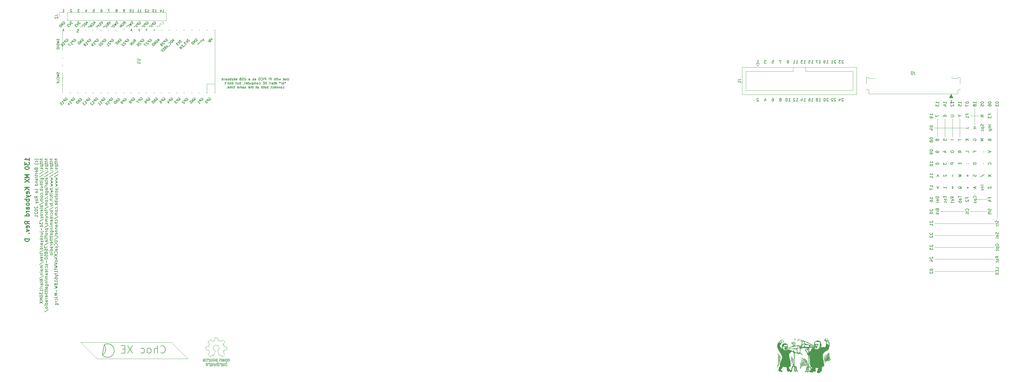
<source format=gbo>
G04 #@! TF.GenerationSoftware,KiCad,Pcbnew,(5.1.10)-1*
G04 #@! TF.CreationDate,2021-11-29T17:25:30-08:00*
G04 #@! TF.ProjectId,AtariChocXE,41746172-6943-4686-9f63-58452e6b6963,E*
G04 #@! TF.SameCoordinates,Original*
G04 #@! TF.FileFunction,Legend,Bot*
G04 #@! TF.FilePolarity,Positive*
%FSLAX46Y46*%
G04 Gerber Fmt 4.6, Leading zero omitted, Abs format (unit mm)*
G04 Created by KiCad (PCBNEW (5.1.10)-1) date 2021-11-29 17:25:30*
%MOMM*%
%LPD*%
G01*
G04 APERTURE LIST*
%ADD10C,0.150000*%
%ADD11C,0.100000*%
%ADD12C,0.300000*%
%ADD13C,0.120000*%
%ADD14C,0.200000*%
%ADD15C,0.090000*%
%ADD16C,0.010000*%
%ADD17C,0.125000*%
%ADD18R,1.800000X1.800000*%
%ADD19C,1.800000*%
%ADD20O,1.600000X1.600000*%
%ADD21C,1.600000*%
%ADD22O,1.700000X1.700000*%
%ADD23R,1.700000X1.700000*%
%ADD24R,1.700000X3.500000*%
%ADD25R,3.500000X1.700000*%
%ADD26C,2.200000*%
%ADD27C,1.900000*%
%ADD28C,3.400000*%
%ADD29O,12.000000X16.500000*%
%ADD30O,7.000000X10.000000*%
%ADD31C,5.500000*%
%ADD32C,2.340000*%
%ADD33R,1.300000X1.300000*%
%ADD34C,1.300000*%
%ADD35C,1.700000*%
%ADD36C,3.200000*%
%ADD37R,0.400000X1.000000*%
%ADD38R,2.000000X1.300000*%
G04 APERTURE END LIST*
D10*
X113844857Y-46061904D02*
X113844857Y-46709523D01*
X113806761Y-46785714D01*
X113768666Y-46823809D01*
X113692476Y-46861904D01*
X113540095Y-46861904D01*
X113463904Y-46823809D01*
X113425809Y-46785714D01*
X113387714Y-46709523D01*
X113387714Y-46061904D01*
X113044857Y-46823809D02*
X112968666Y-46861904D01*
X112816285Y-46861904D01*
X112740095Y-46823809D01*
X112702000Y-46747619D01*
X112702000Y-46709523D01*
X112740095Y-46633333D01*
X112816285Y-46595238D01*
X112930571Y-46595238D01*
X113006761Y-46557142D01*
X113044857Y-46480952D01*
X113044857Y-46442857D01*
X113006761Y-46366666D01*
X112930571Y-46328571D01*
X112816285Y-46328571D01*
X112740095Y-46366666D01*
X112054380Y-46823809D02*
X112130571Y-46861904D01*
X112282952Y-46861904D01*
X112359142Y-46823809D01*
X112397238Y-46747619D01*
X112397238Y-46442857D01*
X112359142Y-46366666D01*
X112282952Y-46328571D01*
X112130571Y-46328571D01*
X112054380Y-46366666D01*
X112016285Y-46442857D01*
X112016285Y-46519047D01*
X112397238Y-46595238D01*
X111140095Y-46328571D02*
X110987714Y-46861904D01*
X110835333Y-46480952D01*
X110682952Y-46861904D01*
X110530571Y-46328571D01*
X110225809Y-46861904D02*
X110225809Y-46328571D01*
X110225809Y-46061904D02*
X110263904Y-46100000D01*
X110225809Y-46138095D01*
X110187714Y-46100000D01*
X110225809Y-46061904D01*
X110225809Y-46138095D01*
X109959142Y-46328571D02*
X109654380Y-46328571D01*
X109844857Y-46061904D02*
X109844857Y-46747619D01*
X109806761Y-46823809D01*
X109730571Y-46861904D01*
X109654380Y-46861904D01*
X109387714Y-46861904D02*
X109387714Y-46061904D01*
X109044857Y-46861904D02*
X109044857Y-46442857D01*
X109082952Y-46366666D01*
X109159142Y-46328571D01*
X109273428Y-46328571D01*
X109349619Y-46366666D01*
X109387714Y-46404761D01*
X108054380Y-46861904D02*
X108054380Y-46061904D01*
X107749619Y-46061904D01*
X107673428Y-46100000D01*
X107635333Y-46138095D01*
X107597238Y-46214285D01*
X107597238Y-46328571D01*
X107635333Y-46404761D01*
X107673428Y-46442857D01*
X107749619Y-46480952D01*
X108054380Y-46480952D01*
X107254380Y-46861904D02*
X107254380Y-46328571D01*
X107254380Y-46061904D02*
X107292476Y-46100000D01*
X107254380Y-46138095D01*
X107216285Y-46100000D01*
X107254380Y-46061904D01*
X107254380Y-46138095D01*
X106263904Y-46861904D02*
X106263904Y-46061904D01*
X105959142Y-46061904D01*
X105882952Y-46100000D01*
X105844857Y-46138095D01*
X105806761Y-46214285D01*
X105806761Y-46328571D01*
X105844857Y-46404761D01*
X105882952Y-46442857D01*
X105959142Y-46480952D01*
X106263904Y-46480952D01*
X105463904Y-46861904D02*
X105463904Y-46061904D01*
X104625809Y-46785714D02*
X104663904Y-46823809D01*
X104778190Y-46861904D01*
X104854380Y-46861904D01*
X104968666Y-46823809D01*
X105044857Y-46747619D01*
X105082952Y-46671428D01*
X105121047Y-46519047D01*
X105121047Y-46404761D01*
X105082952Y-46252380D01*
X105044857Y-46176190D01*
X104968666Y-46100000D01*
X104854380Y-46061904D01*
X104778190Y-46061904D01*
X104663904Y-46100000D01*
X104625809Y-46138095D01*
X104130571Y-46061904D02*
X103978190Y-46061904D01*
X103902000Y-46100000D01*
X103825809Y-46176190D01*
X103787714Y-46328571D01*
X103787714Y-46595238D01*
X103825809Y-46747619D01*
X103902000Y-46823809D01*
X103978190Y-46861904D01*
X104130571Y-46861904D01*
X104206761Y-46823809D01*
X104282952Y-46747619D01*
X104321047Y-46595238D01*
X104321047Y-46328571D01*
X104282952Y-46176190D01*
X104206761Y-46100000D01*
X104130571Y-46061904D01*
X102492476Y-46861904D02*
X102492476Y-46442857D01*
X102530571Y-46366666D01*
X102606761Y-46328571D01*
X102759142Y-46328571D01*
X102835333Y-46366666D01*
X102492476Y-46823809D02*
X102568666Y-46861904D01*
X102759142Y-46861904D01*
X102835333Y-46823809D01*
X102873428Y-46747619D01*
X102873428Y-46671428D01*
X102835333Y-46595238D01*
X102759142Y-46557142D01*
X102568666Y-46557142D01*
X102492476Y-46519047D01*
X102149619Y-46823809D02*
X102073428Y-46861904D01*
X101921047Y-46861904D01*
X101844857Y-46823809D01*
X101806761Y-46747619D01*
X101806761Y-46709523D01*
X101844857Y-46633333D01*
X101921047Y-46595238D01*
X102035333Y-46595238D01*
X102111523Y-46557142D01*
X102149619Y-46480952D01*
X102149619Y-46442857D01*
X102111523Y-46366666D01*
X102035333Y-46328571D01*
X101921047Y-46328571D01*
X101844857Y-46366666D01*
X100511523Y-46861904D02*
X100511523Y-46442857D01*
X100549619Y-46366666D01*
X100625809Y-46328571D01*
X100778190Y-46328571D01*
X100854380Y-46366666D01*
X100511523Y-46823809D02*
X100587714Y-46861904D01*
X100778190Y-46861904D01*
X100854380Y-46823809D01*
X100892476Y-46747619D01*
X100892476Y-46671428D01*
X100854380Y-46595238D01*
X100778190Y-46557142D01*
X100587714Y-46557142D01*
X100511523Y-46519047D01*
X99521047Y-46061904D02*
X99521047Y-46709523D01*
X99482952Y-46785714D01*
X99444857Y-46823809D01*
X99368666Y-46861904D01*
X99216285Y-46861904D01*
X99140095Y-46823809D01*
X99101999Y-46785714D01*
X99063904Y-46709523D01*
X99063904Y-46061904D01*
X98721047Y-46823809D02*
X98606761Y-46861904D01*
X98416285Y-46861904D01*
X98340095Y-46823809D01*
X98301999Y-46785714D01*
X98263904Y-46709523D01*
X98263904Y-46633333D01*
X98301999Y-46557142D01*
X98340095Y-46519047D01*
X98416285Y-46480952D01*
X98568666Y-46442857D01*
X98644857Y-46404761D01*
X98682952Y-46366666D01*
X98721047Y-46290476D01*
X98721047Y-46214285D01*
X98682952Y-46138095D01*
X98644857Y-46100000D01*
X98568666Y-46061904D01*
X98378190Y-46061904D01*
X98263904Y-46100000D01*
X97654380Y-46442857D02*
X97540095Y-46480952D01*
X97501999Y-46519047D01*
X97463904Y-46595238D01*
X97463904Y-46709523D01*
X97501999Y-46785714D01*
X97540095Y-46823809D01*
X97616285Y-46861904D01*
X97921047Y-46861904D01*
X97921047Y-46061904D01*
X97654380Y-46061904D01*
X97578190Y-46100000D01*
X97540095Y-46138095D01*
X97501999Y-46214285D01*
X97501999Y-46290476D01*
X97540095Y-46366666D01*
X97578190Y-46404761D01*
X97654380Y-46442857D01*
X97921047Y-46442857D01*
X96511523Y-46861904D02*
X96511523Y-46061904D01*
X96435333Y-46557142D02*
X96206761Y-46861904D01*
X96206761Y-46328571D02*
X96511523Y-46633333D01*
X95559142Y-46823809D02*
X95635333Y-46861904D01*
X95787714Y-46861904D01*
X95863904Y-46823809D01*
X95901999Y-46747619D01*
X95901999Y-46442857D01*
X95863904Y-46366666D01*
X95787714Y-46328571D01*
X95635333Y-46328571D01*
X95559142Y-46366666D01*
X95521047Y-46442857D01*
X95521047Y-46519047D01*
X95901999Y-46595238D01*
X95254380Y-46328571D02*
X95063904Y-46861904D01*
X94873428Y-46328571D02*
X95063904Y-46861904D01*
X95140095Y-47052380D01*
X95178190Y-47090476D01*
X95254380Y-47128571D01*
X94568666Y-46861904D02*
X94568666Y-46061904D01*
X94568666Y-46366666D02*
X94492476Y-46328571D01*
X94340095Y-46328571D01*
X94263904Y-46366666D01*
X94225809Y-46404761D01*
X94187714Y-46480952D01*
X94187714Y-46709523D01*
X94225809Y-46785714D01*
X94263904Y-46823809D01*
X94340095Y-46861904D01*
X94492476Y-46861904D01*
X94568666Y-46823809D01*
X93730571Y-46861904D02*
X93806761Y-46823809D01*
X93844857Y-46785714D01*
X93882952Y-46709523D01*
X93882952Y-46480952D01*
X93844857Y-46404761D01*
X93806761Y-46366666D01*
X93730571Y-46328571D01*
X93616285Y-46328571D01*
X93540095Y-46366666D01*
X93501999Y-46404761D01*
X93463904Y-46480952D01*
X93463904Y-46709523D01*
X93501999Y-46785714D01*
X93540095Y-46823809D01*
X93616285Y-46861904D01*
X93730571Y-46861904D01*
X92778190Y-46861904D02*
X92778190Y-46442857D01*
X92816285Y-46366666D01*
X92892476Y-46328571D01*
X93044857Y-46328571D01*
X93121047Y-46366666D01*
X92778190Y-46823809D02*
X92854380Y-46861904D01*
X93044857Y-46861904D01*
X93121047Y-46823809D01*
X93159142Y-46747619D01*
X93159142Y-46671428D01*
X93121047Y-46595238D01*
X93044857Y-46557142D01*
X92854380Y-46557142D01*
X92778190Y-46519047D01*
X92397238Y-46861904D02*
X92397238Y-46328571D01*
X92397238Y-46480952D02*
X92359142Y-46404761D01*
X92321047Y-46366666D01*
X92244857Y-46328571D01*
X92168666Y-46328571D01*
X91559142Y-46861904D02*
X91559142Y-46061904D01*
X91559142Y-46823809D02*
X91635333Y-46861904D01*
X91787714Y-46861904D01*
X91863904Y-46823809D01*
X91901999Y-46785714D01*
X91940095Y-46709523D01*
X91940095Y-46480952D01*
X91901999Y-46404761D01*
X91863904Y-46366666D01*
X91787714Y-46328571D01*
X91635333Y-46328571D01*
X91559142Y-46366666D01*
X112682952Y-47411904D02*
X112682952Y-47602380D01*
X112873428Y-47526190D02*
X112682952Y-47602380D01*
X112492476Y-47526190D01*
X112797238Y-47754761D02*
X112682952Y-47602380D01*
X112568666Y-47754761D01*
X112073428Y-48211904D02*
X112149619Y-48173809D01*
X112187714Y-48135714D01*
X112225809Y-48059523D01*
X112225809Y-47830952D01*
X112187714Y-47754761D01*
X112149619Y-47716666D01*
X112073428Y-47678571D01*
X111959142Y-47678571D01*
X111882952Y-47716666D01*
X111844857Y-47754761D01*
X111806761Y-47830952D01*
X111806761Y-48059523D01*
X111844857Y-48135714D01*
X111882952Y-48173809D01*
X111959142Y-48211904D01*
X112073428Y-48211904D01*
X111463904Y-48211904D02*
X111463904Y-47678571D01*
X111463904Y-47830952D02*
X111425809Y-47754761D01*
X111387714Y-47716666D01*
X111311523Y-47678571D01*
X111235333Y-47678571D01*
X110854380Y-47411904D02*
X110854380Y-47602380D01*
X111044857Y-47526190D02*
X110854380Y-47602380D01*
X110663904Y-47526190D01*
X110968666Y-47754761D02*
X110854380Y-47602380D01*
X110740095Y-47754761D01*
X109787714Y-47983333D02*
X109406761Y-47983333D01*
X109863904Y-48211904D02*
X109597238Y-47411904D01*
X109330571Y-48211904D01*
X109178190Y-47678571D02*
X108873428Y-47678571D01*
X109063904Y-47411904D02*
X109063904Y-48097619D01*
X109025809Y-48173809D01*
X108949619Y-48211904D01*
X108873428Y-48211904D01*
X108263904Y-48211904D02*
X108263904Y-47792857D01*
X108302000Y-47716666D01*
X108378190Y-47678571D01*
X108530571Y-47678571D01*
X108606761Y-47716666D01*
X108263904Y-48173809D02*
X108340095Y-48211904D01*
X108530571Y-48211904D01*
X108606761Y-48173809D01*
X108644857Y-48097619D01*
X108644857Y-48021428D01*
X108606761Y-47945238D01*
X108530571Y-47907142D01*
X108340095Y-47907142D01*
X108263904Y-47869047D01*
X107882952Y-48211904D02*
X107882952Y-47678571D01*
X107882952Y-47830952D02*
X107844857Y-47754761D01*
X107806761Y-47716666D01*
X107730571Y-47678571D01*
X107654380Y-47678571D01*
X107387714Y-48211904D02*
X107387714Y-47678571D01*
X107387714Y-47411904D02*
X107425809Y-47450000D01*
X107387714Y-47488095D01*
X107349619Y-47450000D01*
X107387714Y-47411904D01*
X107387714Y-47488095D01*
X106473428Y-47411904D02*
X105940095Y-48211904D01*
X105940095Y-47411904D02*
X106473428Y-48211904D01*
X105635333Y-47792857D02*
X105368666Y-47792857D01*
X105254380Y-48211904D02*
X105635333Y-48211904D01*
X105635333Y-47411904D01*
X105254380Y-47411904D01*
X103959142Y-48173809D02*
X104035333Y-48211904D01*
X104187714Y-48211904D01*
X104263904Y-48173809D01*
X104302000Y-48135714D01*
X104340095Y-48059523D01*
X104340095Y-47830952D01*
X104302000Y-47754761D01*
X104263904Y-47716666D01*
X104187714Y-47678571D01*
X104035333Y-47678571D01*
X103959142Y-47716666D01*
X103502000Y-48211904D02*
X103578190Y-48173809D01*
X103616285Y-48135714D01*
X103654380Y-48059523D01*
X103654380Y-47830952D01*
X103616285Y-47754761D01*
X103578190Y-47716666D01*
X103502000Y-47678571D01*
X103387714Y-47678571D01*
X103311523Y-47716666D01*
X103273428Y-47754761D01*
X103235333Y-47830952D01*
X103235333Y-48059523D01*
X103273428Y-48135714D01*
X103311523Y-48173809D01*
X103387714Y-48211904D01*
X103502000Y-48211904D01*
X102892476Y-48211904D02*
X102892476Y-47678571D01*
X102892476Y-47754761D02*
X102854380Y-47716666D01*
X102778190Y-47678571D01*
X102663904Y-47678571D01*
X102587714Y-47716666D01*
X102549619Y-47792857D01*
X102549619Y-48211904D01*
X102549619Y-47792857D02*
X102511523Y-47716666D01*
X102435333Y-47678571D01*
X102321047Y-47678571D01*
X102244857Y-47716666D01*
X102206761Y-47792857D01*
X102206761Y-48211904D01*
X101825809Y-47678571D02*
X101825809Y-48478571D01*
X101825809Y-47716666D02*
X101749619Y-47678571D01*
X101597238Y-47678571D01*
X101521047Y-47716666D01*
X101482952Y-47754761D01*
X101444857Y-47830952D01*
X101444857Y-48059523D01*
X101482952Y-48135714D01*
X101521047Y-48173809D01*
X101597238Y-48211904D01*
X101749619Y-48211904D01*
X101825809Y-48173809D01*
X100759142Y-47678571D02*
X100759142Y-48211904D01*
X101102000Y-47678571D02*
X101102000Y-48097619D01*
X101063904Y-48173809D01*
X100987714Y-48211904D01*
X100873428Y-48211904D01*
X100797238Y-48173809D01*
X100759142Y-48135714D01*
X100492476Y-47678571D02*
X100187714Y-47678571D01*
X100378190Y-47411904D02*
X100378190Y-48097619D01*
X100340095Y-48173809D01*
X100263904Y-48211904D01*
X100187714Y-48211904D01*
X99616285Y-48173809D02*
X99692476Y-48211904D01*
X99844857Y-48211904D01*
X99921047Y-48173809D01*
X99959142Y-48097619D01*
X99959142Y-47792857D01*
X99921047Y-47716666D01*
X99844857Y-47678571D01*
X99692476Y-47678571D01*
X99616285Y-47716666D01*
X99578190Y-47792857D01*
X99578190Y-47869047D01*
X99959142Y-47945238D01*
X99235333Y-48211904D02*
X99235333Y-47678571D01*
X99235333Y-47830952D02*
X99197238Y-47754761D01*
X99159142Y-47716666D01*
X99082952Y-47678571D01*
X99006761Y-47678571D01*
X98702000Y-48173809D02*
X98702000Y-48211904D01*
X98740095Y-48288095D01*
X98778190Y-48326190D01*
X97749619Y-48211904D02*
X97749619Y-47411904D01*
X97749619Y-47716666D02*
X97673428Y-47678571D01*
X97521047Y-47678571D01*
X97444857Y-47716666D01*
X97406761Y-47754761D01*
X97368666Y-47830952D01*
X97368666Y-48059523D01*
X97406761Y-48135714D01*
X97444857Y-48173809D01*
X97521047Y-48211904D01*
X97673428Y-48211904D01*
X97749619Y-48173809D01*
X96682952Y-47678571D02*
X96682952Y-48211904D01*
X97025809Y-47678571D02*
X97025809Y-48097619D01*
X96987714Y-48173809D01*
X96911523Y-48211904D01*
X96797238Y-48211904D01*
X96721047Y-48173809D01*
X96682952Y-48135714D01*
X96416285Y-47678571D02*
X96111523Y-47678571D01*
X96302000Y-47411904D02*
X96302000Y-48097619D01*
X96263904Y-48173809D01*
X96187714Y-48211904D01*
X96111523Y-48211904D01*
X94892476Y-48211904D02*
X94892476Y-47411904D01*
X94892476Y-48173809D02*
X94968666Y-48211904D01*
X95121047Y-48211904D01*
X95197238Y-48173809D01*
X95235333Y-48135714D01*
X95273428Y-48059523D01*
X95273428Y-47830952D01*
X95235333Y-47754761D01*
X95197238Y-47716666D01*
X95121047Y-47678571D01*
X94968666Y-47678571D01*
X94892476Y-47716666D01*
X94397238Y-48211904D02*
X94473428Y-48173809D01*
X94511523Y-48135714D01*
X94549619Y-48059523D01*
X94549619Y-47830952D01*
X94511523Y-47754761D01*
X94473428Y-47716666D01*
X94397238Y-47678571D01*
X94282952Y-47678571D01*
X94206761Y-47716666D01*
X94168666Y-47754761D01*
X94130571Y-47830952D01*
X94130571Y-48059523D01*
X94168666Y-48135714D01*
X94206761Y-48173809D01*
X94282952Y-48211904D01*
X94397238Y-48211904D01*
X93787714Y-47678571D02*
X93787714Y-48211904D01*
X93787714Y-47754761D02*
X93749619Y-47716666D01*
X93673428Y-47678571D01*
X93559142Y-47678571D01*
X93482952Y-47716666D01*
X93444857Y-47792857D01*
X93444857Y-48211904D01*
X93025809Y-47411904D02*
X93102000Y-47564285D01*
X92797238Y-47678571D02*
X92492476Y-47678571D01*
X92682952Y-47411904D02*
X92682952Y-48097619D01*
X92644857Y-48173809D01*
X92568666Y-48211904D01*
X92492476Y-48211904D01*
X111921047Y-49523809D02*
X111997238Y-49561904D01*
X112149619Y-49561904D01*
X112225809Y-49523809D01*
X112263904Y-49485714D01*
X112302000Y-49409523D01*
X112302000Y-49180952D01*
X112263904Y-49104761D01*
X112225809Y-49066666D01*
X112149619Y-49028571D01*
X111997238Y-49028571D01*
X111921047Y-49066666D01*
X111463904Y-49561904D02*
X111540095Y-49523809D01*
X111578190Y-49485714D01*
X111616285Y-49409523D01*
X111616285Y-49180952D01*
X111578190Y-49104761D01*
X111540095Y-49066666D01*
X111463904Y-49028571D01*
X111349619Y-49028571D01*
X111273428Y-49066666D01*
X111235333Y-49104761D01*
X111197238Y-49180952D01*
X111197238Y-49409523D01*
X111235333Y-49485714D01*
X111273428Y-49523809D01*
X111349619Y-49561904D01*
X111463904Y-49561904D01*
X110854380Y-49028571D02*
X110854380Y-49561904D01*
X110854380Y-49104761D02*
X110816285Y-49066666D01*
X110740095Y-49028571D01*
X110625809Y-49028571D01*
X110549619Y-49066666D01*
X110511523Y-49142857D01*
X110511523Y-49561904D01*
X110130571Y-49028571D02*
X110130571Y-49561904D01*
X110130571Y-49104761D02*
X110092476Y-49066666D01*
X110016285Y-49028571D01*
X109902000Y-49028571D01*
X109825809Y-49066666D01*
X109787714Y-49142857D01*
X109787714Y-49561904D01*
X109102000Y-49523809D02*
X109178190Y-49561904D01*
X109330571Y-49561904D01*
X109406761Y-49523809D01*
X109444857Y-49447619D01*
X109444857Y-49142857D01*
X109406761Y-49066666D01*
X109330571Y-49028571D01*
X109178190Y-49028571D01*
X109102000Y-49066666D01*
X109063904Y-49142857D01*
X109063904Y-49219047D01*
X109444857Y-49295238D01*
X108378190Y-49523809D02*
X108454380Y-49561904D01*
X108606761Y-49561904D01*
X108682952Y-49523809D01*
X108721047Y-49485714D01*
X108759142Y-49409523D01*
X108759142Y-49180952D01*
X108721047Y-49104761D01*
X108682952Y-49066666D01*
X108606761Y-49028571D01*
X108454380Y-49028571D01*
X108378190Y-49066666D01*
X108149619Y-49028571D02*
X107844857Y-49028571D01*
X108035333Y-48761904D02*
X108035333Y-49447619D01*
X107997238Y-49523809D01*
X107921047Y-49561904D01*
X107844857Y-49561904D01*
X106968666Y-49561904D02*
X106968666Y-48761904D01*
X106968666Y-49066666D02*
X106892476Y-49028571D01*
X106740095Y-49028571D01*
X106663904Y-49066666D01*
X106625809Y-49104761D01*
X106587714Y-49180952D01*
X106587714Y-49409523D01*
X106625809Y-49485714D01*
X106663904Y-49523809D01*
X106740095Y-49561904D01*
X106892476Y-49561904D01*
X106968666Y-49523809D01*
X106130571Y-49561904D02*
X106206761Y-49523809D01*
X106244857Y-49485714D01*
X106282952Y-49409523D01*
X106282952Y-49180952D01*
X106244857Y-49104761D01*
X106206761Y-49066666D01*
X106130571Y-49028571D01*
X106016285Y-49028571D01*
X105940095Y-49066666D01*
X105902000Y-49104761D01*
X105863904Y-49180952D01*
X105863904Y-49409523D01*
X105902000Y-49485714D01*
X105940095Y-49523809D01*
X106016285Y-49561904D01*
X106130571Y-49561904D01*
X105635333Y-49028571D02*
X105330571Y-49028571D01*
X105521047Y-48761904D02*
X105521047Y-49447619D01*
X105482952Y-49523809D01*
X105406761Y-49561904D01*
X105330571Y-49561904D01*
X105063904Y-49561904D02*
X105063904Y-48761904D01*
X104721047Y-49561904D02*
X104721047Y-49142857D01*
X104759142Y-49066666D01*
X104835333Y-49028571D01*
X104949619Y-49028571D01*
X105025809Y-49066666D01*
X105063904Y-49104761D01*
X103387714Y-49561904D02*
X103387714Y-49142857D01*
X103425809Y-49066666D01*
X103502000Y-49028571D01*
X103654380Y-49028571D01*
X103730571Y-49066666D01*
X103387714Y-49523809D02*
X103463904Y-49561904D01*
X103654380Y-49561904D01*
X103730571Y-49523809D01*
X103768666Y-49447619D01*
X103768666Y-49371428D01*
X103730571Y-49295238D01*
X103654380Y-49257142D01*
X103463904Y-49257142D01*
X103387714Y-49219047D01*
X103121047Y-49028571D02*
X102816285Y-49028571D01*
X103006761Y-48761904D02*
X103006761Y-49447619D01*
X102968666Y-49523809D01*
X102892476Y-49561904D01*
X102816285Y-49561904D01*
X102054380Y-49028571D02*
X101749619Y-49028571D01*
X101940095Y-48761904D02*
X101940095Y-49447619D01*
X101902000Y-49523809D01*
X101825809Y-49561904D01*
X101749619Y-49561904D01*
X101482952Y-49561904D02*
X101482952Y-48761904D01*
X101140095Y-49561904D02*
X101140095Y-49142857D01*
X101178190Y-49066666D01*
X101254380Y-49028571D01*
X101368666Y-49028571D01*
X101444857Y-49066666D01*
X101482952Y-49104761D01*
X100454380Y-49523809D02*
X100530571Y-49561904D01*
X100682952Y-49561904D01*
X100759142Y-49523809D01*
X100797238Y-49447619D01*
X100797238Y-49142857D01*
X100759142Y-49066666D01*
X100682952Y-49028571D01*
X100530571Y-49028571D01*
X100454380Y-49066666D01*
X100416285Y-49142857D01*
X100416285Y-49219047D01*
X100797238Y-49295238D01*
X99502000Y-49523809D02*
X99425809Y-49561904D01*
X99273428Y-49561904D01*
X99197238Y-49523809D01*
X99159142Y-49447619D01*
X99159142Y-49409523D01*
X99197238Y-49333333D01*
X99273428Y-49295238D01*
X99387714Y-49295238D01*
X99463904Y-49257142D01*
X99502000Y-49180952D01*
X99502000Y-49142857D01*
X99463904Y-49066666D01*
X99387714Y-49028571D01*
X99273428Y-49028571D01*
X99197238Y-49066666D01*
X98473428Y-49561904D02*
X98473428Y-49142857D01*
X98511523Y-49066666D01*
X98587714Y-49028571D01*
X98740095Y-49028571D01*
X98816285Y-49066666D01*
X98473428Y-49523809D02*
X98549619Y-49561904D01*
X98740095Y-49561904D01*
X98816285Y-49523809D01*
X98854380Y-49447619D01*
X98854380Y-49371428D01*
X98816285Y-49295238D01*
X98740095Y-49257142D01*
X98549619Y-49257142D01*
X98473428Y-49219047D01*
X98092476Y-49561904D02*
X98092476Y-49028571D01*
X98092476Y-49104761D02*
X98054380Y-49066666D01*
X97978190Y-49028571D01*
X97863904Y-49028571D01*
X97787714Y-49066666D01*
X97749619Y-49142857D01*
X97749619Y-49561904D01*
X97749619Y-49142857D02*
X97711523Y-49066666D01*
X97635333Y-49028571D01*
X97521047Y-49028571D01*
X97444857Y-49066666D01*
X97406761Y-49142857D01*
X97406761Y-49561904D01*
X96721047Y-49523809D02*
X96797238Y-49561904D01*
X96949619Y-49561904D01*
X97025809Y-49523809D01*
X97063904Y-49447619D01*
X97063904Y-49142857D01*
X97025809Y-49066666D01*
X96949619Y-49028571D01*
X96797238Y-49028571D01*
X96721047Y-49066666D01*
X96682952Y-49142857D01*
X96682952Y-49219047D01*
X97063904Y-49295238D01*
X95844857Y-49028571D02*
X95540095Y-49028571D01*
X95730571Y-48761904D02*
X95730571Y-49447619D01*
X95692476Y-49523809D01*
X95616285Y-49561904D01*
X95540095Y-49561904D01*
X95273428Y-49561904D02*
X95273428Y-49028571D01*
X95273428Y-48761904D02*
X95311523Y-48800000D01*
X95273428Y-48838095D01*
X95235333Y-48800000D01*
X95273428Y-48761904D01*
X95273428Y-48838095D01*
X94892476Y-49561904D02*
X94892476Y-49028571D01*
X94892476Y-49104761D02*
X94854380Y-49066666D01*
X94778190Y-49028571D01*
X94663904Y-49028571D01*
X94587714Y-49066666D01*
X94549619Y-49142857D01*
X94549619Y-49561904D01*
X94549619Y-49142857D02*
X94511523Y-49066666D01*
X94435333Y-49028571D01*
X94321047Y-49028571D01*
X94244857Y-49066666D01*
X94206761Y-49142857D01*
X94206761Y-49561904D01*
X93521047Y-49523809D02*
X93597238Y-49561904D01*
X93749619Y-49561904D01*
X93825809Y-49523809D01*
X93863904Y-49447619D01*
X93863904Y-49142857D01*
X93825809Y-49066666D01*
X93749619Y-49028571D01*
X93597238Y-49028571D01*
X93521047Y-49066666D01*
X93482952Y-49142857D01*
X93482952Y-49219047D01*
X93863904Y-49295238D01*
X93140095Y-49485714D02*
X93102000Y-49523809D01*
X93140095Y-49561904D01*
X93178190Y-49523809D01*
X93140095Y-49485714D01*
X93140095Y-49561904D01*
X335384285Y-54527380D02*
X335955714Y-54527380D01*
X335670000Y-54527380D02*
X335670000Y-53527380D01*
X335765238Y-53670238D01*
X335860476Y-53765476D01*
X335955714Y-53813095D01*
D11*
G36*
X336305000Y-52805000D02*
G01*
X335035000Y-52805000D01*
X335670000Y-51535000D01*
X336305000Y-52805000D01*
G37*
X336305000Y-52805000D02*
X335035000Y-52805000D01*
X335670000Y-51535000D01*
X336305000Y-52805000D01*
D12*
X27001571Y-73839571D02*
X27001571Y-72982428D01*
X27001571Y-73411000D02*
X25501571Y-73411000D01*
X25715857Y-73268142D01*
X25858714Y-73125285D01*
X25930142Y-72982428D01*
X25501571Y-74339571D02*
X25501571Y-75268142D01*
X26073000Y-74768142D01*
X26073000Y-74982428D01*
X26144428Y-75125285D01*
X26215857Y-75196714D01*
X26358714Y-75268142D01*
X26715857Y-75268142D01*
X26858714Y-75196714D01*
X26930142Y-75125285D01*
X27001571Y-74982428D01*
X27001571Y-74553857D01*
X26930142Y-74411000D01*
X26858714Y-74339571D01*
X25501571Y-76196714D02*
X25501571Y-76339571D01*
X25573000Y-76482428D01*
X25644428Y-76553857D01*
X25787285Y-76625285D01*
X26073000Y-76696714D01*
X26430142Y-76696714D01*
X26715857Y-76625285D01*
X26858714Y-76553857D01*
X26930142Y-76482428D01*
X27001571Y-76339571D01*
X27001571Y-76196714D01*
X26930142Y-76053857D01*
X26858714Y-75982428D01*
X26715857Y-75911000D01*
X26430142Y-75839571D01*
X26073000Y-75839571D01*
X25787285Y-75911000D01*
X25644428Y-75982428D01*
X25573000Y-76053857D01*
X25501571Y-76196714D01*
X27001571Y-78482428D02*
X25501571Y-78482428D01*
X26573000Y-78982428D01*
X25501571Y-79482428D01*
X27001571Y-79482428D01*
X25501571Y-80053857D02*
X27001571Y-81053857D01*
X25501571Y-81053857D02*
X27001571Y-80053857D01*
X27001571Y-82768142D02*
X25501571Y-82768142D01*
X27001571Y-83625285D02*
X26144428Y-82982428D01*
X25501571Y-83625285D02*
X26358714Y-82768142D01*
X26930142Y-84839571D02*
X27001571Y-84696714D01*
X27001571Y-84411000D01*
X26930142Y-84268142D01*
X26787285Y-84196714D01*
X26215857Y-84196714D01*
X26073000Y-84268142D01*
X26001571Y-84411000D01*
X26001571Y-84696714D01*
X26073000Y-84839571D01*
X26215857Y-84911000D01*
X26358714Y-84911000D01*
X26501571Y-84196714D01*
X26001571Y-85411000D02*
X27001571Y-85768142D01*
X26001571Y-86125285D02*
X27001571Y-85768142D01*
X27358714Y-85625285D01*
X27430142Y-85553857D01*
X27501571Y-85411000D01*
X27001571Y-86696714D02*
X25501571Y-86696714D01*
X26073000Y-86696714D02*
X26001571Y-86839571D01*
X26001571Y-87125285D01*
X26073000Y-87268142D01*
X26144428Y-87339571D01*
X26287285Y-87411000D01*
X26715857Y-87411000D01*
X26858714Y-87339571D01*
X26930142Y-87268142D01*
X27001571Y-87125285D01*
X27001571Y-86839571D01*
X26930142Y-86696714D01*
X27001571Y-88268142D02*
X26930142Y-88125285D01*
X26858714Y-88053857D01*
X26715857Y-87982428D01*
X26287285Y-87982428D01*
X26144428Y-88053857D01*
X26073000Y-88125285D01*
X26001571Y-88268142D01*
X26001571Y-88482428D01*
X26073000Y-88625285D01*
X26144428Y-88696714D01*
X26287285Y-88768142D01*
X26715857Y-88768142D01*
X26858714Y-88696714D01*
X26930142Y-88625285D01*
X27001571Y-88482428D01*
X27001571Y-88268142D01*
X27001571Y-90053857D02*
X26215857Y-90053857D01*
X26073000Y-89982428D01*
X26001571Y-89839571D01*
X26001571Y-89553857D01*
X26073000Y-89411000D01*
X26930142Y-90053857D02*
X27001571Y-89911000D01*
X27001571Y-89553857D01*
X26930142Y-89411000D01*
X26787285Y-89339571D01*
X26644428Y-89339571D01*
X26501571Y-89411000D01*
X26430142Y-89553857D01*
X26430142Y-89911000D01*
X26358714Y-90053857D01*
X27001571Y-90768142D02*
X26001571Y-90768142D01*
X26287285Y-90768142D02*
X26144428Y-90839571D01*
X26073000Y-90911000D01*
X26001571Y-91053857D01*
X26001571Y-91196714D01*
X27001571Y-92339571D02*
X25501571Y-92339571D01*
X26930142Y-92339571D02*
X27001571Y-92196714D01*
X27001571Y-91911000D01*
X26930142Y-91768142D01*
X26858714Y-91696714D01*
X26715857Y-91625285D01*
X26287285Y-91625285D01*
X26144428Y-91696714D01*
X26073000Y-91768142D01*
X26001571Y-91911000D01*
X26001571Y-92196714D01*
X26073000Y-92339571D01*
X27001571Y-95053857D02*
X26287285Y-94553857D01*
X27001571Y-94196714D02*
X25501571Y-94196714D01*
X25501571Y-94768142D01*
X25573000Y-94911000D01*
X25644428Y-94982428D01*
X25787285Y-95053857D01*
X26001571Y-95053857D01*
X26144428Y-94982428D01*
X26215857Y-94911000D01*
X26287285Y-94768142D01*
X26287285Y-94196714D01*
X26930142Y-96268142D02*
X27001571Y-96125285D01*
X27001571Y-95839571D01*
X26930142Y-95696714D01*
X26787285Y-95625285D01*
X26215857Y-95625285D01*
X26073000Y-95696714D01*
X26001571Y-95839571D01*
X26001571Y-96125285D01*
X26073000Y-96268142D01*
X26215857Y-96339571D01*
X26358714Y-96339571D01*
X26501571Y-95625285D01*
X26001571Y-96839571D02*
X27001571Y-97196714D01*
X26001571Y-97553857D01*
X26858714Y-98125285D02*
X26930142Y-98196714D01*
X27001571Y-98125285D01*
X26930142Y-98053857D01*
X26858714Y-98125285D01*
X27001571Y-98125285D01*
X27001571Y-99982428D02*
X25501571Y-99982428D01*
X25501571Y-100339571D01*
X25573000Y-100553857D01*
X25715857Y-100696714D01*
X25858714Y-100768142D01*
X26144428Y-100839571D01*
X26358714Y-100839571D01*
X26644428Y-100768142D01*
X26787285Y-100696714D01*
X26930142Y-100553857D01*
X27001571Y-100339571D01*
X27001571Y-99982428D01*
D10*
X30206333Y-73562309D02*
X30158714Y-73514690D01*
X30015857Y-73419452D01*
X29920619Y-73371833D01*
X29777761Y-73324214D01*
X29539666Y-73276595D01*
X29349190Y-73276595D01*
X29111095Y-73324214D01*
X28968238Y-73371833D01*
X28873000Y-73419452D01*
X28730142Y-73514690D01*
X28682523Y-73562309D01*
X29777761Y-74371833D02*
X29825380Y-74276595D01*
X29825380Y-74086119D01*
X29777761Y-73990880D01*
X29730142Y-73943261D01*
X29634904Y-73895642D01*
X29349190Y-73895642D01*
X29253952Y-73943261D01*
X29206333Y-73990880D01*
X29158714Y-74086119D01*
X29158714Y-74276595D01*
X29206333Y-74371833D01*
X30206333Y-74705166D02*
X30158714Y-74752785D01*
X30015857Y-74848023D01*
X29920619Y-74895642D01*
X29777761Y-74943261D01*
X29539666Y-74990880D01*
X29349190Y-74990880D01*
X29111095Y-74943261D01*
X28968238Y-74895642D01*
X28873000Y-74848023D01*
X28730142Y-74752785D01*
X28682523Y-74705166D01*
X29301571Y-76562309D02*
X29349190Y-76705166D01*
X29396809Y-76752785D01*
X29492047Y-76800404D01*
X29634904Y-76800404D01*
X29730142Y-76752785D01*
X29777761Y-76705166D01*
X29825380Y-76609928D01*
X29825380Y-76228976D01*
X28825380Y-76228976D01*
X28825380Y-76562309D01*
X28873000Y-76657547D01*
X28920619Y-76705166D01*
X29015857Y-76752785D01*
X29111095Y-76752785D01*
X29206333Y-76705166D01*
X29253952Y-76657547D01*
X29301571Y-76562309D01*
X29301571Y-76228976D01*
X29777761Y-77609928D02*
X29825380Y-77514690D01*
X29825380Y-77324214D01*
X29777761Y-77228976D01*
X29682523Y-77181357D01*
X29301571Y-77181357D01*
X29206333Y-77228976D01*
X29158714Y-77324214D01*
X29158714Y-77514690D01*
X29206333Y-77609928D01*
X29301571Y-77657547D01*
X29396809Y-77657547D01*
X29492047Y-77181357D01*
X29825380Y-78086119D02*
X29158714Y-78086119D01*
X29349190Y-78086119D02*
X29253952Y-78133738D01*
X29206333Y-78181357D01*
X29158714Y-78276595D01*
X29158714Y-78371833D01*
X29158714Y-78562309D02*
X29158714Y-78943261D01*
X28825380Y-78705166D02*
X29682523Y-78705166D01*
X29777761Y-78752785D01*
X29825380Y-78848023D01*
X29825380Y-78943261D01*
X29825380Y-79276595D02*
X29158714Y-79276595D01*
X29349190Y-79276595D02*
X29253952Y-79324214D01*
X29206333Y-79371833D01*
X29158714Y-79467071D01*
X29158714Y-79562309D01*
X29825380Y-80324214D02*
X29301571Y-80324214D01*
X29206333Y-80276595D01*
X29158714Y-80181357D01*
X29158714Y-79990880D01*
X29206333Y-79895642D01*
X29777761Y-80324214D02*
X29825380Y-80228976D01*
X29825380Y-79990880D01*
X29777761Y-79895642D01*
X29682523Y-79848023D01*
X29587285Y-79848023D01*
X29492047Y-79895642D01*
X29444428Y-79990880D01*
X29444428Y-80228976D01*
X29396809Y-80324214D01*
X29158714Y-80800404D02*
X29825380Y-80800404D01*
X29253952Y-80800404D02*
X29206333Y-80848023D01*
X29158714Y-80943261D01*
X29158714Y-81086119D01*
X29206333Y-81181357D01*
X29301571Y-81228976D01*
X29825380Y-81228976D01*
X29825380Y-82133738D02*
X28825380Y-82133738D01*
X29777761Y-82133738D02*
X29825380Y-82038500D01*
X29825380Y-81848023D01*
X29777761Y-81752785D01*
X29730142Y-81705166D01*
X29634904Y-81657547D01*
X29349190Y-81657547D01*
X29253952Y-81705166D01*
X29206333Y-81752785D01*
X29158714Y-81848023D01*
X29158714Y-82038500D01*
X29206333Y-82133738D01*
X29825380Y-83848023D02*
X29825380Y-83371833D01*
X28825380Y-83371833D01*
X29777761Y-84562309D02*
X29825380Y-84467071D01*
X29825380Y-84276595D01*
X29777761Y-84181357D01*
X29682523Y-84133738D01*
X29301571Y-84133738D01*
X29206333Y-84181357D01*
X29158714Y-84276595D01*
X29158714Y-84467071D01*
X29206333Y-84562309D01*
X29301571Y-84609928D01*
X29396809Y-84609928D01*
X29492047Y-84133738D01*
X29825380Y-86371833D02*
X29349190Y-86038500D01*
X29825380Y-85800404D02*
X28825380Y-85800404D01*
X28825380Y-86181357D01*
X28873000Y-86276595D01*
X28920619Y-86324214D01*
X29015857Y-86371833D01*
X29158714Y-86371833D01*
X29253952Y-86324214D01*
X29301571Y-86276595D01*
X29349190Y-86181357D01*
X29349190Y-85800404D01*
X29825380Y-86943261D02*
X29777761Y-86848023D01*
X29730142Y-86800404D01*
X29634904Y-86752785D01*
X29349190Y-86752785D01*
X29253952Y-86800404D01*
X29206333Y-86848023D01*
X29158714Y-86943261D01*
X29158714Y-87086119D01*
X29206333Y-87181357D01*
X29253952Y-87228976D01*
X29349190Y-87276595D01*
X29634904Y-87276595D01*
X29730142Y-87228976D01*
X29777761Y-87181357D01*
X29825380Y-87086119D01*
X29825380Y-86943261D01*
X29158714Y-87609928D02*
X29825380Y-87848023D01*
X29158714Y-88086119D02*
X29825380Y-87848023D01*
X30063476Y-87752785D01*
X30111095Y-87705166D01*
X30158714Y-87609928D01*
X28920619Y-89181357D02*
X28873000Y-89228976D01*
X28825380Y-89324214D01*
X28825380Y-89562309D01*
X28873000Y-89657547D01*
X28920619Y-89705166D01*
X29015857Y-89752785D01*
X29111095Y-89752785D01*
X29253952Y-89705166D01*
X29825380Y-89133738D01*
X29825380Y-89752785D01*
X28825380Y-90371833D02*
X28825380Y-90467071D01*
X28873000Y-90562309D01*
X28920619Y-90609928D01*
X29015857Y-90657547D01*
X29206333Y-90705166D01*
X29444428Y-90705166D01*
X29634904Y-90657547D01*
X29730142Y-90609928D01*
X29777761Y-90562309D01*
X29825380Y-90467071D01*
X29825380Y-90371833D01*
X29777761Y-90276595D01*
X29730142Y-90228976D01*
X29634904Y-90181357D01*
X29444428Y-90133738D01*
X29206333Y-90133738D01*
X29015857Y-90181357D01*
X28920619Y-90228976D01*
X28873000Y-90276595D01*
X28825380Y-90371833D01*
X28920619Y-91086119D02*
X28873000Y-91133738D01*
X28825380Y-91228976D01*
X28825380Y-91467071D01*
X28873000Y-91562309D01*
X28920619Y-91609928D01*
X29015857Y-91657547D01*
X29111095Y-91657547D01*
X29253952Y-91609928D01*
X29825380Y-91038500D01*
X29825380Y-91657547D01*
X29825380Y-92609928D02*
X29825380Y-92038500D01*
X29825380Y-92324214D02*
X28825380Y-92324214D01*
X28968238Y-92228976D01*
X29063476Y-92133738D01*
X29111095Y-92038500D01*
X31475380Y-73276595D02*
X30475380Y-73276595D01*
X31475380Y-73705166D02*
X30951571Y-73705166D01*
X30856333Y-73657547D01*
X30808714Y-73562309D01*
X30808714Y-73419452D01*
X30856333Y-73324214D01*
X30903952Y-73276595D01*
X30808714Y-74038500D02*
X30808714Y-74419452D01*
X30475380Y-74181357D02*
X31332523Y-74181357D01*
X31427761Y-74228976D01*
X31475380Y-74324214D01*
X31475380Y-74419452D01*
X30808714Y-74609928D02*
X30808714Y-74990880D01*
X30475380Y-74752785D02*
X31332523Y-74752785D01*
X31427761Y-74800404D01*
X31475380Y-74895642D01*
X31475380Y-74990880D01*
X30808714Y-75324214D02*
X31808714Y-75324214D01*
X30856333Y-75324214D02*
X30808714Y-75419452D01*
X30808714Y-75609928D01*
X30856333Y-75705166D01*
X30903952Y-75752785D01*
X30999190Y-75800404D01*
X31284904Y-75800404D01*
X31380142Y-75752785D01*
X31427761Y-75705166D01*
X31475380Y-75609928D01*
X31475380Y-75419452D01*
X31427761Y-75324214D01*
X31427761Y-76181357D02*
X31475380Y-76276595D01*
X31475380Y-76467071D01*
X31427761Y-76562309D01*
X31332523Y-76609928D01*
X31284904Y-76609928D01*
X31189666Y-76562309D01*
X31142047Y-76467071D01*
X31142047Y-76324214D01*
X31094428Y-76228976D01*
X30999190Y-76181357D01*
X30951571Y-76181357D01*
X30856333Y-76228976D01*
X30808714Y-76324214D01*
X30808714Y-76467071D01*
X30856333Y-76562309D01*
X31380142Y-77038500D02*
X31427761Y-77086119D01*
X31475380Y-77038500D01*
X31427761Y-76990880D01*
X31380142Y-77038500D01*
X31475380Y-77038500D01*
X30856333Y-77038500D02*
X30903952Y-77086119D01*
X30951571Y-77038500D01*
X30903952Y-76990880D01*
X30856333Y-77038500D01*
X30951571Y-77038500D01*
X30427761Y-78228976D02*
X31713476Y-77371833D01*
X30427761Y-79276595D02*
X31713476Y-78419452D01*
X30808714Y-80038500D02*
X31618238Y-80038500D01*
X31713476Y-79990880D01*
X31761095Y-79943261D01*
X31808714Y-79848023D01*
X31808714Y-79705166D01*
X31761095Y-79609928D01*
X31427761Y-80038500D02*
X31475380Y-79943261D01*
X31475380Y-79752785D01*
X31427761Y-79657547D01*
X31380142Y-79609928D01*
X31284904Y-79562309D01*
X30999190Y-79562309D01*
X30903952Y-79609928D01*
X30856333Y-79657547D01*
X30808714Y-79752785D01*
X30808714Y-79943261D01*
X30856333Y-80038500D01*
X31475380Y-80514690D02*
X30808714Y-80514690D01*
X30475380Y-80514690D02*
X30523000Y-80467071D01*
X30570619Y-80514690D01*
X30523000Y-80562309D01*
X30475380Y-80514690D01*
X30570619Y-80514690D01*
X30808714Y-80848023D02*
X30808714Y-81228976D01*
X30475380Y-80990880D02*
X31332523Y-80990880D01*
X31427761Y-81038500D01*
X31475380Y-81133738D01*
X31475380Y-81228976D01*
X31475380Y-81562309D02*
X30475380Y-81562309D01*
X31475380Y-81990880D02*
X30951571Y-81990880D01*
X30856333Y-81943261D01*
X30808714Y-81848023D01*
X30808714Y-81705166D01*
X30856333Y-81609928D01*
X30903952Y-81562309D01*
X30808714Y-82895642D02*
X31475380Y-82895642D01*
X30808714Y-82467071D02*
X31332523Y-82467071D01*
X31427761Y-82514690D01*
X31475380Y-82609928D01*
X31475380Y-82752785D01*
X31427761Y-82848023D01*
X31380142Y-82895642D01*
X31475380Y-83371833D02*
X30475380Y-83371833D01*
X30856333Y-83371833D02*
X30808714Y-83467071D01*
X30808714Y-83657547D01*
X30856333Y-83752785D01*
X30903952Y-83800404D01*
X30999190Y-83848023D01*
X31284904Y-83848023D01*
X31380142Y-83800404D01*
X31427761Y-83752785D01*
X31475380Y-83657547D01*
X31475380Y-83467071D01*
X31427761Y-83371833D01*
X31380142Y-84276595D02*
X31427761Y-84324214D01*
X31475380Y-84276595D01*
X31427761Y-84228976D01*
X31380142Y-84276595D01*
X31475380Y-84276595D01*
X31427761Y-85181357D02*
X31475380Y-85086119D01*
X31475380Y-84895642D01*
X31427761Y-84800404D01*
X31380142Y-84752785D01*
X31284904Y-84705166D01*
X30999190Y-84705166D01*
X30903952Y-84752785D01*
X30856333Y-84800404D01*
X30808714Y-84895642D01*
X30808714Y-85086119D01*
X30856333Y-85181357D01*
X31475380Y-85752785D02*
X31427761Y-85657547D01*
X31380142Y-85609928D01*
X31284904Y-85562309D01*
X30999190Y-85562309D01*
X30903952Y-85609928D01*
X30856333Y-85657547D01*
X30808714Y-85752785D01*
X30808714Y-85895642D01*
X30856333Y-85990880D01*
X30903952Y-86038500D01*
X30999190Y-86086119D01*
X31284904Y-86086119D01*
X31380142Y-86038500D01*
X31427761Y-85990880D01*
X31475380Y-85895642D01*
X31475380Y-85752785D01*
X31475380Y-86514690D02*
X30808714Y-86514690D01*
X30903952Y-86514690D02*
X30856333Y-86562309D01*
X30808714Y-86657547D01*
X30808714Y-86800404D01*
X30856333Y-86895642D01*
X30951571Y-86943261D01*
X31475380Y-86943261D01*
X30951571Y-86943261D02*
X30856333Y-86990880D01*
X30808714Y-87086119D01*
X30808714Y-87228976D01*
X30856333Y-87324214D01*
X30951571Y-87371833D01*
X31475380Y-87371833D01*
X30427761Y-88562309D02*
X31713476Y-87705166D01*
X31475380Y-88895642D02*
X30475380Y-88895642D01*
X30856333Y-88895642D02*
X30808714Y-88990880D01*
X30808714Y-89181357D01*
X30856333Y-89276595D01*
X30903952Y-89324214D01*
X30999190Y-89371833D01*
X31284904Y-89371833D01*
X31380142Y-89324214D01*
X31427761Y-89276595D01*
X31475380Y-89181357D01*
X31475380Y-88990880D01*
X31427761Y-88895642D01*
X31475380Y-89943261D02*
X31427761Y-89848023D01*
X31332523Y-89800404D01*
X30475380Y-89800404D01*
X31427761Y-90705166D02*
X31475380Y-90609928D01*
X31475380Y-90419452D01*
X31427761Y-90324214D01*
X31332523Y-90276595D01*
X30951571Y-90276595D01*
X30856333Y-90324214D01*
X30808714Y-90419452D01*
X30808714Y-90609928D01*
X30856333Y-90705166D01*
X30951571Y-90752785D01*
X31046809Y-90752785D01*
X31142047Y-90276595D01*
X31475380Y-91181357D02*
X30808714Y-91181357D01*
X30999190Y-91181357D02*
X30903952Y-91228976D01*
X30856333Y-91276595D01*
X30808714Y-91371833D01*
X30808714Y-91467071D01*
X31475380Y-91943261D02*
X31427761Y-91848023D01*
X31380142Y-91800404D01*
X31284904Y-91752785D01*
X30999190Y-91752785D01*
X30903952Y-91800404D01*
X30856333Y-91848023D01*
X30808714Y-91943261D01*
X30808714Y-92086119D01*
X30856333Y-92181357D01*
X30903952Y-92228976D01*
X30999190Y-92276595D01*
X31284904Y-92276595D01*
X31380142Y-92228976D01*
X31427761Y-92181357D01*
X31475380Y-92086119D01*
X31475380Y-91943261D01*
X30808714Y-92609928D02*
X31475380Y-92848023D01*
X30808714Y-93086119D02*
X31475380Y-92848023D01*
X31713476Y-92752785D01*
X31761095Y-92705166D01*
X31808714Y-92609928D01*
X30427761Y-94181357D02*
X31713476Y-93324214D01*
X30475380Y-94419452D02*
X30475380Y-95038500D01*
X30856333Y-94705166D01*
X30856333Y-94848023D01*
X30903952Y-94943261D01*
X30951571Y-94990880D01*
X31046809Y-95038500D01*
X31284904Y-95038500D01*
X31380142Y-94990880D01*
X31427761Y-94943261D01*
X31475380Y-94848023D01*
X31475380Y-94562309D01*
X31427761Y-94467071D01*
X31380142Y-94419452D01*
X31475380Y-95895642D02*
X30475380Y-95895642D01*
X31427761Y-95895642D02*
X31475380Y-95800404D01*
X31475380Y-95609928D01*
X31427761Y-95514690D01*
X31380142Y-95467071D01*
X31284904Y-95419452D01*
X30999190Y-95419452D01*
X30903952Y-95467071D01*
X30856333Y-95514690D01*
X30808714Y-95609928D01*
X30808714Y-95800404D01*
X30856333Y-95895642D01*
X31094428Y-96371833D02*
X31094428Y-97133738D01*
X30808714Y-97609928D02*
X31665857Y-97609928D01*
X31761095Y-97562309D01*
X31808714Y-97467071D01*
X31808714Y-97419452D01*
X30475380Y-97609928D02*
X30523000Y-97562309D01*
X30570619Y-97609928D01*
X30523000Y-97657547D01*
X30475380Y-97609928D01*
X30570619Y-97609928D01*
X30808714Y-98514690D02*
X31475380Y-98514690D01*
X30808714Y-98086119D02*
X31332523Y-98086119D01*
X31427761Y-98133738D01*
X31475380Y-98228976D01*
X31475380Y-98371833D01*
X31427761Y-98467071D01*
X31380142Y-98514690D01*
X30808714Y-98990880D02*
X31475380Y-98990880D01*
X30903952Y-98990880D02*
X30856333Y-99038500D01*
X30808714Y-99133738D01*
X30808714Y-99276595D01*
X30856333Y-99371833D01*
X30951571Y-99419452D01*
X31475380Y-99419452D01*
X31475380Y-99895642D02*
X30475380Y-99895642D01*
X31094428Y-99990880D02*
X31475380Y-100276595D01*
X30808714Y-100276595D02*
X31189666Y-99895642D01*
X30808714Y-100609928D02*
X31475380Y-100848023D01*
X30808714Y-101086119D02*
X31475380Y-100848023D01*
X31713476Y-100752785D01*
X31761095Y-100705166D01*
X31808714Y-100609928D01*
X31475380Y-101895642D02*
X30951571Y-101895642D01*
X30856333Y-101848023D01*
X30808714Y-101752785D01*
X30808714Y-101562309D01*
X30856333Y-101467071D01*
X31427761Y-101895642D02*
X31475380Y-101800404D01*
X31475380Y-101562309D01*
X31427761Y-101467071D01*
X31332523Y-101419452D01*
X31237285Y-101419452D01*
X31142047Y-101467071D01*
X31094428Y-101562309D01*
X31094428Y-101800404D01*
X31046809Y-101895642D01*
X31475380Y-102371833D02*
X30808714Y-102371833D01*
X30999190Y-102371833D02*
X30903952Y-102419452D01*
X30856333Y-102467071D01*
X30808714Y-102562309D01*
X30808714Y-102657547D01*
X31475380Y-103419452D02*
X30475380Y-103419452D01*
X31427761Y-103419452D02*
X31475380Y-103324214D01*
X31475380Y-103133738D01*
X31427761Y-103038499D01*
X31380142Y-102990880D01*
X31284904Y-102943261D01*
X30999190Y-102943261D01*
X30903952Y-102990880D01*
X30856333Y-103038499D01*
X30808714Y-103133738D01*
X30808714Y-103324214D01*
X30856333Y-103419452D01*
X30427761Y-104609928D02*
X31713476Y-103752785D01*
X30808714Y-104800404D02*
X30808714Y-105181357D01*
X30475380Y-104943261D02*
X31332523Y-104943261D01*
X31427761Y-104990880D01*
X31475380Y-105086119D01*
X31475380Y-105181357D01*
X31475380Y-105514690D02*
X30808714Y-105514690D01*
X30999190Y-105514690D02*
X30903952Y-105562309D01*
X30856333Y-105609928D01*
X30808714Y-105705166D01*
X30808714Y-105800404D01*
X31427761Y-106514690D02*
X31475380Y-106419452D01*
X31475380Y-106228976D01*
X31427761Y-106133738D01*
X31332523Y-106086119D01*
X30951571Y-106086119D01*
X30856333Y-106133738D01*
X30808714Y-106228976D01*
X30808714Y-106419452D01*
X30856333Y-106514690D01*
X30951571Y-106562309D01*
X31046809Y-106562309D01*
X31142047Y-106086119D01*
X31427761Y-107371833D02*
X31475380Y-107276595D01*
X31475380Y-107086119D01*
X31427761Y-106990880D01*
X31332523Y-106943261D01*
X30951571Y-106943261D01*
X30856333Y-106990880D01*
X30808714Y-107086119D01*
X30808714Y-107276595D01*
X30856333Y-107371833D01*
X30951571Y-107419452D01*
X31046809Y-107419452D01*
X31142047Y-106943261D01*
X30427761Y-108562309D02*
X31713476Y-107705166D01*
X31475380Y-108895642D02*
X30808714Y-108895642D01*
X30903952Y-108895642D02*
X30856333Y-108943261D01*
X30808714Y-109038499D01*
X30808714Y-109181357D01*
X30856333Y-109276595D01*
X30951571Y-109324214D01*
X31475380Y-109324214D01*
X30951571Y-109324214D02*
X30856333Y-109371833D01*
X30808714Y-109467071D01*
X30808714Y-109609928D01*
X30856333Y-109705166D01*
X30951571Y-109752785D01*
X31475380Y-109752785D01*
X31475380Y-110657547D02*
X30951571Y-110657547D01*
X30856333Y-110609928D01*
X30808714Y-110514690D01*
X30808714Y-110324214D01*
X30856333Y-110228976D01*
X31427761Y-110657547D02*
X31475380Y-110562309D01*
X31475380Y-110324214D01*
X31427761Y-110228976D01*
X31332523Y-110181357D01*
X31237285Y-110181357D01*
X31142047Y-110228976D01*
X31094428Y-110324214D01*
X31094428Y-110562309D01*
X31046809Y-110657547D01*
X31475380Y-111133738D02*
X30808714Y-111133738D01*
X30475380Y-111133738D02*
X30522999Y-111086119D01*
X30570619Y-111133738D01*
X30522999Y-111181357D01*
X30475380Y-111133738D01*
X30570619Y-111133738D01*
X30808714Y-111609928D02*
X31475380Y-111609928D01*
X30903952Y-111609928D02*
X30856333Y-111657547D01*
X30808714Y-111752785D01*
X30808714Y-111895642D01*
X30856333Y-111990880D01*
X30951571Y-112038499D01*
X31475380Y-112038499D01*
X30427761Y-113228976D02*
X31713476Y-112371833D01*
X31189666Y-113514690D02*
X31189666Y-113990880D01*
X31475380Y-113419452D02*
X30475380Y-113752785D01*
X31475380Y-114086119D01*
X30808714Y-114276595D02*
X30808714Y-114657547D01*
X30475380Y-114419452D02*
X31332523Y-114419452D01*
X31427761Y-114467071D01*
X31475380Y-114562309D01*
X31475380Y-114657547D01*
X31475380Y-115419452D02*
X30951571Y-115419452D01*
X30856333Y-115371833D01*
X30808714Y-115276595D01*
X30808714Y-115086119D01*
X30856333Y-114990880D01*
X31427761Y-115419452D02*
X31475380Y-115324214D01*
X31475380Y-115086119D01*
X31427761Y-114990880D01*
X31332523Y-114943261D01*
X31237285Y-114943261D01*
X31142047Y-114990880D01*
X31094428Y-115086119D01*
X31094428Y-115324214D01*
X31046809Y-115419452D01*
X31475380Y-115895642D02*
X30808714Y-115895642D01*
X30999190Y-115895642D02*
X30903952Y-115943261D01*
X30856333Y-115990880D01*
X30808714Y-116086119D01*
X30808714Y-116181357D01*
X31475380Y-116514690D02*
X30808714Y-116514690D01*
X30475380Y-116514690D02*
X30522999Y-116467071D01*
X30570619Y-116514690D01*
X30522999Y-116562309D01*
X30475380Y-116514690D01*
X30570619Y-116514690D01*
X31475380Y-117514690D02*
X31475380Y-116943261D01*
X31475380Y-117228976D02*
X30475380Y-117228976D01*
X30618238Y-117133738D01*
X30713476Y-117038499D01*
X30761095Y-116943261D01*
X30475380Y-117848023D02*
X30475380Y-118467071D01*
X30856333Y-118133738D01*
X30856333Y-118276595D01*
X30903952Y-118371833D01*
X30951571Y-118419452D01*
X31046809Y-118467071D01*
X31284904Y-118467071D01*
X31380142Y-118419452D01*
X31427761Y-118371833D01*
X31475380Y-118276595D01*
X31475380Y-117990880D01*
X31427761Y-117895642D01*
X31380142Y-117848023D01*
X30475380Y-119086119D02*
X30475380Y-119181357D01*
X30522999Y-119276595D01*
X30570619Y-119324214D01*
X30665857Y-119371833D01*
X30856333Y-119419452D01*
X31094428Y-119419452D01*
X31284904Y-119371833D01*
X31380142Y-119324214D01*
X31427761Y-119276595D01*
X31475380Y-119181357D01*
X31475380Y-119086119D01*
X31427761Y-118990880D01*
X31380142Y-118943261D01*
X31284904Y-118895642D01*
X31094428Y-118848023D01*
X30856333Y-118848023D01*
X30665857Y-118895642D01*
X30570619Y-118943261D01*
X30522999Y-118990880D01*
X30475380Y-119086119D01*
X31475380Y-119848023D02*
X30475380Y-119848023D01*
X31189666Y-120181357D01*
X30475380Y-120514690D01*
X31475380Y-120514690D01*
X30475380Y-120895642D02*
X31475380Y-121562309D01*
X30475380Y-121562309D02*
X31475380Y-120895642D01*
X33125380Y-73276595D02*
X32125380Y-73276595D01*
X33125380Y-73705166D02*
X32601571Y-73705166D01*
X32506333Y-73657547D01*
X32458714Y-73562309D01*
X32458714Y-73419452D01*
X32506333Y-73324214D01*
X32553952Y-73276595D01*
X32458714Y-74038500D02*
X32458714Y-74419452D01*
X32125380Y-74181357D02*
X32982523Y-74181357D01*
X33077761Y-74228976D01*
X33125380Y-74324214D01*
X33125380Y-74419452D01*
X32458714Y-74609928D02*
X32458714Y-74990880D01*
X32125380Y-74752785D02*
X32982523Y-74752785D01*
X33077761Y-74800404D01*
X33125380Y-74895642D01*
X33125380Y-74990880D01*
X32458714Y-75324214D02*
X33458714Y-75324214D01*
X32506333Y-75324214D02*
X32458714Y-75419452D01*
X32458714Y-75609928D01*
X32506333Y-75705166D01*
X32553952Y-75752785D01*
X32649190Y-75800404D01*
X32934904Y-75800404D01*
X33030142Y-75752785D01*
X33077761Y-75705166D01*
X33125380Y-75609928D01*
X33125380Y-75419452D01*
X33077761Y-75324214D01*
X33077761Y-76181357D02*
X33125380Y-76276595D01*
X33125380Y-76467071D01*
X33077761Y-76562309D01*
X32982523Y-76609928D01*
X32934904Y-76609928D01*
X32839666Y-76562309D01*
X32792047Y-76467071D01*
X32792047Y-76324214D01*
X32744428Y-76228976D01*
X32649190Y-76181357D01*
X32601571Y-76181357D01*
X32506333Y-76228976D01*
X32458714Y-76324214D01*
X32458714Y-76467071D01*
X32506333Y-76562309D01*
X33030142Y-77038500D02*
X33077761Y-77086119D01*
X33125380Y-77038500D01*
X33077761Y-76990880D01*
X33030142Y-77038500D01*
X33125380Y-77038500D01*
X32506333Y-77038500D02*
X32553952Y-77086119D01*
X32601571Y-77038500D01*
X32553952Y-76990880D01*
X32506333Y-77038500D01*
X32601571Y-77038500D01*
X32077761Y-78228976D02*
X33363476Y-77371833D01*
X32077761Y-79276595D02*
X33363476Y-78419452D01*
X33125380Y-80038500D02*
X32601571Y-80038500D01*
X32506333Y-79990880D01*
X32458714Y-79895642D01*
X32458714Y-79705166D01*
X32506333Y-79609928D01*
X33077761Y-80038500D02*
X33125380Y-79943261D01*
X33125380Y-79705166D01*
X33077761Y-79609928D01*
X32982523Y-79562309D01*
X32887285Y-79562309D01*
X32792047Y-79609928D01*
X32744428Y-79705166D01*
X32744428Y-79943261D01*
X32696809Y-80038500D01*
X32458714Y-80371833D02*
X32458714Y-80752785D01*
X32125380Y-80514690D02*
X32982523Y-80514690D01*
X33077761Y-80562309D01*
X33125380Y-80657547D01*
X33125380Y-80752785D01*
X33125380Y-81514690D02*
X32601571Y-81514690D01*
X32506333Y-81467071D01*
X32458714Y-81371833D01*
X32458714Y-81181357D01*
X32506333Y-81086119D01*
X33077761Y-81514690D02*
X33125380Y-81419452D01*
X33125380Y-81181357D01*
X33077761Y-81086119D01*
X32982523Y-81038500D01*
X32887285Y-81038500D01*
X32792047Y-81086119D01*
X32744428Y-81181357D01*
X32744428Y-81419452D01*
X32696809Y-81514690D01*
X33125380Y-81990880D02*
X32458714Y-81990880D01*
X32649190Y-81990880D02*
X32553952Y-82038500D01*
X32506333Y-82086119D01*
X32458714Y-82181357D01*
X32458714Y-82276595D01*
X33125380Y-82609928D02*
X32458714Y-82609928D01*
X32125380Y-82609928D02*
X32173000Y-82562309D01*
X32220619Y-82609928D01*
X32173000Y-82657547D01*
X32125380Y-82609928D01*
X32220619Y-82609928D01*
X33125380Y-83514690D02*
X32601571Y-83514690D01*
X32506333Y-83467071D01*
X32458714Y-83371833D01*
X32458714Y-83181357D01*
X32506333Y-83086119D01*
X33077761Y-83514690D02*
X33125380Y-83419452D01*
X33125380Y-83181357D01*
X33077761Y-83086119D01*
X32982523Y-83038500D01*
X32887285Y-83038500D01*
X32792047Y-83086119D01*
X32744428Y-83181357D01*
X32744428Y-83419452D01*
X32696809Y-83514690D01*
X32458714Y-84419452D02*
X33268238Y-84419452D01*
X33363476Y-84371833D01*
X33411095Y-84324214D01*
X33458714Y-84228976D01*
X33458714Y-84086119D01*
X33411095Y-83990880D01*
X33077761Y-84419452D02*
X33125380Y-84324214D01*
X33125380Y-84133738D01*
X33077761Y-84038500D01*
X33030142Y-83990880D01*
X32934904Y-83943261D01*
X32649190Y-83943261D01*
X32553952Y-83990880D01*
X32506333Y-84038500D01*
X32458714Y-84133738D01*
X32458714Y-84324214D01*
X32506333Y-84419452D01*
X33077761Y-85276595D02*
X33125380Y-85181357D01*
X33125380Y-84990880D01*
X33077761Y-84895642D01*
X32982523Y-84848023D01*
X32601571Y-84848023D01*
X32506333Y-84895642D01*
X32458714Y-84990880D01*
X32458714Y-85181357D01*
X32506333Y-85276595D01*
X32601571Y-85324214D01*
X32696809Y-85324214D01*
X32792047Y-84848023D01*
X33030142Y-85752785D02*
X33077761Y-85800404D01*
X33125380Y-85752785D01*
X33077761Y-85705166D01*
X33030142Y-85752785D01*
X33125380Y-85752785D01*
X33077761Y-86657547D02*
X33125380Y-86562309D01*
X33125380Y-86371833D01*
X33077761Y-86276595D01*
X33030142Y-86228976D01*
X32934904Y-86181357D01*
X32649190Y-86181357D01*
X32553952Y-86228976D01*
X32506333Y-86276595D01*
X32458714Y-86371833D01*
X32458714Y-86562309D01*
X32506333Y-86657547D01*
X33125380Y-87228976D02*
X33077761Y-87133738D01*
X33030142Y-87086119D01*
X32934904Y-87038500D01*
X32649190Y-87038500D01*
X32553952Y-87086119D01*
X32506333Y-87133738D01*
X32458714Y-87228976D01*
X32458714Y-87371833D01*
X32506333Y-87467071D01*
X32553952Y-87514690D01*
X32649190Y-87562309D01*
X32934904Y-87562309D01*
X33030142Y-87514690D01*
X33077761Y-87467071D01*
X33125380Y-87371833D01*
X33125380Y-87228976D01*
X33125380Y-87990880D02*
X32458714Y-87990880D01*
X32553952Y-87990880D02*
X32506333Y-88038500D01*
X32458714Y-88133738D01*
X32458714Y-88276595D01*
X32506333Y-88371833D01*
X32601571Y-88419452D01*
X33125380Y-88419452D01*
X32601571Y-88419452D02*
X32506333Y-88467071D01*
X32458714Y-88562309D01*
X32458714Y-88705166D01*
X32506333Y-88800404D01*
X32601571Y-88848023D01*
X33125380Y-88848023D01*
X32077761Y-90038500D02*
X33363476Y-89181357D01*
X32458714Y-90228976D02*
X32458714Y-90609928D01*
X33125380Y-90371833D02*
X32268238Y-90371833D01*
X32173000Y-90419452D01*
X32125380Y-90514690D01*
X32125380Y-90609928D01*
X33125380Y-91086119D02*
X33077761Y-90990880D01*
X33030142Y-90943261D01*
X32934904Y-90895642D01*
X32649190Y-90895642D01*
X32553952Y-90943261D01*
X32506333Y-90990880D01*
X32458714Y-91086119D01*
X32458714Y-91228976D01*
X32506333Y-91324214D01*
X32553952Y-91371833D01*
X32649190Y-91419452D01*
X32934904Y-91419452D01*
X33030142Y-91371833D01*
X33077761Y-91324214D01*
X33125380Y-91228976D01*
X33125380Y-91086119D01*
X33125380Y-91848023D02*
X32458714Y-91848023D01*
X32649190Y-91848023D02*
X32553952Y-91895642D01*
X32506333Y-91943261D01*
X32458714Y-92038500D01*
X32458714Y-92133738D01*
X32458714Y-92895642D02*
X33125380Y-92895642D01*
X32458714Y-92467071D02*
X32982523Y-92467071D01*
X33077761Y-92514690D01*
X33125380Y-92609928D01*
X33125380Y-92752785D01*
X33077761Y-92848023D01*
X33030142Y-92895642D01*
X33125380Y-93371833D02*
X32458714Y-93371833D01*
X32553952Y-93371833D02*
X32506333Y-93419452D01*
X32458714Y-93514690D01*
X32458714Y-93657547D01*
X32506333Y-93752785D01*
X32601571Y-93800404D01*
X33125380Y-93800404D01*
X32601571Y-93800404D02*
X32506333Y-93848023D01*
X32458714Y-93943261D01*
X32458714Y-94086119D01*
X32506333Y-94181357D01*
X32601571Y-94228976D01*
X33125380Y-94228976D01*
X33077761Y-94657547D02*
X33125380Y-94752785D01*
X33125380Y-94943261D01*
X33077761Y-95038500D01*
X32982523Y-95086119D01*
X32934904Y-95086119D01*
X32839666Y-95038500D01*
X32792047Y-94943261D01*
X32792047Y-94800404D01*
X32744428Y-94705166D01*
X32649190Y-94657547D01*
X32601571Y-94657547D01*
X32506333Y-94705166D01*
X32458714Y-94800404D01*
X32458714Y-94943261D01*
X32506333Y-95038500D01*
X32077761Y-96228976D02*
X33363476Y-95371833D01*
X32458714Y-96562309D02*
X33458714Y-96562309D01*
X32506333Y-96562309D02*
X32458714Y-96657547D01*
X32458714Y-96848023D01*
X32506333Y-96943261D01*
X32553952Y-96990880D01*
X32649190Y-97038500D01*
X32934904Y-97038500D01*
X33030142Y-96990880D01*
X33077761Y-96943261D01*
X33125380Y-96848023D01*
X33125380Y-96657547D01*
X33077761Y-96562309D01*
X33125380Y-97467071D02*
X32458714Y-97467071D01*
X32649190Y-97467071D02*
X32553952Y-97514690D01*
X32506333Y-97562309D01*
X32458714Y-97657547D01*
X32458714Y-97752785D01*
X33125380Y-98228976D02*
X33077761Y-98133738D01*
X33030142Y-98086119D01*
X32934904Y-98038500D01*
X32649190Y-98038500D01*
X32553952Y-98086119D01*
X32506333Y-98133738D01*
X32458714Y-98228976D01*
X32458714Y-98371833D01*
X32506333Y-98467071D01*
X32553952Y-98514690D01*
X32649190Y-98562309D01*
X32934904Y-98562309D01*
X33030142Y-98514690D01*
X33077761Y-98467071D01*
X33125380Y-98371833D01*
X33125380Y-98228976D01*
X32458714Y-98848023D02*
X32458714Y-99228976D01*
X33125380Y-98990880D02*
X32268238Y-98990880D01*
X32173000Y-99038500D01*
X32125380Y-99133738D01*
X32125380Y-99228976D01*
X33125380Y-99562309D02*
X32458714Y-99562309D01*
X32125380Y-99562309D02*
X32173000Y-99514690D01*
X32220619Y-99562309D01*
X32173000Y-99609928D01*
X32125380Y-99562309D01*
X32220619Y-99562309D01*
X33125380Y-100181357D02*
X33077761Y-100086119D01*
X32982523Y-100038500D01*
X32125380Y-100038500D01*
X33077761Y-100943261D02*
X33125380Y-100848023D01*
X33125380Y-100657547D01*
X33077761Y-100562309D01*
X32982523Y-100514690D01*
X32601571Y-100514690D01*
X32506333Y-100562309D01*
X32458714Y-100657547D01*
X32458714Y-100848023D01*
X32506333Y-100943261D01*
X32601571Y-100990880D01*
X32696809Y-100990880D01*
X32792047Y-100514690D01*
X32077761Y-102133738D02*
X33363476Y-101276595D01*
X32125380Y-102371833D02*
X32125380Y-103038500D01*
X33125380Y-102609928D01*
X32125380Y-103848023D02*
X32125380Y-103657547D01*
X32173000Y-103562309D01*
X32220619Y-103514690D01*
X32363476Y-103419452D01*
X32553952Y-103371833D01*
X32934904Y-103371833D01*
X33030142Y-103419452D01*
X33077761Y-103467071D01*
X33125380Y-103562309D01*
X33125380Y-103752785D01*
X33077761Y-103848023D01*
X33030142Y-103895642D01*
X32934904Y-103943261D01*
X32696809Y-103943261D01*
X32601571Y-103895642D01*
X32553952Y-103848023D01*
X32506333Y-103752785D01*
X32506333Y-103562309D01*
X32553952Y-103467071D01*
X32601571Y-103419452D01*
X32696809Y-103371833D01*
X32553952Y-104514690D02*
X32506333Y-104419452D01*
X32458714Y-104371833D01*
X32363476Y-104324214D01*
X32315857Y-104324214D01*
X32220619Y-104371833D01*
X32172999Y-104419452D01*
X32125380Y-104514690D01*
X32125380Y-104705166D01*
X32172999Y-104800404D01*
X32220619Y-104848023D01*
X32315857Y-104895642D01*
X32363476Y-104895642D01*
X32458714Y-104848023D01*
X32506333Y-104800404D01*
X32553952Y-104705166D01*
X32553952Y-104514690D01*
X32601571Y-104419452D01*
X32649190Y-104371833D01*
X32744428Y-104324214D01*
X32934904Y-104324214D01*
X33030142Y-104371833D01*
X33077761Y-104419452D01*
X33125380Y-104514690D01*
X33125380Y-104705166D01*
X33077761Y-104800404D01*
X33030142Y-104848023D01*
X32934904Y-104895642D01*
X32744428Y-104895642D01*
X32649190Y-104848023D01*
X32601571Y-104800404D01*
X32553952Y-104705166D01*
X32125380Y-105800404D02*
X32125380Y-105324214D01*
X32601571Y-105276595D01*
X32553952Y-105324214D01*
X32506333Y-105419452D01*
X32506333Y-105657547D01*
X32553952Y-105752785D01*
X32601571Y-105800404D01*
X32696809Y-105848023D01*
X32934904Y-105848023D01*
X33030142Y-105800404D01*
X33077761Y-105752785D01*
X33125380Y-105657547D01*
X33125380Y-105419452D01*
X33077761Y-105324214D01*
X33030142Y-105276595D01*
X32125380Y-106467071D02*
X32125380Y-106562309D01*
X32172999Y-106657547D01*
X32220619Y-106705166D01*
X32315857Y-106752785D01*
X32506333Y-106800404D01*
X32744428Y-106800404D01*
X32934904Y-106752785D01*
X33030142Y-106705166D01*
X33077761Y-106657547D01*
X33125380Y-106562309D01*
X33125380Y-106467071D01*
X33077761Y-106371833D01*
X33030142Y-106324214D01*
X32934904Y-106276595D01*
X32744428Y-106228976D01*
X32506333Y-106228976D01*
X32315857Y-106276595D01*
X32220619Y-106324214D01*
X32172999Y-106371833D01*
X32125380Y-106467071D01*
X32744428Y-107228976D02*
X32744428Y-107990880D01*
X33077761Y-108419452D02*
X33125380Y-108514690D01*
X33125380Y-108705166D01*
X33077761Y-108800404D01*
X32982523Y-108848023D01*
X32934904Y-108848023D01*
X32839666Y-108800404D01*
X32792047Y-108705166D01*
X32792047Y-108562309D01*
X32744428Y-108467071D01*
X32649190Y-108419452D01*
X32601571Y-108419452D01*
X32506333Y-108467071D01*
X32458714Y-108562309D01*
X32458714Y-108705166D01*
X32506333Y-108800404D01*
X33077761Y-109705166D02*
X33125380Y-109609928D01*
X33125380Y-109419452D01*
X33077761Y-109324214D01*
X33030142Y-109276595D01*
X32934904Y-109228976D01*
X32649190Y-109228976D01*
X32553952Y-109276595D01*
X32506333Y-109324214D01*
X32458714Y-109419452D01*
X32458714Y-109609928D01*
X32506333Y-109705166D01*
X33125380Y-110133738D02*
X32458714Y-110133738D01*
X32649190Y-110133738D02*
X32553952Y-110181357D01*
X32506333Y-110228976D01*
X32458714Y-110324214D01*
X32458714Y-110419452D01*
X33077761Y-111133738D02*
X33125380Y-111038499D01*
X33125380Y-110848023D01*
X33077761Y-110752785D01*
X32982523Y-110705166D01*
X32601571Y-110705166D01*
X32506333Y-110752785D01*
X32458714Y-110848023D01*
X32458714Y-111038499D01*
X32506333Y-111133738D01*
X32601571Y-111181357D01*
X32696809Y-111181357D01*
X32792047Y-110705166D01*
X33125380Y-112038499D02*
X32601571Y-112038499D01*
X32506333Y-111990880D01*
X32458714Y-111895642D01*
X32458714Y-111705166D01*
X32506333Y-111609928D01*
X33077761Y-112038499D02*
X33125380Y-111943261D01*
X33125380Y-111705166D01*
X33077761Y-111609928D01*
X32982523Y-111562309D01*
X32887285Y-111562309D01*
X32792047Y-111609928D01*
X32744428Y-111705166D01*
X32744428Y-111943261D01*
X32696809Y-112038499D01*
X33125380Y-112514690D02*
X32458714Y-112514690D01*
X32553952Y-112514690D02*
X32506333Y-112562309D01*
X32458714Y-112657547D01*
X32458714Y-112800404D01*
X32506333Y-112895642D01*
X32601571Y-112943261D01*
X33125380Y-112943261D01*
X32601571Y-112943261D02*
X32506333Y-112990880D01*
X32458714Y-113086119D01*
X32458714Y-113228976D01*
X32506333Y-113324214D01*
X32601571Y-113371833D01*
X33125380Y-113371833D01*
X33125380Y-113848023D02*
X32458714Y-113848023D01*
X32125380Y-113848023D02*
X32172999Y-113800404D01*
X32220619Y-113848023D01*
X32172999Y-113895642D01*
X32125380Y-113848023D01*
X32220619Y-113848023D01*
X32458714Y-114324214D02*
X33125380Y-114324214D01*
X32553952Y-114324214D02*
X32506333Y-114371833D01*
X32458714Y-114467071D01*
X32458714Y-114609928D01*
X32506333Y-114705166D01*
X32601571Y-114752785D01*
X33125380Y-114752785D01*
X32458714Y-115657547D02*
X33268238Y-115657547D01*
X33363476Y-115609928D01*
X33411095Y-115562309D01*
X33458714Y-115467071D01*
X33458714Y-115324214D01*
X33411095Y-115228976D01*
X33077761Y-115657547D02*
X33125380Y-115562309D01*
X33125380Y-115371833D01*
X33077761Y-115276595D01*
X33030142Y-115228976D01*
X32934904Y-115181357D01*
X32649190Y-115181357D01*
X32553952Y-115228976D01*
X32506333Y-115276595D01*
X32458714Y-115371833D01*
X32458714Y-115562309D01*
X32506333Y-115657547D01*
X33125380Y-116562309D02*
X32601571Y-116562309D01*
X32506333Y-116514690D01*
X32458714Y-116419452D01*
X32458714Y-116228976D01*
X32506333Y-116133738D01*
X33077761Y-116562309D02*
X33125380Y-116467071D01*
X33125380Y-116228976D01*
X33077761Y-116133738D01*
X32982523Y-116086119D01*
X32887285Y-116086119D01*
X32792047Y-116133738D01*
X32744428Y-116228976D01*
X32744428Y-116467071D01*
X32696809Y-116562309D01*
X32458714Y-116895642D02*
X32458714Y-117276595D01*
X32125380Y-117038499D02*
X32982523Y-117038499D01*
X33077761Y-117086119D01*
X33125380Y-117181357D01*
X33125380Y-117276595D01*
X32458714Y-117467071D02*
X32458714Y-117848023D01*
X32125380Y-117609928D02*
X32982523Y-117609928D01*
X33077761Y-117657547D01*
X33125380Y-117752785D01*
X33125380Y-117848023D01*
X33125380Y-118181357D02*
X32125380Y-118181357D01*
X33125380Y-118609928D02*
X32601571Y-118609928D01*
X32506333Y-118562309D01*
X32458714Y-118467071D01*
X32458714Y-118324214D01*
X32506333Y-118228976D01*
X32553952Y-118181357D01*
X33077761Y-119467071D02*
X33125380Y-119371833D01*
X33125380Y-119181357D01*
X33077761Y-119086119D01*
X32982523Y-119038499D01*
X32601571Y-119038499D01*
X32506333Y-119086119D01*
X32458714Y-119181357D01*
X32458714Y-119371833D01*
X32506333Y-119467071D01*
X32601571Y-119514690D01*
X32696809Y-119514690D01*
X32792047Y-119038499D01*
X33125380Y-119943261D02*
X32458714Y-119943261D01*
X32649190Y-119943261D02*
X32553952Y-119990880D01*
X32506333Y-120038499D01*
X32458714Y-120133738D01*
X32458714Y-120228976D01*
X33125380Y-120990880D02*
X32601571Y-120990880D01*
X32506333Y-120943261D01*
X32458714Y-120848023D01*
X32458714Y-120657547D01*
X32506333Y-120562309D01*
X33077761Y-120990880D02*
X33125380Y-120895642D01*
X33125380Y-120657547D01*
X33077761Y-120562309D01*
X32982523Y-120514690D01*
X32887285Y-120514690D01*
X32792047Y-120562309D01*
X32744428Y-120657547D01*
X32744428Y-120895642D01*
X32696809Y-120990880D01*
X33125380Y-121895642D02*
X32125380Y-121895642D01*
X33077761Y-121895642D02*
X33125380Y-121800404D01*
X33125380Y-121609928D01*
X33077761Y-121514690D01*
X33030142Y-121467071D01*
X32934904Y-121419452D01*
X32649190Y-121419452D01*
X32553952Y-121467071D01*
X32506333Y-121514690D01*
X32458714Y-121609928D01*
X32458714Y-121800404D01*
X32506333Y-121895642D01*
X33125380Y-122371833D02*
X32458714Y-122371833D01*
X32125380Y-122371833D02*
X32172999Y-122324214D01*
X32220619Y-122371833D01*
X32172999Y-122419452D01*
X32125380Y-122371833D01*
X32220619Y-122371833D01*
X33125380Y-122990880D02*
X33077761Y-122895642D01*
X33030142Y-122848023D01*
X32934904Y-122800404D01*
X32649190Y-122800404D01*
X32553952Y-122848023D01*
X32506333Y-122895642D01*
X32458714Y-122990880D01*
X32458714Y-123133738D01*
X32506333Y-123228976D01*
X32553952Y-123276595D01*
X32649190Y-123324214D01*
X32934904Y-123324214D01*
X33030142Y-123276595D01*
X33077761Y-123228976D01*
X33125380Y-123133738D01*
X33125380Y-122990880D01*
X32077761Y-124467071D02*
X33363476Y-123609928D01*
X34775380Y-73276595D02*
X33775380Y-73276595D01*
X34775380Y-73705166D02*
X34251571Y-73705166D01*
X34156333Y-73657547D01*
X34108714Y-73562309D01*
X34108714Y-73419452D01*
X34156333Y-73324214D01*
X34203952Y-73276595D01*
X34108714Y-74038500D02*
X34108714Y-74419452D01*
X33775380Y-74181357D02*
X34632523Y-74181357D01*
X34727761Y-74228976D01*
X34775380Y-74324214D01*
X34775380Y-74419452D01*
X34108714Y-74609928D02*
X34108714Y-74990880D01*
X33775380Y-74752785D02*
X34632523Y-74752785D01*
X34727761Y-74800404D01*
X34775380Y-74895642D01*
X34775380Y-74990880D01*
X34108714Y-75324214D02*
X35108714Y-75324214D01*
X34156333Y-75324214D02*
X34108714Y-75419452D01*
X34108714Y-75609928D01*
X34156333Y-75705166D01*
X34203952Y-75752785D01*
X34299190Y-75800404D01*
X34584904Y-75800404D01*
X34680142Y-75752785D01*
X34727761Y-75705166D01*
X34775380Y-75609928D01*
X34775380Y-75419452D01*
X34727761Y-75324214D01*
X34727761Y-76181357D02*
X34775380Y-76276595D01*
X34775380Y-76467071D01*
X34727761Y-76562309D01*
X34632523Y-76609928D01*
X34584904Y-76609928D01*
X34489666Y-76562309D01*
X34442047Y-76467071D01*
X34442047Y-76324214D01*
X34394428Y-76228976D01*
X34299190Y-76181357D01*
X34251571Y-76181357D01*
X34156333Y-76228976D01*
X34108714Y-76324214D01*
X34108714Y-76467071D01*
X34156333Y-76562309D01*
X34680142Y-77038500D02*
X34727761Y-77086119D01*
X34775380Y-77038500D01*
X34727761Y-76990880D01*
X34680142Y-77038500D01*
X34775380Y-77038500D01*
X34156333Y-77038500D02*
X34203952Y-77086119D01*
X34251571Y-77038500D01*
X34203952Y-76990880D01*
X34156333Y-77038500D01*
X34251571Y-77038500D01*
X33727761Y-78228976D02*
X35013476Y-77371833D01*
X33727761Y-79276595D02*
X35013476Y-78419452D01*
X34108714Y-79514690D02*
X34775380Y-79705166D01*
X34299190Y-79895642D01*
X34775380Y-80086119D01*
X34108714Y-80276595D01*
X34108714Y-80562309D02*
X34775380Y-80752785D01*
X34299190Y-80943261D01*
X34775380Y-81133738D01*
X34108714Y-81324214D01*
X34108714Y-81609928D02*
X34775380Y-81800404D01*
X34299190Y-81990880D01*
X34775380Y-82181357D01*
X34108714Y-82371833D01*
X34680142Y-82752785D02*
X34727761Y-82800404D01*
X34775380Y-82752785D01*
X34727761Y-82705166D01*
X34680142Y-82752785D01*
X34775380Y-82752785D01*
X34108714Y-83086119D02*
X34108714Y-83467071D01*
X33775380Y-83228976D02*
X34632523Y-83228976D01*
X34727761Y-83276595D01*
X34775380Y-83371833D01*
X34775380Y-83467071D01*
X34108714Y-83705166D02*
X34775380Y-83895642D01*
X34299190Y-84086119D01*
X34775380Y-84276595D01*
X34108714Y-84467071D01*
X34775380Y-84848023D02*
X34108714Y-84848023D01*
X33775380Y-84848023D02*
X33823000Y-84800404D01*
X33870619Y-84848023D01*
X33823000Y-84895642D01*
X33775380Y-84848023D01*
X33870619Y-84848023D01*
X34108714Y-85181357D02*
X34108714Y-85562309D01*
X33775380Y-85324214D02*
X34632523Y-85324214D01*
X34727761Y-85371833D01*
X34775380Y-85467071D01*
X34775380Y-85562309D01*
X34727761Y-86324214D02*
X34775380Y-86228976D01*
X34775380Y-86038500D01*
X34727761Y-85943261D01*
X34680142Y-85895642D01*
X34584904Y-85848023D01*
X34299190Y-85848023D01*
X34203952Y-85895642D01*
X34156333Y-85943261D01*
X34108714Y-86038500D01*
X34108714Y-86228976D01*
X34156333Y-86324214D01*
X34775380Y-86752785D02*
X33775380Y-86752785D01*
X34775380Y-87181357D02*
X34251571Y-87181357D01*
X34156333Y-87133738D01*
X34108714Y-87038500D01*
X34108714Y-86895642D01*
X34156333Y-86800404D01*
X34203952Y-86752785D01*
X34680142Y-87657547D02*
X34727761Y-87705166D01*
X34775380Y-87657547D01*
X34727761Y-87609928D01*
X34680142Y-87657547D01*
X34775380Y-87657547D01*
X34108714Y-87990880D02*
X34108714Y-88371833D01*
X33775380Y-88133738D02*
X34632523Y-88133738D01*
X34727761Y-88181357D01*
X34775380Y-88276595D01*
X34775380Y-88371833D01*
X34108714Y-88609928D02*
X34775380Y-88848023D01*
X34108714Y-89086119D01*
X33727761Y-90181357D02*
X35013476Y-89324214D01*
X34727761Y-90467071D02*
X34775380Y-90562309D01*
X34775380Y-90752785D01*
X34727761Y-90848023D01*
X34632523Y-90895642D01*
X34584904Y-90895642D01*
X34489666Y-90848023D01*
X34442047Y-90752785D01*
X34442047Y-90609928D01*
X34394428Y-90514690D01*
X34299190Y-90467071D01*
X34251571Y-90467071D01*
X34156333Y-90514690D01*
X34108714Y-90609928D01*
X34108714Y-90752785D01*
X34156333Y-90848023D01*
X34727761Y-91752785D02*
X34775380Y-91657547D01*
X34775380Y-91467071D01*
X34727761Y-91371833D01*
X34680142Y-91324214D01*
X34584904Y-91276595D01*
X34299190Y-91276595D01*
X34203952Y-91324214D01*
X34156333Y-91371833D01*
X34108714Y-91467071D01*
X34108714Y-91657547D01*
X34156333Y-91752785D01*
X34775380Y-92181357D02*
X34108714Y-92181357D01*
X34299190Y-92181357D02*
X34203952Y-92228976D01*
X34156333Y-92276595D01*
X34108714Y-92371833D01*
X34108714Y-92467071D01*
X34727761Y-93181357D02*
X34775380Y-93086119D01*
X34775380Y-92895642D01*
X34727761Y-92800404D01*
X34632523Y-92752785D01*
X34251571Y-92752785D01*
X34156333Y-92800404D01*
X34108714Y-92895642D01*
X34108714Y-93086119D01*
X34156333Y-93181357D01*
X34251571Y-93228976D01*
X34346809Y-93228976D01*
X34442047Y-92752785D01*
X34775380Y-94086119D02*
X34251571Y-94086119D01*
X34156333Y-94038500D01*
X34108714Y-93943261D01*
X34108714Y-93752785D01*
X34156333Y-93657547D01*
X34727761Y-94086119D02*
X34775380Y-93990880D01*
X34775380Y-93752785D01*
X34727761Y-93657547D01*
X34632523Y-93609928D01*
X34537285Y-93609928D01*
X34442047Y-93657547D01*
X34394428Y-93752785D01*
X34394428Y-93990880D01*
X34346809Y-94086119D01*
X34775380Y-94562309D02*
X34108714Y-94562309D01*
X34203952Y-94562309D02*
X34156333Y-94609928D01*
X34108714Y-94705166D01*
X34108714Y-94848023D01*
X34156333Y-94943261D01*
X34251571Y-94990880D01*
X34775380Y-94990880D01*
X34251571Y-94990880D02*
X34156333Y-95038500D01*
X34108714Y-95133738D01*
X34108714Y-95276595D01*
X34156333Y-95371833D01*
X34251571Y-95419452D01*
X34775380Y-95419452D01*
X34775380Y-95895642D02*
X34108714Y-95895642D01*
X33775380Y-95895642D02*
X33823000Y-95848023D01*
X33870619Y-95895642D01*
X33823000Y-95943261D01*
X33775380Y-95895642D01*
X33870619Y-95895642D01*
X34108714Y-96371833D02*
X34775380Y-96371833D01*
X34203952Y-96371833D02*
X34156333Y-96419452D01*
X34108714Y-96514690D01*
X34108714Y-96657547D01*
X34156333Y-96752785D01*
X34251571Y-96800404D01*
X34775380Y-96800404D01*
X34108714Y-97705166D02*
X34918238Y-97705166D01*
X35013476Y-97657547D01*
X35061095Y-97609928D01*
X35108714Y-97514690D01*
X35108714Y-97371833D01*
X35061095Y-97276595D01*
X34727761Y-97705166D02*
X34775380Y-97609928D01*
X34775380Y-97419452D01*
X34727761Y-97324214D01*
X34680142Y-97276595D01*
X34584904Y-97228976D01*
X34299190Y-97228976D01*
X34203952Y-97276595D01*
X34156333Y-97324214D01*
X34108714Y-97419452D01*
X34108714Y-97609928D01*
X34156333Y-97705166D01*
X34775380Y-98609928D02*
X34251571Y-98609928D01*
X34156333Y-98562309D01*
X34108714Y-98467071D01*
X34108714Y-98276595D01*
X34156333Y-98181357D01*
X34727761Y-98609928D02*
X34775380Y-98514690D01*
X34775380Y-98276595D01*
X34727761Y-98181357D01*
X34632523Y-98133738D01*
X34537285Y-98133738D01*
X34442047Y-98181357D01*
X34394428Y-98276595D01*
X34394428Y-98514690D01*
X34346809Y-98609928D01*
X34108714Y-98943261D02*
X34108714Y-99324214D01*
X33775380Y-99086119D02*
X34632523Y-99086119D01*
X34727761Y-99133738D01*
X34775380Y-99228976D01*
X34775380Y-99324214D01*
X34108714Y-99514690D02*
X34108714Y-99895642D01*
X33775380Y-99657547D02*
X34632523Y-99657547D01*
X34727761Y-99705166D01*
X34775380Y-99800404D01*
X34775380Y-99895642D01*
X34775380Y-100228976D02*
X33775380Y-100228976D01*
X34775380Y-100657547D02*
X34251571Y-100657547D01*
X34156333Y-100609928D01*
X34108714Y-100514690D01*
X34108714Y-100371833D01*
X34156333Y-100276595D01*
X34203952Y-100228976D01*
X34727761Y-101514690D02*
X34775380Y-101419452D01*
X34775380Y-101228976D01*
X34727761Y-101133738D01*
X34632523Y-101086119D01*
X34251571Y-101086119D01*
X34156333Y-101133738D01*
X34108714Y-101228976D01*
X34108714Y-101419452D01*
X34156333Y-101514690D01*
X34251571Y-101562309D01*
X34346809Y-101562309D01*
X34442047Y-101086119D01*
X34775380Y-101990880D02*
X34108714Y-101990880D01*
X34299190Y-101990880D02*
X34203952Y-102038500D01*
X34156333Y-102086119D01*
X34108714Y-102181357D01*
X34108714Y-102276595D01*
X34775380Y-103038500D02*
X34251571Y-103038500D01*
X34156333Y-102990880D01*
X34108714Y-102895642D01*
X34108714Y-102705166D01*
X34156333Y-102609928D01*
X34727761Y-103038500D02*
X34775380Y-102943261D01*
X34775380Y-102705166D01*
X34727761Y-102609928D01*
X34632523Y-102562309D01*
X34537285Y-102562309D01*
X34442047Y-102609928D01*
X34394428Y-102705166D01*
X34394428Y-102943261D01*
X34346809Y-103038500D01*
X34775380Y-103943261D02*
X33775380Y-103943261D01*
X34727761Y-103943261D02*
X34775380Y-103848023D01*
X34775380Y-103657547D01*
X34727761Y-103562309D01*
X34680142Y-103514690D01*
X34584904Y-103467071D01*
X34299190Y-103467071D01*
X34203952Y-103514690D01*
X34156333Y-103562309D01*
X34108714Y-103657547D01*
X34108714Y-103848023D01*
X34156333Y-103943261D01*
X34775380Y-104419452D02*
X34108714Y-104419452D01*
X33775380Y-104419452D02*
X33823000Y-104371833D01*
X33870619Y-104419452D01*
X33823000Y-104467071D01*
X33775380Y-104419452D01*
X33870619Y-104419452D01*
X34775380Y-105038500D02*
X34727761Y-104943261D01*
X34680142Y-104895642D01*
X34584904Y-104848023D01*
X34299190Y-104848023D01*
X34203952Y-104895642D01*
X34156333Y-104943261D01*
X34108714Y-105038500D01*
X34108714Y-105181357D01*
X34156333Y-105276595D01*
X34203952Y-105324214D01*
X34299190Y-105371833D01*
X34584904Y-105371833D01*
X34680142Y-105324214D01*
X34727761Y-105276595D01*
X34775380Y-105181357D01*
X34775380Y-105038500D01*
X36425380Y-73276595D02*
X35425380Y-73276595D01*
X36425380Y-73705166D02*
X35901571Y-73705166D01*
X35806333Y-73657547D01*
X35758714Y-73562309D01*
X35758714Y-73419452D01*
X35806333Y-73324214D01*
X35853952Y-73276595D01*
X35758714Y-74038500D02*
X35758714Y-74419452D01*
X35425380Y-74181357D02*
X36282523Y-74181357D01*
X36377761Y-74228976D01*
X36425380Y-74324214D01*
X36425380Y-74419452D01*
X35758714Y-74609928D02*
X35758714Y-74990880D01*
X35425380Y-74752785D02*
X36282523Y-74752785D01*
X36377761Y-74800404D01*
X36425380Y-74895642D01*
X36425380Y-74990880D01*
X35758714Y-75324214D02*
X36758714Y-75324214D01*
X35806333Y-75324214D02*
X35758714Y-75419452D01*
X35758714Y-75609928D01*
X35806333Y-75705166D01*
X35853952Y-75752785D01*
X35949190Y-75800404D01*
X36234904Y-75800404D01*
X36330142Y-75752785D01*
X36377761Y-75705166D01*
X36425380Y-75609928D01*
X36425380Y-75419452D01*
X36377761Y-75324214D01*
X36377761Y-76181357D02*
X36425380Y-76276595D01*
X36425380Y-76467071D01*
X36377761Y-76562309D01*
X36282523Y-76609928D01*
X36234904Y-76609928D01*
X36139666Y-76562309D01*
X36092047Y-76467071D01*
X36092047Y-76324214D01*
X36044428Y-76228976D01*
X35949190Y-76181357D01*
X35901571Y-76181357D01*
X35806333Y-76228976D01*
X35758714Y-76324214D01*
X35758714Y-76467071D01*
X35806333Y-76562309D01*
X36330142Y-77038500D02*
X36377761Y-77086119D01*
X36425380Y-77038500D01*
X36377761Y-76990880D01*
X36330142Y-77038500D01*
X36425380Y-77038500D01*
X35806333Y-77038500D02*
X35853952Y-77086119D01*
X35901571Y-77038500D01*
X35853952Y-76990880D01*
X35806333Y-77038500D01*
X35901571Y-77038500D01*
X35377761Y-78228976D02*
X36663476Y-77371833D01*
X35377761Y-79276595D02*
X36663476Y-78419452D01*
X35758714Y-79514690D02*
X36425380Y-79705166D01*
X35949190Y-79895642D01*
X36425380Y-80086119D01*
X35758714Y-80276595D01*
X35758714Y-80562309D02*
X36425380Y-80752785D01*
X35949190Y-80943261D01*
X36425380Y-81133738D01*
X35758714Y-81324214D01*
X35758714Y-81609928D02*
X36425380Y-81800404D01*
X35949190Y-81990880D01*
X36425380Y-82181357D01*
X35758714Y-82371833D01*
X36330142Y-82752785D02*
X36377761Y-82800404D01*
X36425380Y-82752785D01*
X36377761Y-82705166D01*
X36330142Y-82752785D01*
X36425380Y-82752785D01*
X35758714Y-83133738D02*
X36425380Y-83371833D01*
X35758714Y-83609928D02*
X36425380Y-83371833D01*
X36663476Y-83276595D01*
X36711095Y-83228976D01*
X36758714Y-83133738D01*
X36425380Y-84133738D02*
X36377761Y-84038499D01*
X36330142Y-83990880D01*
X36234904Y-83943261D01*
X35949190Y-83943261D01*
X35853952Y-83990880D01*
X35806333Y-84038499D01*
X35758714Y-84133738D01*
X35758714Y-84276595D01*
X35806333Y-84371833D01*
X35853952Y-84419452D01*
X35949190Y-84467071D01*
X36234904Y-84467071D01*
X36330142Y-84419452D01*
X36377761Y-84371833D01*
X36425380Y-84276595D01*
X36425380Y-84133738D01*
X35758714Y-85324214D02*
X36425380Y-85324214D01*
X35758714Y-84895642D02*
X36282523Y-84895642D01*
X36377761Y-84943261D01*
X36425380Y-85038499D01*
X36425380Y-85181357D01*
X36377761Y-85276595D01*
X36330142Y-85324214D01*
X35758714Y-85657547D02*
X35758714Y-86038499D01*
X35425380Y-85800404D02*
X36282523Y-85800404D01*
X36377761Y-85848023D01*
X36425380Y-85943261D01*
X36425380Y-86038499D01*
X35758714Y-86800404D02*
X36425380Y-86800404D01*
X35758714Y-86371833D02*
X36282523Y-86371833D01*
X36377761Y-86419452D01*
X36425380Y-86514690D01*
X36425380Y-86657547D01*
X36377761Y-86752785D01*
X36330142Y-86800404D01*
X36425380Y-87276595D02*
X35425380Y-87276595D01*
X35806333Y-87276595D02*
X35758714Y-87371833D01*
X35758714Y-87562309D01*
X35806333Y-87657547D01*
X35853952Y-87705166D01*
X35949190Y-87752785D01*
X36234904Y-87752785D01*
X36330142Y-87705166D01*
X36377761Y-87657547D01*
X36425380Y-87562309D01*
X36425380Y-87371833D01*
X36377761Y-87276595D01*
X36377761Y-88562309D02*
X36425380Y-88467071D01*
X36425380Y-88276595D01*
X36377761Y-88181357D01*
X36282523Y-88133738D01*
X35901571Y-88133738D01*
X35806333Y-88181357D01*
X35758714Y-88276595D01*
X35758714Y-88467071D01*
X35806333Y-88562309D01*
X35901571Y-88609928D01*
X35996809Y-88609928D01*
X36092047Y-88133738D01*
X36330142Y-89038499D02*
X36377761Y-89086119D01*
X36425380Y-89038499D01*
X36377761Y-88990880D01*
X36330142Y-89038499D01*
X36425380Y-89038499D01*
X36377761Y-89943261D02*
X36425380Y-89848023D01*
X36425380Y-89657547D01*
X36377761Y-89562309D01*
X36330142Y-89514690D01*
X36234904Y-89467071D01*
X35949190Y-89467071D01*
X35853952Y-89514690D01*
X35806333Y-89562309D01*
X35758714Y-89657547D01*
X35758714Y-89848023D01*
X35806333Y-89943261D01*
X36425380Y-90514690D02*
X36377761Y-90419452D01*
X36330142Y-90371833D01*
X36234904Y-90324214D01*
X35949190Y-90324214D01*
X35853952Y-90371833D01*
X35806333Y-90419452D01*
X35758714Y-90514690D01*
X35758714Y-90657547D01*
X35806333Y-90752785D01*
X35853952Y-90800404D01*
X35949190Y-90848023D01*
X36234904Y-90848023D01*
X36330142Y-90800404D01*
X36377761Y-90752785D01*
X36425380Y-90657547D01*
X36425380Y-90514690D01*
X36425380Y-91276595D02*
X35758714Y-91276595D01*
X35853952Y-91276595D02*
X35806333Y-91324214D01*
X35758714Y-91419452D01*
X35758714Y-91562309D01*
X35806333Y-91657547D01*
X35901571Y-91705166D01*
X36425380Y-91705166D01*
X35901571Y-91705166D02*
X35806333Y-91752785D01*
X35758714Y-91848023D01*
X35758714Y-91990880D01*
X35806333Y-92086119D01*
X35901571Y-92133738D01*
X36425380Y-92133738D01*
X35377761Y-93324214D02*
X36663476Y-92467071D01*
X36377761Y-94086119D02*
X36425380Y-93990880D01*
X36425380Y-93800404D01*
X36377761Y-93705166D01*
X36330142Y-93657547D01*
X36234904Y-93609928D01*
X35949190Y-93609928D01*
X35853952Y-93657547D01*
X35806333Y-93705166D01*
X35758714Y-93800404D01*
X35758714Y-93990880D01*
X35806333Y-94086119D01*
X36425380Y-94514690D02*
X35425380Y-94514690D01*
X36425380Y-94943261D02*
X35901571Y-94943261D01*
X35806333Y-94895642D01*
X35758714Y-94800404D01*
X35758714Y-94657547D01*
X35806333Y-94562309D01*
X35853952Y-94514690D01*
X36425380Y-95848023D02*
X35901571Y-95848023D01*
X35806333Y-95800404D01*
X35758714Y-95705166D01*
X35758714Y-95514690D01*
X35806333Y-95419452D01*
X36377761Y-95848023D02*
X36425380Y-95752785D01*
X36425380Y-95514690D01*
X36377761Y-95419452D01*
X36282523Y-95371833D01*
X36187285Y-95371833D01*
X36092047Y-95419452D01*
X36044428Y-95514690D01*
X36044428Y-95752785D01*
X35996809Y-95848023D01*
X35758714Y-96324214D02*
X36425380Y-96324214D01*
X35853952Y-96324214D02*
X35806333Y-96371833D01*
X35758714Y-96467071D01*
X35758714Y-96609928D01*
X35806333Y-96705166D01*
X35901571Y-96752785D01*
X36425380Y-96752785D01*
X35758714Y-97228976D02*
X36425380Y-97228976D01*
X35853952Y-97228976D02*
X35806333Y-97276595D01*
X35758714Y-97371833D01*
X35758714Y-97514690D01*
X35806333Y-97609928D01*
X35901571Y-97657547D01*
X36425380Y-97657547D01*
X36377761Y-98514690D02*
X36425380Y-98419452D01*
X36425380Y-98228976D01*
X36377761Y-98133738D01*
X36282523Y-98086119D01*
X35901571Y-98086119D01*
X35806333Y-98133738D01*
X35758714Y-98228976D01*
X35758714Y-98419452D01*
X35806333Y-98514690D01*
X35901571Y-98562309D01*
X35996809Y-98562309D01*
X36092047Y-98086119D01*
X36425380Y-99133738D02*
X36377761Y-99038499D01*
X36282523Y-98990880D01*
X35425380Y-98990880D01*
X35377761Y-100228976D02*
X36663476Y-99371833D01*
X35425380Y-100562309D02*
X36234904Y-100562309D01*
X36330142Y-100609928D01*
X36377761Y-100657547D01*
X36425380Y-100752785D01*
X36425380Y-100943261D01*
X36377761Y-101038499D01*
X36330142Y-101086119D01*
X36234904Y-101133738D01*
X35425380Y-101133738D01*
X36330142Y-102181357D02*
X36377761Y-102133738D01*
X36425380Y-101990880D01*
X36425380Y-101895642D01*
X36377761Y-101752785D01*
X36282523Y-101657547D01*
X36187285Y-101609928D01*
X35996809Y-101562309D01*
X35853952Y-101562309D01*
X35663476Y-101609928D01*
X35568238Y-101657547D01*
X35473000Y-101752785D01*
X35425380Y-101895642D01*
X35425380Y-101990880D01*
X35473000Y-102133738D01*
X35520619Y-102181357D01*
X35758714Y-102514690D02*
X36425380Y-102752785D01*
X35758714Y-102990880D02*
X36425380Y-102752785D01*
X36663476Y-102657547D01*
X36711095Y-102609928D01*
X36758714Y-102514690D01*
X36425380Y-103800404D02*
X35901571Y-103800404D01*
X35806333Y-103752785D01*
X35758714Y-103657547D01*
X35758714Y-103467071D01*
X35806333Y-103371833D01*
X36377761Y-103800404D02*
X36425380Y-103705166D01*
X36425380Y-103467071D01*
X36377761Y-103371833D01*
X36282523Y-103324214D01*
X36187285Y-103324214D01*
X36092047Y-103371833D01*
X36044428Y-103467071D01*
X36044428Y-103705166D01*
X35996809Y-103800404D01*
X36330142Y-104848023D02*
X36377761Y-104800404D01*
X36425380Y-104657547D01*
X36425380Y-104562309D01*
X36377761Y-104419452D01*
X36282523Y-104324214D01*
X36187285Y-104276595D01*
X35996809Y-104228976D01*
X35853952Y-104228976D01*
X35663476Y-104276595D01*
X35568238Y-104324214D01*
X35473000Y-104419452D01*
X35425380Y-104562309D01*
X35425380Y-104657547D01*
X35473000Y-104800404D01*
X35520619Y-104848023D01*
X36425380Y-105276595D02*
X35425380Y-105276595D01*
X36425380Y-105848023D02*
X35853952Y-105419452D01*
X35425380Y-105848023D02*
X35996809Y-105276595D01*
X35758714Y-106705166D02*
X36425380Y-106705166D01*
X35377761Y-106467071D02*
X36092047Y-106228976D01*
X36092047Y-106848023D01*
X36425380Y-107371833D02*
X36377761Y-107276595D01*
X36330142Y-107228976D01*
X36234904Y-107181357D01*
X35949190Y-107181357D01*
X35853952Y-107228976D01*
X35806333Y-107276595D01*
X35758714Y-107371833D01*
X35758714Y-107514690D01*
X35806333Y-107609928D01*
X35853952Y-107657547D01*
X35949190Y-107705166D01*
X36234904Y-107705166D01*
X36330142Y-107657547D01*
X36377761Y-107609928D01*
X36425380Y-107514690D01*
X36425380Y-107371833D01*
X35425380Y-107990880D02*
X36425380Y-108324214D01*
X35425380Y-108657547D01*
X35425380Y-108895642D02*
X36425380Y-109133738D01*
X35711095Y-109324214D01*
X36425380Y-109514690D01*
X35425380Y-109752785D01*
X35758714Y-109990880D02*
X35758714Y-110371833D01*
X36425380Y-110133738D02*
X35568238Y-110133738D01*
X35473000Y-110181357D01*
X35425380Y-110276595D01*
X35425380Y-110371833D01*
X36425380Y-111228976D02*
X36425380Y-110657547D01*
X36425380Y-110943261D02*
X35425380Y-110943261D01*
X35568238Y-110848023D01*
X35663476Y-110752785D01*
X35711095Y-110657547D01*
X35758714Y-111514690D02*
X35758714Y-111895642D01*
X35425380Y-111657547D02*
X36282523Y-111657547D01*
X36377761Y-111705166D01*
X36425380Y-111800404D01*
X36425380Y-111895642D01*
X35758714Y-112133738D02*
X36425380Y-112371833D01*
X35758714Y-112609928D02*
X36425380Y-112371833D01*
X36663476Y-112276595D01*
X36711095Y-112228976D01*
X36758714Y-112133738D01*
X35425380Y-113419452D02*
X35425380Y-113228976D01*
X35473000Y-113133738D01*
X35520619Y-113086119D01*
X35663476Y-112990880D01*
X35853952Y-112943261D01*
X36234904Y-112943261D01*
X36330142Y-112990880D01*
X36377761Y-113038499D01*
X36425380Y-113133738D01*
X36425380Y-113324214D01*
X36377761Y-113419452D01*
X36330142Y-113467071D01*
X36234904Y-113514690D01*
X35996809Y-113514690D01*
X35901571Y-113467071D01*
X35853952Y-113419452D01*
X35806333Y-113324214D01*
X35806333Y-113133738D01*
X35853952Y-113038499D01*
X35901571Y-112990880D01*
X35996809Y-112943261D01*
X36425380Y-114467071D02*
X36425380Y-113895642D01*
X36425380Y-114181357D02*
X35425380Y-114181357D01*
X35568238Y-114086119D01*
X35663476Y-113990880D01*
X35711095Y-113895642D01*
X35853952Y-115038499D02*
X35806333Y-114943261D01*
X35758714Y-114895642D01*
X35663476Y-114848023D01*
X35615857Y-114848023D01*
X35520619Y-114895642D01*
X35473000Y-114943261D01*
X35425380Y-115038499D01*
X35425380Y-115228976D01*
X35473000Y-115324214D01*
X35520619Y-115371833D01*
X35615857Y-115419452D01*
X35663476Y-115419452D01*
X35758714Y-115371833D01*
X35806333Y-115324214D01*
X35853952Y-115228976D01*
X35853952Y-115038499D01*
X35901571Y-114943261D01*
X35949190Y-114895642D01*
X36044428Y-114848023D01*
X36234904Y-114848023D01*
X36330142Y-114895642D01*
X36377761Y-114943261D01*
X36425380Y-115038499D01*
X36425380Y-115228976D01*
X36377761Y-115324214D01*
X36330142Y-115371833D01*
X36234904Y-115419452D01*
X36044428Y-115419452D01*
X35949190Y-115371833D01*
X35901571Y-115324214D01*
X35853952Y-115228976D01*
X35425380Y-115752785D02*
X36425380Y-115990880D01*
X35711095Y-116181357D01*
X36425380Y-116371833D01*
X35425380Y-116609928D01*
X36044428Y-116990880D02*
X36044428Y-117752785D01*
X36425380Y-118228976D02*
X35425380Y-118228976D01*
X36139666Y-118562309D01*
X35425380Y-118895642D01*
X36425380Y-118895642D01*
X35425380Y-119657547D02*
X36139666Y-119657547D01*
X36282523Y-119609928D01*
X36377761Y-119514690D01*
X36425380Y-119371833D01*
X36425380Y-119276595D01*
X36377761Y-120562309D02*
X36425380Y-120467071D01*
X36425380Y-120276595D01*
X36377761Y-120181357D01*
X36330142Y-120133738D01*
X36234904Y-120086119D01*
X35949190Y-120086119D01*
X35853952Y-120133738D01*
X35806333Y-120181357D01*
X35758714Y-120276595D01*
X35758714Y-120467071D01*
X35806333Y-120562309D01*
X36425380Y-120990880D02*
X35758714Y-120990880D01*
X35949190Y-120990880D02*
X35853952Y-121038499D01*
X35806333Y-121086119D01*
X35758714Y-121181357D01*
X35758714Y-121276595D01*
X35758714Y-122038499D02*
X36568238Y-122038499D01*
X36663476Y-121990880D01*
X36711095Y-121943261D01*
X36758714Y-121848023D01*
X36758714Y-121705166D01*
X36711095Y-121609928D01*
X36377761Y-122038499D02*
X36425380Y-121943261D01*
X36425380Y-121752785D01*
X36377761Y-121657547D01*
X36330142Y-121609928D01*
X36234904Y-121562309D01*
X35949190Y-121562309D01*
X35853952Y-121609928D01*
X35806333Y-121657547D01*
X35758714Y-121752785D01*
X35758714Y-121943261D01*
X35806333Y-122038499D01*
D13*
X38110000Y-39490000D02*
X38110000Y-39090000D01*
X38110000Y-42090000D02*
X38110000Y-41690000D01*
X38110000Y-30090000D02*
X38110000Y-36890000D01*
X48510000Y-30090000D02*
X48110000Y-30090000D01*
X56210000Y-30090000D02*
X55810000Y-30090000D01*
X81610000Y-30090000D02*
X81210000Y-30090000D01*
X89110000Y-30090000D02*
X88810000Y-30090000D01*
X66310000Y-30090000D02*
X65910000Y-30090000D01*
X51110000Y-30090000D02*
X50710000Y-30090000D01*
X71410000Y-30090000D02*
X71010000Y-30090000D01*
X76510000Y-30090000D02*
X76110000Y-30090000D01*
X63810000Y-30090000D02*
X63410000Y-30090000D01*
X58710000Y-30090000D02*
X58310000Y-30090000D01*
X43510000Y-30090000D02*
X43110000Y-30090000D01*
X40910000Y-30090000D02*
X40510000Y-30090000D01*
X46010000Y-30090000D02*
X45610000Y-30090000D01*
X79010000Y-30090000D02*
X78610000Y-30090000D01*
X86710000Y-30090000D02*
X86310000Y-30090000D01*
X84110000Y-30090000D02*
X83710000Y-30090000D01*
X53610000Y-30090000D02*
X53210000Y-30090000D01*
X61310000Y-30090000D02*
X60910000Y-30090000D01*
X68910000Y-30090000D02*
X68510000Y-30090000D01*
X74010000Y-30090000D02*
X73610000Y-30090000D01*
X40910000Y-51090000D02*
X40510000Y-51090000D01*
X43510000Y-51090000D02*
X43110000Y-51090000D01*
X46010000Y-51090000D02*
X45610000Y-51090000D01*
X48510000Y-51090000D02*
X48110000Y-51090000D01*
X51110000Y-51090000D02*
X50710000Y-51090000D01*
X53610000Y-51090000D02*
X53210000Y-51090000D01*
X56210000Y-51090000D02*
X55810000Y-51090000D01*
X58710000Y-51090000D02*
X58310000Y-51090000D01*
X61310000Y-51090000D02*
X60910000Y-51090000D01*
X63810000Y-51090000D02*
X63410000Y-51090000D01*
X66310000Y-51090000D02*
X65910000Y-51090000D01*
X68910000Y-51090000D02*
X68510000Y-51090000D01*
X71410000Y-51090000D02*
X71010000Y-51090000D01*
X74010000Y-51090000D02*
X73610000Y-51090000D01*
X76510000Y-51090000D02*
X76110000Y-51090000D01*
X79010000Y-51090000D02*
X78610000Y-51090000D01*
X81610000Y-51090000D02*
X81210000Y-51090000D01*
X84110000Y-51090000D02*
X83710000Y-51090000D01*
X86710000Y-51090000D02*
X86310000Y-51090000D01*
X89110000Y-51090000D02*
X88810000Y-51090000D01*
X86443000Y-48083000D02*
X89110000Y-48083000D01*
X86443000Y-51090000D02*
X86443000Y-48083000D01*
X38110000Y-44290000D02*
X38110000Y-51090000D01*
X89110000Y-51090000D02*
X89110000Y-30090000D01*
D14*
X55422258Y-137789980D02*
X55404348Y-137890360D01*
X52139384Y-135606827D02*
X52068854Y-135517851D01*
X52315708Y-135903051D02*
X52139384Y-135606827D01*
X55315378Y-138185500D02*
X55145028Y-138545190D01*
X54643188Y-139136560D02*
X54326878Y-139358450D01*
X51592509Y-138716630D02*
X51858893Y-138498540D01*
X55399478Y-136891010D02*
X55460238Y-137572970D01*
X52549538Y-136795520D02*
X52479008Y-136333280D01*
X52068854Y-135517851D02*
X51495937Y-138775230D01*
X52518078Y-137276750D02*
X52538688Y-137159020D01*
X51858893Y-138498540D02*
X52159458Y-138150230D01*
X53302578Y-139662270D02*
X53203838Y-139662270D01*
X51495937Y-138775230D02*
X51592509Y-138716630D01*
X52383525Y-137740080D02*
X52497458Y-137395020D01*
X53203838Y-139662270D02*
X53203838Y-139662270D01*
X55145028Y-138545190D02*
X54918238Y-138864200D01*
X55404348Y-137890360D02*
X55315378Y-138185500D01*
X52538688Y-137159020D02*
X52549538Y-136795520D01*
X53976408Y-139523380D02*
X53599338Y-139626470D01*
X52159458Y-138150230D02*
X52383525Y-137740080D01*
X55047368Y-136097279D02*
X55399478Y-136891010D01*
X54423988Y-135494522D02*
X55047368Y-136097279D01*
X51495937Y-138775230D02*
X51495937Y-138775230D01*
X54918238Y-138864200D02*
X54643188Y-139136560D01*
X52497458Y-137395020D02*
X52518078Y-137276750D01*
X55460238Y-137572970D02*
X55422258Y-137789980D01*
X53599338Y-139626470D02*
X53302578Y-139662270D01*
X54326878Y-139358450D02*
X53976408Y-139523380D01*
X52479008Y-136333280D02*
X52315708Y-135903051D01*
X53804968Y-135204266D02*
X54423988Y-135494522D01*
X52666188Y-139603680D02*
X52047696Y-139348690D01*
X52803448Y-139627550D02*
X52666188Y-139603680D01*
X53588488Y-135165746D02*
X53804968Y-135204266D01*
X53203838Y-139662270D02*
X53103468Y-139662270D01*
X53451228Y-135141874D02*
X53588488Y-135165746D01*
X52783368Y-135169001D02*
X53451228Y-135141874D01*
X52166511Y-135375708D02*
X52783368Y-135169001D01*
X52055291Y-135440812D02*
X52166511Y-135375708D01*
X51456875Y-138843050D02*
X52055291Y-135440812D01*
X51539339Y-138942870D02*
X51456875Y-138843050D01*
X52047696Y-139348690D02*
X51539339Y-138942870D01*
X52837087Y-139633520D02*
X52803448Y-139627550D01*
X53103468Y-139662270D02*
X52837087Y-139633520D01*
X51492682Y-138786620D02*
X51492682Y-138786620D01*
X51857808Y-138509380D02*
X52160000Y-138160000D01*
X51492682Y-138786620D02*
X51589796Y-138727480D01*
X52069397Y-135516766D02*
X51492682Y-138786620D01*
X52140469Y-135606283D02*
X52069397Y-135516766D01*
X52385694Y-137748220D02*
X52500168Y-137401540D01*
X52317336Y-135903594D02*
X52140469Y-135606283D01*
X52481728Y-136335450D02*
X52317336Y-135903594D01*
X52552798Y-136799320D02*
X52481728Y-136335450D01*
X52541948Y-137164440D02*
X52552798Y-136799320D01*
X51589796Y-138727480D02*
X51857808Y-138509380D01*
X52521328Y-137282720D02*
X52541948Y-137164440D01*
X52500168Y-137401540D02*
X52521328Y-137282720D01*
X52160000Y-138160000D02*
X52385694Y-137748220D01*
D13*
X49660000Y-140160000D02*
X44160000Y-134660000D01*
X44160000Y-134660000D02*
X74615000Y-134660000D01*
X74615000Y-134660000D02*
X80115000Y-140160000D01*
X80115000Y-140160000D02*
X49660000Y-140160000D01*
X271400000Y-41140000D02*
X270900000Y-42140000D01*
X270400000Y-41140000D02*
X271400000Y-41140000D01*
X270900000Y-42140000D02*
X270400000Y-41140000D01*
X286920000Y-43840000D02*
X286920000Y-42530000D01*
X286920000Y-43840000D02*
X286920000Y-43840000D01*
X302750000Y-43840000D02*
X286920000Y-43840000D01*
X302750000Y-50340000D02*
X302750000Y-43840000D01*
X266990000Y-50340000D02*
X302750000Y-50340000D01*
X266990000Y-43840000D02*
X266990000Y-50340000D01*
X282820000Y-43840000D02*
X266990000Y-43840000D01*
X282820000Y-42530000D02*
X282820000Y-43840000D01*
X304050000Y-42530000D02*
X265690000Y-42530000D01*
X304050000Y-51650000D02*
X304050000Y-42530000D01*
X265690000Y-51650000D02*
X304050000Y-51650000D01*
X265690000Y-42530000D02*
X265690000Y-51650000D01*
X330110000Y-98810000D02*
X350110000Y-98810000D01*
X330110000Y-94810000D02*
X350110000Y-94810000D01*
X330110000Y-106810000D02*
X350110000Y-106810000D01*
X330110000Y-110810000D02*
X350110000Y-110810000D01*
X351110000Y-56310000D02*
X351110000Y-93310000D01*
X330110000Y-102810000D02*
X350110000Y-102810000D01*
X332110000Y-90810000D02*
X340110000Y-90810000D01*
X342110000Y-90810000D02*
X347610000Y-90810000D01*
X330110000Y-62810000D02*
X340110000Y-62810000D01*
X342110000Y-58810000D02*
X345110000Y-58810000D01*
X343610000Y-56310000D02*
X343610000Y-61810000D01*
X331110000Y-59810000D02*
X331110000Y-65810000D01*
X333610000Y-59810000D02*
X333610000Y-65810000D01*
X336110000Y-59810000D02*
X336110000Y-65810000D01*
X338610000Y-59810000D02*
X338610000Y-65810000D01*
X344610000Y-86810000D02*
X347610000Y-86810000D01*
X308030000Y-46270000D02*
X310010000Y-46270000D01*
X308030000Y-45920000D02*
X308030000Y-46270000D01*
X307260000Y-45920000D02*
X308030000Y-45920000D01*
X307260000Y-47970000D02*
X307260000Y-45920000D01*
X307260000Y-50090000D02*
X307260000Y-49790000D01*
X308060000Y-50090000D02*
X307260000Y-50090000D01*
X308060000Y-51390000D02*
X308060000Y-50090000D01*
X337880000Y-51390000D02*
X308060000Y-51390000D01*
X337880000Y-50090000D02*
X337880000Y-51390000D01*
X338680000Y-50090000D02*
X337880000Y-50090000D01*
X338680000Y-49790000D02*
X338680000Y-50090000D01*
X338680000Y-45920000D02*
X338680000Y-47970000D01*
X337910000Y-45920000D02*
X338680000Y-45920000D01*
X337910000Y-46270000D02*
X337910000Y-45920000D01*
X335930000Y-46270000D02*
X337910000Y-46270000D01*
X335930000Y-45680000D02*
X335930000Y-46270000D01*
D15*
X91719547Y-133827058D02*
X91014318Y-134304181D01*
X93062322Y-136128308D02*
X92226272Y-135967012D01*
X90001962Y-137550986D02*
X90592330Y-138996888D01*
X93170612Y-142557567D02*
X93170612Y-142557567D01*
X93098797Y-137024618D02*
X93098797Y-136172493D01*
X92983402Y-142557567D02*
X93170612Y-142557567D01*
X92427393Y-142557567D02*
X92614602Y-142557567D01*
X92226272Y-137230099D02*
X93062322Y-137068803D01*
X92384578Y-138705022D02*
X91907455Y-137999792D01*
X91776583Y-139364601D02*
X92379126Y-138762058D01*
X92983402Y-141726115D02*
X92979960Y-141726115D01*
X88954573Y-134018414D02*
X88254281Y-134308485D01*
X89142833Y-133149314D02*
X88981537Y-133985364D01*
X90039143Y-133112839D02*
X89187018Y-133112839D01*
X92614602Y-142557567D02*
X92614602Y-142003264D01*
X90971881Y-134308485D02*
X90271589Y-134018414D01*
X92379126Y-134435053D02*
X91776583Y-133832510D01*
X90244624Y-133985364D02*
X90083329Y-133149314D01*
X92193222Y-135940047D02*
X91903152Y-135239755D01*
X92427393Y-141938711D02*
X92427393Y-142557567D01*
X91903152Y-137957356D02*
X92193222Y-137257064D01*
X92983402Y-142003264D02*
X92983402Y-142557567D01*
X91907455Y-135197319D02*
X92384578Y-134492089D01*
X90651212Y-139021452D02*
X90971881Y-138888627D01*
X91014318Y-138892930D02*
X91719547Y-139370053D01*
X92983408Y-140977512D02*
X92983402Y-141726115D01*
X92427384Y-140611707D02*
X92430827Y-140756953D01*
X92430827Y-140465600D02*
X92427384Y-140611707D01*
X89600698Y-140700360D02*
X89765515Y-140684867D01*
X93170612Y-142557567D02*
X93170612Y-140145198D01*
X90094737Y-140921135D02*
X90094737Y-140921135D01*
X92983408Y-140145198D02*
X92983408Y-140242888D01*
X89723347Y-140511002D02*
X89569272Y-140521760D01*
X93170612Y-140145198D02*
X92983408Y-140145198D01*
X89321826Y-140260964D02*
X89437589Y-140397387D01*
X85681957Y-140527357D02*
X85289056Y-140527357D01*
X85681957Y-140527357D02*
X85681957Y-140527357D01*
X90094737Y-140921135D02*
X89963907Y-140791596D01*
X85102287Y-140527357D02*
X85102287Y-140681424D01*
X85255922Y-140821290D02*
X85120355Y-140937058D01*
X85102287Y-140681424D02*
X85681957Y-140681424D01*
X92799644Y-140900478D02*
X92799644Y-140900478D01*
X89941426Y-142557567D02*
X90128636Y-142557567D01*
X90128636Y-141726115D02*
X90128636Y-141250999D01*
X90128636Y-142557567D02*
X90128636Y-142557567D01*
X85102287Y-140681424D02*
X85102287Y-140681424D01*
X90128636Y-141250999D02*
X89941426Y-141250999D01*
X89941426Y-141250999D02*
X89941426Y-142557567D01*
X90681313Y-142237379D02*
X90684646Y-142091060D01*
X86662879Y-140206308D02*
X86798005Y-140367693D01*
X87103126Y-140244612D02*
X87099683Y-140244612D01*
X87690091Y-141076064D02*
X87690091Y-140977512D01*
X87103126Y-140145198D02*
X87103126Y-140244612D01*
X87103126Y-141076064D02*
X87290336Y-141076064D01*
X88246101Y-140764053D02*
X88246101Y-140764053D01*
X87290336Y-141076064D02*
X87290336Y-141076064D01*
X87502881Y-141076064D02*
X87690091Y-141076064D01*
X87928896Y-142233936D02*
X87928896Y-142233936D01*
X87690091Y-140977512D02*
X87693947Y-140977512D01*
X87690091Y-140145198D02*
X87502881Y-140145198D01*
X88246101Y-140764053D02*
X88246101Y-140145198D01*
X87103126Y-140516599D02*
X87103126Y-141076064D01*
X88246101Y-140145198D02*
X88058891Y-140145198D01*
X88058891Y-140145198D02*
X88058891Y-140700360D01*
X90684646Y-142091060D02*
X90681313Y-141946566D01*
X90128636Y-142557567D02*
X90128636Y-142460736D01*
X87290336Y-141076064D02*
X87290336Y-140145198D01*
X87290336Y-140145198D02*
X87103126Y-140145198D01*
X87502881Y-140145198D02*
X87502881Y-141076064D01*
X87690091Y-140700360D02*
X87690091Y-140145198D01*
X91324101Y-142557567D02*
X91324101Y-142557567D01*
X91136892Y-141998102D02*
X91136892Y-142557567D01*
X91136892Y-141726115D02*
X91133449Y-141726115D01*
X90696645Y-141687811D02*
X90831771Y-141849196D01*
X87928896Y-142561010D02*
X87928896Y-142561010D01*
X91136892Y-141626702D02*
X91136892Y-141726115D01*
X91324101Y-142557567D02*
X91324101Y-141626702D01*
X87747718Y-142561010D02*
X87928896Y-142561010D01*
X86121237Y-142008860D02*
X86121237Y-142162927D01*
X91136892Y-142557567D02*
X91324101Y-142557567D01*
X91324101Y-141626702D02*
X91136892Y-141626702D01*
X86121237Y-142162927D02*
X86700906Y-142162927D01*
X86274872Y-142302793D02*
X86139305Y-142418561D01*
X87928896Y-142165511D02*
X88147091Y-142165511D01*
X87928896Y-142233936D02*
X87928896Y-142165511D01*
X86700906Y-142008860D02*
X86700906Y-142008860D01*
X86121237Y-142162927D02*
X86121237Y-142162927D01*
X86700906Y-142008860D02*
X86308006Y-142008860D01*
X90613080Y-141076064D02*
X90800289Y-141076064D01*
X88286101Y-141865119D02*
X88429407Y-141752366D01*
X88605513Y-140697887D02*
X88602924Y-140611707D01*
X90613080Y-140457208D02*
X90613080Y-141076064D01*
X90800289Y-141076064D02*
X90800289Y-140521760D01*
X87928896Y-142478812D02*
X87932780Y-142478812D01*
X91169089Y-140244612D02*
X91165647Y-140244612D01*
X91356299Y-141076064D02*
X91356299Y-140145198D01*
X91356299Y-141076064D02*
X91356299Y-141076064D01*
X91169089Y-141076064D02*
X91356299Y-141076064D01*
X87747718Y-141923648D02*
X87747718Y-142561010D01*
X88181079Y-142011441D02*
X87928896Y-142011441D01*
X88602924Y-140611707D02*
X88602924Y-140611707D01*
X91356299Y-140145198D02*
X91169089Y-140145198D01*
X87928896Y-142561010D02*
X87928896Y-142478812D01*
X87928896Y-142011441D02*
X87928896Y-141912890D01*
X91169089Y-140145198D02*
X91169089Y-140244612D01*
X91169089Y-140521760D02*
X91169089Y-141076064D01*
X88995852Y-140609556D02*
X88993483Y-140696810D01*
X93528885Y-140611707D02*
X93531469Y-140525203D01*
X93921802Y-140609556D02*
X93919436Y-140696810D01*
X93528885Y-140611707D02*
X93528885Y-140611707D01*
X88993483Y-140524666D02*
X88995852Y-140609556D01*
X86062300Y-140802357D02*
X86062300Y-140802357D01*
X88602924Y-140611707D02*
X88605513Y-140525203D01*
X93531469Y-140697887D02*
X93528885Y-140611707D01*
X93919436Y-140524666D02*
X93921802Y-140609556D01*
X85924144Y-140295823D02*
X86062300Y-140418907D01*
X86062300Y-140802357D02*
X85924144Y-140926299D01*
X91722572Y-142233936D02*
X91722572Y-142233936D01*
X91722572Y-142561010D02*
X91722572Y-142478812D01*
X91722572Y-142011441D02*
X91722572Y-141912890D01*
X91974755Y-142011441D02*
X91722572Y-142011441D01*
X91722572Y-142165511D02*
X91940767Y-142165511D01*
X92099692Y-140527357D02*
X92099692Y-140527357D01*
X91722572Y-142561010D02*
X91722572Y-142561010D01*
X91541394Y-141923648D02*
X91541394Y-142561010D01*
X92079777Y-141865119D02*
X92223083Y-141752366D01*
X91722572Y-142233936D02*
X91722572Y-142165511D01*
X91722572Y-142478812D02*
X91726455Y-142478812D01*
X92099692Y-140527357D02*
X91706775Y-140527357D01*
X91541394Y-142561010D02*
X91722572Y-142561010D01*
X89183474Y-140609556D02*
X89183474Y-140609556D01*
X94109438Y-140609556D02*
X94109438Y-140609556D01*
X91519997Y-140681424D02*
X91519997Y-140681424D01*
X91519997Y-140527357D02*
X91519997Y-140681424D01*
X88211844Y-134304181D02*
X87506615Y-133827058D01*
X87449579Y-133832510D02*
X86847035Y-134435053D01*
X87318707Y-137999792D02*
X86841584Y-138705022D01*
X87323010Y-135239755D02*
X87032939Y-135940047D01*
X86163840Y-137068803D02*
X86999889Y-137230099D01*
X86847035Y-138762058D02*
X87449579Y-139364601D01*
X86841584Y-134492089D02*
X87318707Y-135197319D01*
X87032939Y-137257064D02*
X87323010Y-137957356D01*
X88633831Y-138996888D02*
X89224199Y-137550986D01*
X86999889Y-135967012D02*
X86163840Y-136128308D01*
X86127364Y-136172493D02*
X86127364Y-137024618D01*
X88254281Y-138888627D02*
X88574950Y-139021452D01*
X87506615Y-139370053D02*
X88211844Y-138892930D01*
X87527526Y-141626702D02*
X87340316Y-141626702D01*
X89448683Y-142278693D02*
X89237814Y-141626702D01*
X87527526Y-142557567D02*
X87527526Y-141626702D01*
X89237814Y-141626702D02*
X89101393Y-141626702D01*
X89171545Y-141906433D02*
X89366054Y-142557567D01*
X89452126Y-142278693D02*
X89448683Y-142278693D01*
X90311962Y-141803147D02*
X90311962Y-141803147D01*
X89630714Y-141626702D02*
X89452126Y-142278693D01*
X89828693Y-141626702D02*
X89630714Y-141626702D01*
X87340316Y-141626702D02*
X87340316Y-141726115D01*
X89531312Y-142557567D02*
X89828693Y-141626702D01*
X88973126Y-142557567D02*
X89168075Y-141906433D01*
X86900070Y-141687811D02*
X87035195Y-141849196D01*
X89366054Y-142557567D02*
X89531312Y-142557567D01*
X89168075Y-141906433D02*
X89171545Y-141906433D01*
X87340316Y-142557567D02*
X87527526Y-142557567D01*
X87340316Y-141998102D02*
X87340316Y-142557567D01*
X87527526Y-142557567D02*
X87527526Y-142557567D01*
X87340316Y-141726115D02*
X87336874Y-141726115D01*
X88890938Y-142278693D02*
X88887054Y-142278693D01*
X88708906Y-141626702D02*
X88510514Y-141626702D01*
X91673638Y-140821290D02*
X91538074Y-140937058D01*
X88510514Y-141626702D02*
X88808309Y-142557567D01*
X88973126Y-142557567D02*
X88973126Y-142557567D01*
X88808309Y-142557567D02*
X88973126Y-142557567D01*
X88887054Y-142278693D02*
X88708906Y-141626702D01*
X89101393Y-141626702D02*
X88890938Y-142278693D01*
X91519997Y-140681424D02*
X92099692Y-140681424D01*
X91966281Y-140896873D02*
G75*
G03*
X92037290Y-140853784I-70281J195873D01*
G01*
X91769068Y-140888751D02*
G75*
G03*
X91878056Y-140911237I107386J245116D01*
G01*
X91673638Y-140821290D02*
G75*
G03*
X91769069Y-140888750I222900J214091D01*
G01*
X91693862Y-141052394D02*
G75*
G03*
X91874613Y-141086823I179355J449928D01*
G01*
X92255858Y-140384315D02*
G75*
G03*
X92217058Y-140300841I-352850J-113254D01*
G01*
X91878057Y-140911237D02*
G75*
G03*
X91966282Y-140896873I3217J258372D01*
G01*
X92279138Y-140488799D02*
G75*
G03*
X92255858Y-140384315I-576788J-73675D01*
G01*
X92015719Y-141063638D02*
G75*
G03*
X92152412Y-140994081I-176447J515846D01*
G01*
X92286899Y-140614289D02*
G75*
G03*
X92279137Y-140488800I-941232J4769D01*
G01*
X92278492Y-140745668D02*
G75*
G03*
X92286898Y-140614288I-936557J125883D01*
G01*
X92037290Y-140853784D02*
G75*
G03*
X92084091Y-140781967I-121538J130361D01*
G01*
X92217058Y-140300841D02*
G75*
G03*
X92162740Y-140238371I-228735J-144034D01*
G01*
X92084091Y-140781967D02*
G75*
G03*
X92099692Y-140681424I-279364J94828D01*
G01*
X92211249Y-140935566D02*
G75*
G03*
X92253277Y-140852762I-273038J190651D01*
G01*
X91874614Y-141086824D02*
G75*
G03*
X92015719Y-141063638I-317J442893D01*
G01*
X92152412Y-140994081D02*
G75*
G03*
X92211249Y-140935565I-136260J195847D01*
G01*
X92162741Y-140238370D02*
G75*
G03*
X92035729Y-140160421I-307343J-358337D01*
G01*
X91538074Y-140937058D02*
G75*
G03*
X91611666Y-141006346I342536J290090D01*
G01*
X92253277Y-140852761D02*
G75*
G03*
X92278492Y-140745668I-522245J179479D01*
G01*
X91611666Y-141006345D02*
G75*
G03*
X91693862Y-141052394I217553J291945D01*
G01*
X86994763Y-141633909D02*
G75*
G03*
X86900070Y-141687811I125272J-330203D01*
G01*
X87096754Y-141814660D02*
G75*
G03*
X87035195Y-141849196I87318J-227769D01*
G01*
X90470967Y-141893739D02*
G75*
G03*
X90418002Y-141825796I-107054J-28838D01*
G01*
X90497436Y-142091059D02*
G75*
G03*
X90470967Y-141893739I-701202J6375D01*
G01*
X90207546Y-142358419D02*
G75*
G03*
X90253268Y-142376090I77677J132990D01*
G01*
X90253268Y-141809039D02*
G75*
G03*
X90207546Y-141826710I31955J-150661D01*
G01*
X87232623Y-141643486D02*
G75*
G03*
X87094578Y-141615943I-132122J-302485D01*
G01*
X90371620Y-142376319D02*
G75*
G03*
X90418002Y-142359333I-31604J158120D01*
G01*
X90253268Y-142376091D02*
G75*
G03*
X90311962Y-142381981I55893J261565D01*
G01*
X90418001Y-142359333D02*
G75*
G03*
X90470967Y-142291391I-54088J96781D01*
G01*
X90155104Y-142287733D02*
G75*
G03*
X90207546Y-142358419I111804J28151D01*
G01*
X90311962Y-141803148D02*
G75*
G03*
X90253268Y-141809039I-2797J-267455D01*
G01*
X90371620Y-141808809D02*
G75*
G03*
X90311962Y-141803147I-56771J-281004D01*
G01*
X87340317Y-141998102D02*
G75*
G03*
X87326297Y-141909717I-250098J5635D01*
G01*
X87284157Y-141849411D02*
G75*
G03*
X87159139Y-141803147I-124939J-145569D01*
G01*
X87326297Y-141909716D02*
G75*
G03*
X87284156Y-141849411I-132452J-47680D01*
G01*
X90311962Y-142381981D02*
G75*
G03*
X90371620Y-142376319I2891J286665D01*
G01*
X90207546Y-141826711D02*
G75*
G03*
X90155105Y-141897397I59363J-98836D01*
G01*
X90128636Y-142091060D02*
G75*
G03*
X90155105Y-142287733I724022J-2677D01*
G01*
X90470967Y-142291391D02*
G75*
G03*
X90497436Y-142091060I-686253J192586D01*
G01*
X90155105Y-141897397D02*
G75*
G03*
X90128636Y-142091060I686429J-192457D01*
G01*
X90418002Y-141825796D02*
G75*
G03*
X90371620Y-141808810I-77986J-141134D01*
G01*
X87159139Y-141803147D02*
G75*
G03*
X87096754Y-141814660I588J-177963D01*
G01*
X87336873Y-141726115D02*
G75*
G03*
X87232623Y-141643486I-220933J-171665D01*
G01*
X87094578Y-141615943D02*
G75*
G03*
X86994762Y-141633910I-74J-285845D01*
G01*
X87323010Y-135239756D02*
G75*
G03*
X87318707Y-135197319I-41575J17221D01*
G01*
X87318706Y-137999793D02*
G75*
G03*
X87323010Y-137957356I-37271J25217D01*
G01*
X88574949Y-139021451D02*
G75*
G03*
X88633831Y-138996888I17221J41574D01*
G01*
X87449578Y-139364601D02*
G75*
G03*
X87506615Y-139370053I31821J31820D01*
G01*
X89224199Y-137550987D02*
G75*
G03*
X89201353Y-137493098I-41661J17011D01*
G01*
X88254281Y-138888626D02*
G75*
G03*
X88211844Y-138892930I-17221J-41575D01*
G01*
X87032939Y-137257063D02*
G75*
G03*
X86999889Y-137230099I-41574J-17221D01*
G01*
X86999890Y-135967011D02*
G75*
G03*
X87032939Y-135940047I-8525J44184D01*
G01*
X86163840Y-136128308D02*
G75*
G03*
X86127364Y-136172493I8524J-44185D01*
G01*
X86127364Y-137024618D02*
G75*
G03*
X86163840Y-137068803I45000J0D01*
G01*
X86841584Y-138705022D02*
G75*
G03*
X86847035Y-138762058I37271J-25216D01*
G01*
X86847035Y-134435053D02*
G75*
G03*
X86841584Y-134492089I31820J-31820D01*
G01*
X87506615Y-133827059D02*
G75*
G03*
X87449579Y-133832510I-25216J-37271D01*
G01*
X93549757Y-141049167D02*
G75*
G03*
X93627814Y-141077409I134447J249599D01*
G01*
X89082777Y-140253649D02*
G75*
G03*
X89037111Y-140212387I-247995J-228564D01*
G01*
X91759384Y-140161014D02*
G75*
G03*
X91634904Y-140240737I149745J-370856D01*
G01*
X93365778Y-140835708D02*
G75*
G03*
X93442813Y-140968474I339502J108257D01*
G01*
X89037111Y-140212387D02*
G75*
G03*
X88976682Y-140172956I-326104J-433750D01*
G01*
X88799608Y-140134440D02*
G75*
G03*
X88701858Y-140144069I-4265J-457679D01*
G01*
X93442814Y-140253648D02*
G75*
G03*
X93365779Y-140386414I262466J-241024D01*
G01*
X93348350Y-140478887D02*
G75*
G03*
X93342541Y-140609556I1274201J-122108D01*
G01*
X94103576Y-140478887D02*
G75*
G03*
X94085985Y-140386414I-470071J-41511D01*
G01*
X93824488Y-140144069D02*
G75*
G03*
X93725559Y-140134440I-94425J-457104D01*
G01*
X94103574Y-140742481D02*
G75*
G03*
X94109438Y-140609556I-1302596J124052D01*
G01*
X94085984Y-140835709D02*
G75*
G03*
X94103575Y-140742482I-453969J133932D01*
G01*
X93725558Y-141086823D02*
G75*
G03*
X93824487Y-141077409I4518J477036D01*
G01*
X93342540Y-140609557D02*
G75*
G03*
X93348349Y-140742482I1320486J-8884D01*
G01*
X89183474Y-140609556D02*
G75*
G03*
X89177608Y-140478887I-1268359J8521D01*
G01*
X88701858Y-140144069D02*
G75*
G03*
X88623801Y-140172956I56887J-273621D01*
G01*
X88623801Y-140172956D02*
G75*
G03*
X88562959Y-140212387I268103J-480347D01*
G01*
X88562959Y-140212387D02*
G75*
G03*
X88516852Y-140253649I204206J-274575D01*
G01*
X88416568Y-140609557D02*
G75*
G03*
X88422379Y-140742482I1320488J-8856D01*
G01*
X88422380Y-140742482D02*
G75*
G03*
X88439814Y-140835709I475478J40677D01*
G01*
X88439814Y-140835709D02*
G75*
G03*
X88516852Y-140968474I339503J108264D01*
G01*
X88623801Y-141049167D02*
G75*
G03*
X88701858Y-141077409I134447J249599D01*
G01*
X88701858Y-141077409D02*
G75*
G03*
X88799608Y-141086823I93472J458361D01*
G01*
X88799608Y-141086824D02*
G75*
G03*
X88898515Y-141077409I4506J476932D01*
G01*
X88898515Y-141077409D02*
G75*
G03*
X88976682Y-141049167I-55026J274590D01*
G01*
X88976682Y-141049167D02*
G75*
G03*
X89037111Y-141010165I-242536J442104D01*
G01*
X89037111Y-141010165D02*
G75*
G03*
X89082777Y-140968474I-192588J256807D01*
G01*
X89082777Y-140968474D02*
G75*
G03*
X89160035Y-140835709I-264334J242681D01*
G01*
X93627814Y-140144068D02*
G75*
G03*
X93549757Y-140172956I56888J-273622D01*
G01*
X93963064Y-140212387D02*
G75*
G03*
X93902652Y-140172956I-326096J-433620D01*
G01*
X94085985Y-140386414D02*
G75*
G03*
X94008736Y-140253649I-341588J-109896D01*
G01*
X94008736Y-140968474D02*
G75*
G03*
X94085985Y-140835709I-264339J242661D01*
G01*
X88516852Y-140253648D02*
G75*
G03*
X88439814Y-140386414I262465J-241031D01*
G01*
X88422380Y-140478887D02*
G75*
G03*
X88416568Y-140609556I1274201J-122135D01*
G01*
X88516852Y-140968474D02*
G75*
G03*
X88562959Y-141010165I240367J219486D01*
G01*
X89160036Y-140835710D02*
G75*
G03*
X89177608Y-140742482I-453980J133841D01*
G01*
X89177607Y-140742481D02*
G75*
G03*
X89183474Y-140609556I-1302595J124082D01*
G01*
X93549757Y-140172957D02*
G75*
G03*
X93488915Y-140212387I268104J-480346D01*
G01*
X88562959Y-141010166D02*
G75*
G03*
X88623801Y-141049167I305500J409624D01*
G01*
X94008736Y-140253649D02*
G75*
G03*
X93963064Y-140212387I-247999J-228596D01*
G01*
X93902652Y-141049166D02*
G75*
G03*
X93963064Y-141010165I-242545J441982D01*
G01*
X88439814Y-140386414D02*
G75*
G03*
X88422379Y-140478887I456537J-133955D01*
G01*
X91548724Y-140365542D02*
G75*
G03*
X91519997Y-140527357I402944J-154993D01*
G01*
X93488914Y-140212387D02*
G75*
G03*
X93442813Y-140253649I204210J-274544D01*
G01*
X93348350Y-140742482D02*
G75*
G03*
X93365779Y-140835709I475476J40649D01*
G01*
X93627815Y-141077409D02*
G75*
G03*
X93725559Y-141086823I93469J458334D01*
G01*
X93824488Y-141077409D02*
G75*
G03*
X93902652Y-141049167I-55028J274580D01*
G01*
X89177608Y-140478887D02*
G75*
G03*
X89160035Y-140386414I-470061J-41419D01*
G01*
X88898515Y-140144069D02*
G75*
G03*
X88799608Y-140134440I-94414J-457002D01*
G01*
X93442813Y-140968474D02*
G75*
G03*
X93488915Y-141010165I240365J219457D01*
G01*
X93963064Y-141010165D02*
G75*
G03*
X94008736Y-140968474I-192586J256837D01*
G01*
X91634904Y-140240737D02*
G75*
G03*
X91548725Y-140365542I230509J-251324D01*
G01*
X93365778Y-140386414D02*
G75*
G03*
X93348349Y-140478887I456540J-133927D01*
G01*
X89160035Y-140386414D02*
G75*
G03*
X89082777Y-140253649I-341592J-109916D01*
G01*
X93725559Y-140134440D02*
G75*
G03*
X93627814Y-140144069I-4262J-457654D01*
G01*
X93488915Y-141010166D02*
G75*
G03*
X93549757Y-141049167I305500J409624D01*
G01*
X88976682Y-140172956D02*
G75*
G03*
X88898515Y-140144069I-133682J-241536D01*
G01*
X91903018Y-140134440D02*
G75*
G03*
X91759384Y-140161014I-2838J-386126D01*
G01*
X93902651Y-140172956D02*
G75*
G03*
X93824487Y-140144069I-133680J-241527D01*
G01*
X94109438Y-140609556D02*
G75*
G03*
X94103575Y-140478887I-1268356J8550D01*
G01*
X91723719Y-140434667D02*
G75*
G03*
X91706775Y-140527357I286969J-100354D01*
G01*
X91764520Y-141632511D02*
G75*
G03*
X91644680Y-141683077I85011J-368762D01*
G01*
X91827650Y-140324820D02*
G75*
G03*
X91765948Y-140366616I69404J-168899D01*
G01*
X92059973Y-142196175D02*
G75*
G03*
X92010479Y-142174361I-82949J-121148D01*
G01*
X92089251Y-142230953D02*
G75*
G03*
X92059973Y-142196175I-79832J-37494D01*
G01*
X92099692Y-140527357D02*
G75*
G03*
X92083662Y-140434667I-297408J-3703D01*
G01*
X92250075Y-142180464D02*
G75*
G03*
X92194245Y-142091919I-249196J-95250D01*
G01*
X92016070Y-141807020D02*
G75*
G03*
X91967649Y-141796047I-81225J-246098D01*
G01*
X92088068Y-142322162D02*
G75*
G03*
X92098286Y-142278693I-84809J42872D01*
G01*
X92012158Y-141623984D02*
G75*
G03*
X91917521Y-141616803I-83688J-475757D01*
G01*
X92057384Y-142359603D02*
G75*
G03*
X92088067Y-142322162I-75831J93438D01*
G01*
X91868467Y-142565958D02*
G75*
G03*
X91949801Y-142571768I77482J512481D01*
G01*
X91926996Y-142396182D02*
G75*
G03*
X92004998Y-142387037I5378J291345D01*
G01*
X91726456Y-142478812D02*
G75*
G03*
X91804347Y-142548530I133284J70540D01*
G01*
X91829411Y-142390050D02*
G75*
G03*
X91926996Y-142396183I82181J528225D01*
G01*
X92004997Y-142387037D02*
G75*
G03*
X92057384Y-142359602I-30567J122101D01*
G01*
X91804347Y-142548530D02*
G75*
G03*
X91868467Y-142565959I105250J260534D01*
G01*
X92085037Y-142549499D02*
G75*
G03*
X92182622Y-142489571I-81914J242805D01*
G01*
X91979406Y-140324820D02*
G75*
G03*
X91903018Y-140310886I-73939J-188992D01*
G01*
X92083662Y-140434666D02*
G75*
G03*
X92041592Y-140366616I-174188J-60655D01*
G01*
X92194245Y-142091920D02*
G75*
G03*
X92102362Y-142032421I-169993J-161822D01*
G01*
X91733865Y-141858881D02*
G75*
G03*
X91722572Y-141912890I106147J-50379D01*
G01*
X92268694Y-142287733D02*
G75*
G03*
X92250075Y-142180464I-299476J3269D01*
G01*
X91967649Y-141796047D02*
G75*
G03*
X91908487Y-141792389I-56722J-437164D01*
G01*
X92079777Y-141865119D02*
G75*
G03*
X92016070Y-141807020I-116176J-63412D01*
G01*
X91917521Y-141616803D02*
G75*
G03*
X91764520Y-141632510I-13417J-622317D01*
G01*
X91765948Y-140366617D02*
G75*
G03*
X91723719Y-140434667I135055J-130936D01*
G01*
X92041593Y-140366616D02*
G75*
G03*
X91979406Y-140324820I-130859J-127537D01*
G01*
X92098286Y-142278693D02*
G75*
G03*
X92089251Y-142230953I-107020J4473D01*
G01*
X91768624Y-141820792D02*
G75*
G03*
X91733865Y-141858881I51287J-81708D01*
G01*
X91548666Y-141845027D02*
G75*
G03*
X91541394Y-141923648I456368J-81854D01*
G01*
X91765622Y-142368209D02*
G75*
G03*
X91829411Y-142390050I87886J152611D01*
G01*
X92094623Y-141648973D02*
G75*
G03*
X92012159Y-141623983I-145525J-331661D01*
G01*
X91746783Y-142348843D02*
G75*
G03*
X91765622Y-142368209I58934J38484D01*
G01*
X91733341Y-142320008D02*
G75*
G03*
X91746782Y-142348843I109309J33402D01*
G01*
X91722571Y-142233936D02*
G75*
G03*
X91733341Y-142320008I287481J-7740D01*
G01*
X92010478Y-142174361D02*
G75*
G03*
X91940767Y-142165511I-74923J-311206D01*
G01*
X92247183Y-142399518D02*
G75*
G03*
X92268694Y-142287733I-260610J108112D01*
G01*
X91903018Y-140310886D02*
G75*
G03*
X91827650Y-140324820I-2315J-198275D01*
G01*
X85924144Y-140926299D02*
G75*
G03*
X86069185Y-141041635I386662J337381D01*
G01*
X91949801Y-142571769D02*
G75*
G03*
X92085037Y-142549498I-2254J435420D01*
G01*
X92182623Y-142489571D02*
G75*
G03*
X92247183Y-142399518I-174687J193406D01*
G01*
X86069185Y-141041636D02*
G75*
G03*
X86158590Y-141075526I173676J323289D01*
G01*
X86158589Y-141075525D02*
G75*
G03*
X86258956Y-141086823I98190J420854D01*
G01*
X91908487Y-141792389D02*
G75*
G03*
X91826822Y-141798630I-12112J-378921D01*
G01*
X92102362Y-142032420D02*
G75*
G03*
X91974755Y-142011441I-125101J-362353D01*
G01*
X92223083Y-141752366D02*
G75*
G03*
X92094622Y-141648973I-259148J-190478D01*
G01*
X91644681Y-141683077D02*
G75*
G03*
X91568276Y-141778725I127016J-179801D01*
G01*
X91568277Y-141778725D02*
G75*
G03*
X91548666Y-141845026I287453J-121074D01*
G01*
X91826822Y-141798630D02*
G75*
G03*
X91768624Y-141820791I29555J-165116D01*
G01*
X86433386Y-140828285D02*
G75*
G03*
X86478804Y-140738044I-185069J149694D01*
G01*
X86251657Y-140900478D02*
G75*
G03*
X86357670Y-140882430I5859J285966D01*
G01*
X86681163Y-140611707D02*
G75*
G03*
X86673010Y-140492942I-809831J4071D01*
G01*
X86357670Y-140339773D02*
G75*
G03*
X86251657Y-140321644I-100163J-266697D01*
G01*
X86478804Y-140484806D02*
G75*
G03*
X86433386Y-140394159I-231982J-59532D01*
G01*
X86493952Y-140611707D02*
G75*
G03*
X86478804Y-140484806I-475427J7601D01*
G01*
X93814644Y-140338752D02*
G75*
G03*
X93725559Y-140321644I-83958J-196702D01*
G01*
X93725559Y-140321644D02*
G75*
G03*
X93637121Y-140338751I-4846J-212102D01*
G01*
X86433386Y-140394159D02*
G75*
G03*
X86357670Y-140339773I-143738J-120212D01*
G01*
X93919437Y-140524666D02*
G75*
G03*
X93912336Y-140468828I-373056J-19069D01*
G01*
X86648552Y-140392278D02*
G75*
G03*
X86607816Y-140309715I-354833J-123742D01*
G01*
X86550747Y-140245257D02*
G75*
G03*
X86412619Y-140162143I-308727J-356741D01*
G01*
X93876186Y-140832052D02*
G75*
G03*
X93912336Y-140753725I-169728J125841D01*
G01*
X88799608Y-140321644D02*
G75*
G03*
X88711167Y-140338751I-4847J-212109D01*
G01*
X93539214Y-140754157D02*
G75*
G03*
X93574934Y-140832051I229111J57928D01*
G01*
X88613253Y-140468828D02*
G75*
G03*
X88605513Y-140525203I337918J-75111D01*
G01*
X88950213Y-140390072D02*
G75*
G03*
X88888682Y-140338751I-122651J-84505D01*
G01*
X86158589Y-140145843D02*
G75*
G03*
X86069185Y-140180057I84576J-354922D01*
G01*
X93574935Y-140390072D02*
G75*
G03*
X93539214Y-140468828I202659J-139396D01*
G01*
X88888682Y-140338751D02*
G75*
G03*
X88799608Y-140321644I-83952J-196677D01*
G01*
X88986377Y-140468828D02*
G75*
G03*
X88950213Y-140390072I-213728J-50460D01*
G01*
X86550747Y-140977082D02*
G75*
G03*
X86607816Y-140913093I-196041J232284D01*
G01*
X88993483Y-140524666D02*
G75*
G03*
X88986377Y-140468828I-373058J-19106D01*
G01*
X86258957Y-141086823D02*
G75*
G03*
X86412619Y-141059388I1996J432855D01*
G01*
X93725559Y-140900478D02*
G75*
G03*
X93814644Y-140883371I5128J213810D01*
G01*
X88986377Y-140753725D02*
G75*
G03*
X88993483Y-140696810I-375679J75807D01*
G01*
X93531468Y-140697887D02*
G75*
G03*
X93539214Y-140754157I345260J18854D01*
G01*
X86069185Y-140180057D02*
G75*
G03*
X85924144Y-140295823I246445J-457510D01*
G01*
X86673010Y-140730403D02*
G75*
G03*
X86681163Y-140611707I-800284J114595D01*
G01*
X86648552Y-140830867D02*
G75*
G03*
X86673010Y-140730404I-501468J175293D01*
G01*
X86258956Y-140134441D02*
G75*
G03*
X86158590Y-140145843I-2176J-428256D01*
G01*
X86251658Y-140321644D02*
G75*
G03*
X86149225Y-140345959I-1661J-220922D01*
G01*
X86357671Y-140882430D02*
G75*
G03*
X86433386Y-140828286I-67705J174693D01*
G01*
X88950213Y-140832052D02*
G75*
G03*
X88986377Y-140753725I-169721J125874D01*
G01*
X86478805Y-140738044D02*
G75*
G03*
X86493953Y-140611707I-456169J118774D01*
G01*
X93876186Y-140390072D02*
G75*
G03*
X93814644Y-140338751I-122656J-84525D01*
G01*
X86673011Y-140492942D02*
G75*
G03*
X86648552Y-140392278I-528931J-75210D01*
G01*
X86149226Y-140345960D02*
G75*
G03*
X86062300Y-140418907I129664J-242775D01*
G01*
X86148784Y-140875947D02*
G75*
G03*
X86251657Y-140900478I101035J195731D01*
G01*
X93814644Y-140883371D02*
G75*
G03*
X93876186Y-140832051I-61112J135845D01*
G01*
X93637121Y-140883371D02*
G75*
G03*
X93725559Y-140900478I83592J194996D01*
G01*
X86607816Y-140913093D02*
G75*
G03*
X86648552Y-140830867I-310532J205047D01*
G01*
X86412618Y-140162142D02*
G75*
G03*
X86258956Y-140134440I-151695J-401409D01*
G01*
X93539214Y-140468828D02*
G75*
G03*
X93531469Y-140525203I337915J-75144D01*
G01*
X93912336Y-140468829D02*
G75*
G03*
X93876186Y-140390072I-213722J-50425D01*
G01*
X88648975Y-140390072D02*
G75*
G03*
X88613252Y-140468828I202658J-139404D01*
G01*
X93637121Y-140338751D02*
G75*
G03*
X93574934Y-140390072I63203J-139922D01*
G01*
X88711167Y-140338751D02*
G75*
G03*
X88648975Y-140390072I63201J-139932D01*
G01*
X86062299Y-140802357D02*
G75*
G03*
X86148784Y-140875947I215232J165331D01*
G01*
X86607816Y-140309716D02*
G75*
G03*
X86550747Y-140245257I-256639J-169723D01*
G01*
X86412619Y-141059388D02*
G75*
G03*
X86550747Y-140977082I-169391J441333D01*
G01*
X93912335Y-140753725D02*
G75*
G03*
X93919436Y-140696810I-375680J75770D01*
G01*
X93574934Y-140832052D02*
G75*
G03*
X93637121Y-140883371I125388J88602D01*
G01*
X88888682Y-140883371D02*
G75*
G03*
X88950213Y-140832051I-61118J135825D01*
G01*
X90923351Y-140134440D02*
G75*
G03*
X90816787Y-140155042I537J-288678D01*
G01*
X88114811Y-141792389D02*
G75*
G03*
X88033146Y-141798630I-12112J-378921D01*
G01*
X88799608Y-140900478D02*
G75*
G03*
X88888682Y-140883371I5122J213784D01*
G01*
X88648975Y-140832051D02*
G75*
G03*
X88711167Y-140883371I125391J88611D01*
G01*
X90911756Y-140334879D02*
G75*
G03*
X90852786Y-140374579I66233J-162026D01*
G01*
X91169089Y-140521760D02*
G75*
G03*
X91155979Y-140437842I-248897J4098D01*
G01*
X88711167Y-140883371D02*
G75*
G03*
X88799608Y-140900478I83594J195002D01*
G01*
X91165646Y-140244612D02*
G75*
G03*
X91061396Y-140161983I-220933J-171665D01*
G01*
X91061396Y-140161983D02*
G75*
G03*
X90923351Y-140134440I-132122J-302485D01*
G01*
X90983615Y-140321645D02*
G75*
G03*
X90911755Y-140334879I-2182J-189857D01*
G01*
X88291361Y-142549499D02*
G75*
G03*
X88388946Y-142489571I-81914J242805D01*
G01*
X88429407Y-141752366D02*
G75*
G03*
X88300946Y-141648973I-259148J-190478D01*
G01*
X88218482Y-141623984D02*
G75*
G03*
X88123845Y-141616803I-83688J-475757D01*
G01*
X87974948Y-141820792D02*
G75*
G03*
X87940189Y-141858881I51287J-81708D01*
G01*
X88613252Y-140754156D02*
G75*
G03*
X88648975Y-140832051I229113J57934D01*
G01*
X87932780Y-142478812D02*
G75*
G03*
X88010671Y-142548530I133284J70540D01*
G01*
X88123845Y-141616803D02*
G75*
G03*
X87970844Y-141632510I-13417J-622317D01*
G01*
X88453507Y-142399518D02*
G75*
G03*
X88475018Y-142287733I-260610J108112D01*
G01*
X87970844Y-141632511D02*
G75*
G03*
X87851004Y-141683077I85011J-368762D01*
G01*
X87851005Y-141683077D02*
G75*
G03*
X87774600Y-141778725I127016J-179801D01*
G01*
X87774601Y-141778724D02*
G75*
G03*
X87754990Y-141845026I287454J-121075D01*
G01*
X87754990Y-141845027D02*
G75*
G03*
X87747718Y-141923648I456368J-81854D01*
G01*
X90638309Y-140318149D02*
G75*
G03*
X90619387Y-140382958I286071J-118690D01*
G01*
X90713997Y-140216852D02*
G75*
G03*
X90638309Y-140318149I162235J-200145D01*
G01*
X88010671Y-142548530D02*
G75*
G03*
X88074791Y-142565959I105250J260534D01*
G01*
X88456399Y-142180464D02*
G75*
G03*
X88400569Y-142091919I-249196J-95250D01*
G01*
X90816787Y-140155042D02*
G75*
G03*
X90713997Y-140216851I146135J-359403D01*
G01*
X91116593Y-140374580D02*
G75*
G03*
X91057100Y-140334879I-124060J-121481D01*
G01*
X88475018Y-142287733D02*
G75*
G03*
X88456399Y-142180464I-299476J3269D01*
G01*
X90619387Y-140382958D02*
G75*
G03*
X90613080Y-140457208I409563J-72184D01*
G01*
X88388947Y-142489571D02*
G75*
G03*
X88453507Y-142399518I-174687J193406D01*
G01*
X87940189Y-141858881D02*
G75*
G03*
X87928896Y-141912890I106147J-50379D01*
G01*
X88308686Y-142032420D02*
G75*
G03*
X88181079Y-142011441I-125101J-362353D01*
G01*
X91155979Y-140437843D02*
G75*
G03*
X91116593Y-140374579I-159890J-55652D01*
G01*
X88074792Y-142565958D02*
G75*
G03*
X88156126Y-142571768I77481J512481D01*
G01*
X88156125Y-142571769D02*
G75*
G03*
X88291361Y-142549498I-2254J435420D01*
G01*
X88033146Y-141798630D02*
G75*
G03*
X87974948Y-141820791I29555J-165116D01*
G01*
X88605513Y-140697887D02*
G75*
G03*
X88613252Y-140754157I345256J18820D01*
G01*
X88173973Y-141796047D02*
G75*
G03*
X88114811Y-141792389I-56722J-437164D01*
G01*
X88222394Y-141807020D02*
G75*
G03*
X88173973Y-141796047I-81225J-246098D01*
G01*
X91057100Y-140334879D02*
G75*
G03*
X90983615Y-140321644I-71034J-183787D01*
G01*
X88286101Y-141865119D02*
G75*
G03*
X88222394Y-141807020I-116176J-63412D01*
G01*
X90813399Y-140437842D02*
G75*
G03*
X90800289Y-140521760I235787J-79820D01*
G01*
X88300947Y-141648973D02*
G75*
G03*
X88218483Y-141623983I-145525J-331661D01*
G01*
X90852787Y-140374579D02*
G75*
G03*
X90813400Y-140437842I120503J-118916D01*
G01*
X88400569Y-142091919D02*
G75*
G03*
X88308686Y-142032421I-169992J-161823D01*
G01*
X86236146Y-141722239D02*
G75*
G03*
X86149964Y-141847045I230508J-251332D01*
G01*
X86504250Y-141792388D02*
G75*
G03*
X86428892Y-141806323I-2310J-198249D01*
G01*
X86642818Y-141848119D02*
G75*
G03*
X86580626Y-141806323I-130861J-127550D01*
G01*
X86684876Y-141916170D02*
G75*
G03*
X86642818Y-141848120I-174181J-60630D01*
G01*
X86580627Y-141806323D02*
G75*
G03*
X86504250Y-141792389I-73934J-188964D01*
G01*
X86854514Y-142334264D02*
G75*
G03*
X86879715Y-142227171I-522252J179410D01*
G01*
X86479296Y-142392741D02*
G75*
G03*
X86567516Y-142378377I3215J258357D01*
G01*
X86360613Y-141642517D02*
G75*
G03*
X86236146Y-141722240I149751J-370820D01*
G01*
X91029198Y-141643486D02*
G75*
G03*
X90891153Y-141615943I-132122J-302485D01*
G01*
X88266297Y-142196175D02*
G75*
G03*
X88216803Y-142174361I-82949J-121148D01*
G01*
X88295575Y-142230953D02*
G75*
G03*
X88266297Y-142196175I-79832J-37494D01*
G01*
X86616955Y-142545141D02*
G75*
G03*
X86753651Y-142475584I-176445J515856D01*
G01*
X86274871Y-142302794D02*
G75*
G03*
X86370308Y-142370254I222904J214106D01*
G01*
X86475852Y-142568327D02*
G75*
G03*
X86616955Y-142545141I-317J442885D01*
G01*
X86139305Y-142418561D02*
G75*
G03*
X86212900Y-142487849I342538J290102D01*
G01*
X90791338Y-141633909D02*
G75*
G03*
X90696645Y-141687811I125272J-330203D01*
G01*
X86638522Y-142335286D02*
G75*
G03*
X86685317Y-142263470I-121541J130349D01*
G01*
X91122873Y-141909716D02*
G75*
G03*
X91080732Y-141849411I-132452J-47680D01*
G01*
X86818294Y-141782344D02*
G75*
G03*
X86763980Y-141719874I-228733J-144025D01*
G01*
X86700906Y-142008860D02*
G75*
G03*
X86684876Y-141916170I-297408J-3703D01*
G01*
X88216802Y-142174361D02*
G75*
G03*
X88147091Y-142165511I-74923J-311206D01*
G01*
X88304610Y-142278693D02*
G75*
G03*
X88295576Y-142230953I-107020J4473D01*
G01*
X86370308Y-142370254D02*
G75*
G03*
X86479296Y-142392740I107386J245116D01*
G01*
X86295089Y-142533897D02*
G75*
G03*
X86475853Y-142568326I179361J449964D01*
G01*
X86753651Y-142475584D02*
G75*
G03*
X86812483Y-142417069I-136262J195832D01*
G01*
X86567516Y-142378377D02*
G75*
G03*
X86638522Y-142335287I-70284J195867D01*
G01*
X86149964Y-141847045D02*
G75*
G03*
X86121237Y-142008860I402944J-154993D01*
G01*
X86212900Y-142487850D02*
G75*
G03*
X86295088Y-142533898I217549J291915D01*
G01*
X86636952Y-141641925D02*
G75*
G03*
X86504250Y-141615943I-133168J-328279D01*
G01*
X86880377Y-141970303D02*
G75*
G03*
X86857075Y-141865819I-576798J-73793D01*
G01*
X90891154Y-141615944D02*
G75*
G03*
X90791338Y-141633910I-75J-285844D01*
G01*
X86685317Y-142263470D02*
G75*
G03*
X86700906Y-142162927I-279370J94796D01*
G01*
X86504250Y-141615943D02*
G75*
G03*
X86360613Y-141642517I-2840J-386133D01*
G01*
X86857075Y-141865819D02*
G75*
G03*
X86818295Y-141782344I-352840J-113176D01*
G01*
X91133449Y-141726115D02*
G75*
G03*
X91029199Y-141643486I-220933J-171665D01*
G01*
X90893330Y-141814660D02*
G75*
G03*
X90831771Y-141849196I87317J-227769D01*
G01*
X91080732Y-141849411D02*
G75*
G03*
X90955714Y-141803147I-124938J-145569D01*
G01*
X86324945Y-141916170D02*
G75*
G03*
X86308006Y-142008860I286972J-100336D01*
G01*
X86763980Y-141719874D02*
G75*
G03*
X86636952Y-141641925I-307351J-358387D01*
G01*
X86812483Y-142417069D02*
G75*
G03*
X86854514Y-142334265I-273036J190661D01*
G01*
X86879715Y-142227171D02*
G75*
G03*
X86888116Y-142095791I-936559J125843D01*
G01*
X86888116Y-142095792D02*
G75*
G03*
X86880376Y-141970303I-941221J4933D01*
G01*
X86367169Y-141848120D02*
G75*
G03*
X86324945Y-141916170I135058J-130924D01*
G01*
X90955714Y-141803147D02*
G75*
G03*
X90893329Y-141814660I588J-177963D01*
G01*
X91136892Y-141998102D02*
G75*
G03*
X91122872Y-141909717I-250098J5635D01*
G01*
X86428892Y-141806324D02*
G75*
G03*
X86367168Y-141848120I69393J-168951D01*
G01*
X90237844Y-142541428D02*
G75*
G03*
X90369196Y-142568326I128047J291134D01*
G01*
X90369196Y-142568326D02*
G75*
G03*
X90449236Y-142559934I2544J361627D01*
G01*
X90671315Y-142331199D02*
G75*
G03*
X90681313Y-142237379I-706241J122705D01*
G01*
X87946901Y-140887351D02*
G75*
G03*
X88006394Y-140847974I-64104J161480D01*
G01*
X88035735Y-142390050D02*
G75*
G03*
X88133320Y-142396183I82182J528225D01*
G01*
X88145403Y-141004839D02*
G75*
G03*
X88220926Y-140903651I-160828J198813D01*
G01*
X88220926Y-140903651D02*
G75*
G03*
X88239821Y-140838653I-287453J118805D01*
G01*
X90681314Y-141946566D02*
G75*
G03*
X90671315Y-141853931I-698491J-28531D01*
G01*
X87099683Y-140244612D02*
G75*
G03*
X86995433Y-140161983I-220933J-171665D01*
G01*
X90671315Y-141853931D02*
G75*
G03*
X90618377Y-141736873I-268174J-50779D01*
G01*
X87953107Y-142348843D02*
G75*
G03*
X87971946Y-142368209I58934J38484D01*
G01*
X87939665Y-142320008D02*
G75*
G03*
X87953106Y-142348843I109309J33402D01*
G01*
X88294392Y-142322162D02*
G75*
G03*
X88304610Y-142278693I-84809J42872D01*
G01*
X87934094Y-141086823D02*
G75*
G03*
X88042228Y-141066327I-206J296579D01*
G01*
X86859564Y-140333157D02*
G75*
G03*
X86798005Y-140367693I87317J-227769D01*
G01*
X87928895Y-142233936D02*
G75*
G03*
X87939665Y-142320008I287481J-7740D01*
G01*
X87046966Y-140367908D02*
G75*
G03*
X86921948Y-140321644I-124938J-145569D01*
G01*
X88211321Y-142387037D02*
G75*
G03*
X88263708Y-142359602I-30567J122101D01*
G01*
X87690091Y-140700360D02*
G75*
G03*
X87703201Y-140784818I251255J-4244D01*
G01*
X86857388Y-140134440D02*
G75*
G03*
X86757572Y-140152406I-75J-285845D01*
G01*
X86921949Y-140321644D02*
G75*
G03*
X86859564Y-140333157I587J-177963D01*
G01*
X90128636Y-142460736D02*
G75*
G03*
X90237844Y-142541429I246516J219385D01*
G01*
X87971946Y-142368209D02*
G75*
G03*
X88035735Y-142390050I87886J152611D01*
G01*
X88045781Y-140784818D02*
G75*
G03*
X88058891Y-140700360I-238145J80214D01*
G01*
X88133320Y-142396182D02*
G75*
G03*
X88211322Y-142387037I5378J291345D01*
G01*
X87103127Y-140516599D02*
G75*
G03*
X87089107Y-140428213I-250099J5635D01*
G01*
X90449235Y-142559934D02*
G75*
G03*
X90517239Y-142534758I-57155J258815D01*
G01*
X87742588Y-140847974D02*
G75*
G03*
X87801557Y-140887352I124728J122941D01*
G01*
X88239822Y-140838653D02*
G75*
G03*
X88246101Y-140764053I-414017J72416D01*
G01*
X86757572Y-140152406D02*
G75*
G03*
X86662879Y-140206308I125272J-330202D01*
G01*
X90517239Y-142534758D02*
G75*
G03*
X90618377Y-142448256I-141802J268170D01*
G01*
X88263708Y-142359603D02*
G75*
G03*
X88294391Y-142322162I-75831J93438D01*
G01*
X86995433Y-140161983D02*
G75*
G03*
X86857388Y-140134440I-132123J-302485D01*
G01*
X87089107Y-140428213D02*
G75*
G03*
X87046966Y-140367908I-132452J-47680D01*
G01*
X87703202Y-140784818D02*
G75*
G03*
X87742588Y-140847974I157998J54675D01*
G01*
X87797454Y-141059495D02*
G75*
G03*
X87934094Y-141086823I130855J299014D01*
G01*
X88042228Y-141066327D02*
G75*
G03*
X88145404Y-141004840I-142621J356626D01*
G01*
X90618378Y-142448255D02*
G75*
G03*
X90671315Y-142331198I-209556J165266D01*
G01*
X88006395Y-140847974D02*
G75*
G03*
X88045781Y-140784818I-118613J117831D01*
G01*
X87873416Y-140900478D02*
G75*
G03*
X87946901Y-140887352I2467J198455D01*
G01*
X87801557Y-140887353D02*
G75*
G03*
X87873417Y-140900478I69661J178106D01*
G01*
X87693947Y-140977511D02*
G75*
G03*
X87797453Y-141059495I219941J171350D01*
G01*
X89597669Y-140903705D02*
G75*
G03*
X89670410Y-140911237I69783J318953D01*
G01*
X92693937Y-140877830D02*
G75*
G03*
X92740187Y-140894816I77818J140429D01*
G01*
X92858887Y-140894614D02*
G75*
G03*
X92904922Y-140877023I-31866J152423D01*
G01*
X85460346Y-140911237D02*
G75*
G03*
X85548566Y-140896873I3215J258357D01*
G01*
X85619572Y-140853783D02*
G75*
G03*
X85666367Y-140781967I-121541J130349D01*
G01*
X92983408Y-140611707D02*
G75*
G03*
X92957372Y-140415893I-731988J2309D01*
G01*
X90618377Y-141736873D02*
G75*
G03*
X90517239Y-141650372I-252035J-192305D01*
G01*
X85869167Y-140614289D02*
G75*
G03*
X85861427Y-140488800I-941221J4933D01*
G01*
X92740187Y-140894816D02*
G75*
G03*
X92799644Y-140900478I56585J279193D01*
G01*
X92957372Y-140806659D02*
G75*
G03*
X92983408Y-140611707I-699607J192649D01*
G01*
X85120355Y-140937058D02*
G75*
G03*
X85193950Y-141006346I342538J290102D01*
G01*
X89499671Y-140843670D02*
G75*
G03*
X89538727Y-140881111I89053J53804D01*
G01*
X85217196Y-140240736D02*
G75*
G03*
X85131014Y-140365542I230508J-251331D01*
G01*
X85838125Y-140384316D02*
G75*
G03*
X85799345Y-140300841I-352840J-113176D01*
G01*
X85799344Y-140300841D02*
G75*
G03*
X85745030Y-140238371I-228733J-144025D01*
G01*
X90239028Y-141646497D02*
G75*
G03*
X90128636Y-141726115I233683J-440345D01*
G01*
X90517239Y-141650372D02*
G75*
G03*
X90449236Y-141624548I-125726J-228628D01*
G01*
X85351358Y-140888751D02*
G75*
G03*
X85460346Y-140911237I107386J245116D01*
G01*
X85193950Y-141006346D02*
G75*
G03*
X85276138Y-141052394I217549J291915D01*
G01*
X85734702Y-140994081D02*
G75*
G03*
X85793533Y-140935565I-136263J195832D01*
G01*
X85745030Y-140238370D02*
G75*
G03*
X85618002Y-140160421I-307351J-358388D01*
G01*
X85835563Y-140852761D02*
G75*
G03*
X85860765Y-140745668I-522251J179411D01*
G01*
X85341663Y-140161014D02*
G75*
G03*
X85217196Y-140240737I149751J-370819D01*
G01*
X89538727Y-140881111D02*
G75*
G03*
X89597669Y-140903705I104091J183368D01*
G01*
X89486644Y-140791596D02*
G75*
G03*
X89499671Y-140843670I101661J-2233D01*
G01*
X92641057Y-140412880D02*
G75*
G03*
X92614591Y-140611707I684827J-192333D01*
G01*
X89493777Y-140755394D02*
G75*
G03*
X89486643Y-140791596I80347J-34636D01*
G01*
X85255922Y-140821290D02*
G75*
G03*
X85351358Y-140888750I222903J214105D01*
G01*
X85861427Y-140488799D02*
G75*
G03*
X85838125Y-140384315I-576798J-73794D01*
G01*
X92614591Y-140611707D02*
G75*
G03*
X92641057Y-140809887I704468J-6779D01*
G01*
X92904922Y-140877023D02*
G75*
G03*
X92957372Y-140806659I-57952J97928D01*
G01*
X92799644Y-140900478D02*
G75*
G03*
X92858886Y-140894614I2858J273330D01*
G01*
X92641057Y-140809887D02*
G75*
G03*
X92693937Y-140877830I107161J28853D01*
G01*
X85456903Y-141086824D02*
G75*
G03*
X85598006Y-141063638I-318J442885D01*
G01*
X92693937Y-140344455D02*
G75*
G03*
X92641057Y-140412880I55007J-97156D01*
G01*
X92858886Y-140327535D02*
G75*
G03*
X92799644Y-140321644I-56390J-266236D01*
G01*
X85548566Y-140896874D02*
G75*
G03*
X85619572Y-140853784I-70284J195867D01*
G01*
X85276139Y-141052394D02*
G75*
G03*
X85456903Y-141086823I179361J449964D01*
G01*
X85598005Y-141063638D02*
G75*
G03*
X85734701Y-140994081I-176444J515856D01*
G01*
X85793533Y-140935566D02*
G75*
G03*
X85835564Y-140852762I-273036J190661D01*
G01*
X92740187Y-140327349D02*
G75*
G03*
X92693937Y-140344455I31659J-156668D01*
G01*
X85860765Y-140745668D02*
G75*
G03*
X85869166Y-140614288I-936559J125843D01*
G01*
X85666368Y-140781967D02*
G75*
G03*
X85681957Y-140681424I-279371J94797D01*
G01*
X90449236Y-141624548D02*
G75*
G03*
X90369196Y-141615943I-77500J-344341D01*
G01*
X85618002Y-140160421D02*
G75*
G03*
X85485300Y-140134440I-133167J-328280D01*
G01*
X85485300Y-140134440D02*
G75*
G03*
X85341663Y-140161014I-2840J-386133D01*
G01*
X90369196Y-141615943D02*
G75*
G03*
X90239028Y-141646497I-3859J-276115D01*
G01*
X85131014Y-140365542D02*
G75*
G03*
X85102287Y-140527357I402944J-154993D01*
G01*
X92904921Y-140345207D02*
G75*
G03*
X92858886Y-140327536I-77963J-134300D01*
G01*
X89829415Y-140881327D02*
G75*
G03*
X89963907Y-140791596I-159372J384531D01*
G01*
X92957372Y-140415894D02*
G75*
G03*
X92904922Y-140345207I-110906J-27490D01*
G01*
X89670409Y-140911237D02*
G75*
G03*
X89829415Y-140881327I3839J417197D01*
G01*
X92799644Y-140321643D02*
G75*
G03*
X92740187Y-140327348I-2861J-282908D01*
G01*
X89315105Y-140698154D02*
G75*
G03*
X89299433Y-140800633I309198J-99723D01*
G01*
X89686770Y-140134441D02*
G75*
G03*
X89573624Y-140143045I-3896J-696994D01*
G01*
X89299433Y-140800633D02*
G75*
G03*
X89327472Y-140922211I255872J-5012D01*
G01*
X89685035Y-141086823D02*
G75*
G03*
X89903671Y-141045401I3818J577567D01*
G01*
X92983408Y-140242888D02*
G75*
G03*
X92874418Y-140161551I-246390J-216466D01*
G01*
X89822640Y-140152621D02*
G75*
G03*
X89686770Y-140134440I-131006J-462243D01*
G01*
X90033619Y-140421487D02*
G75*
G03*
X90008775Y-140297114I-292665J6207D01*
G01*
X90014587Y-140528378D02*
G75*
G03*
X90033619Y-140421487I-262888J101947D01*
G01*
X89445163Y-140549037D02*
G75*
G03*
X89362066Y-140611060I79219J-192811D01*
G01*
X85305995Y-140434667D02*
G75*
G03*
X85289056Y-140527357I286972J-100336D01*
G01*
X85348219Y-140366617D02*
G75*
G03*
X85305995Y-140434667I135058J-130924D01*
G01*
X85681957Y-140527357D02*
G75*
G03*
X85665927Y-140434667I-297408J-3703D01*
G01*
X89846437Y-140423209D02*
G75*
G03*
X89811347Y-140342731I-103992J2546D01*
G01*
X89903672Y-141045401D02*
G75*
G03*
X90094737Y-140921135I-236730J573002D01*
G01*
X89871390Y-140661574D02*
G75*
G03*
X89957462Y-140608909I-105983J269880D01*
G01*
X85409942Y-140324820D02*
G75*
G03*
X85348218Y-140366616I69393J-168951D01*
G01*
X89820381Y-140479801D02*
G75*
G03*
X89839909Y-140452636I-65933J67997D01*
G01*
X89362066Y-140611060D02*
G75*
G03*
X89315105Y-140698154I221813J-175809D01*
G01*
X89327472Y-140922211D02*
G75*
G03*
X89411561Y-141012371I217089J118177D01*
G01*
X85623868Y-140366616D02*
G75*
G03*
X85561676Y-140324820I-130861J-127550D01*
G01*
X92430827Y-140756953D02*
G75*
G03*
X92441156Y-140850126I685777J28863D01*
G01*
X89686770Y-140310886D02*
G75*
G03*
X89552278Y-140335201I-5952J-351190D01*
G01*
X92441155Y-140850126D02*
G75*
G03*
X92493658Y-140966753I271281J51992D01*
G01*
X89839909Y-140452636D02*
G75*
G03*
X89846437Y-140423209I-63119J29439D01*
G01*
X92663488Y-140143045D02*
G75*
G03*
X92595870Y-140168869I57952J-253176D01*
G01*
X89723347Y-140511001D02*
G75*
G03*
X89783115Y-140500621I-14214J259086D01*
G01*
X92742836Y-140134441D02*
G75*
G03*
X92663488Y-140143045I-2466J-347421D01*
G01*
X92493658Y-140966753D02*
G75*
G03*
X92595870Y-141053255I251650J193714D01*
G01*
X92595870Y-141053254D02*
G75*
G03*
X92663488Y-141078431I124997J232323D01*
G01*
X85665926Y-140434666D02*
G75*
G03*
X85623868Y-140366616I-174181J-60631D01*
G01*
X89600698Y-140700360D02*
G75*
G03*
X89550790Y-140709774I16623J-225117D01*
G01*
X89411560Y-141012371D02*
G75*
G03*
X89535972Y-141068210I233929J354687D01*
G01*
X92874418Y-140161551D02*
G75*
G03*
X92742837Y-140134440I-128193J-289313D01*
G01*
X90008775Y-140297114D02*
G75*
G03*
X89934216Y-140207170I-208798J-97208D01*
G01*
X89762678Y-140318849D02*
G75*
G03*
X89686770Y-140310886I-70147J-302915D01*
G01*
X92595870Y-140168868D02*
G75*
G03*
X92493658Y-140255370I159303J-291875D01*
G01*
X89515150Y-140728118D02*
G75*
G03*
X89493777Y-140755394I44990J-57266D01*
G01*
X89552278Y-140335201D02*
G75*
G03*
X89437589Y-140397387I238745J-577164D01*
G01*
X89783116Y-140500621D02*
G75*
G03*
X89820381Y-140479801I-24717J88002D01*
G01*
X89502094Y-140531056D02*
G75*
G03*
X89445163Y-140549036I65636J-306948D01*
G01*
X92493658Y-140255371D02*
G75*
G03*
X92441156Y-140372428I225120J-171272D01*
G01*
X89569271Y-140521761D02*
G75*
G03*
X89502094Y-140531056I29233J-458636D01*
G01*
X89765516Y-140684867D02*
G75*
G03*
X89871391Y-140661574I-23206J357743D01*
G01*
X89934217Y-140207170D02*
G75*
G03*
X89822640Y-140152621I-210853J-289900D01*
G01*
X85485299Y-140310885D02*
G75*
G03*
X85409942Y-140324820I-2309J-198248D01*
G01*
X89957463Y-140608909D02*
G75*
G03*
X90014587Y-140528379I-140755J160369D01*
G01*
X89573623Y-140143045D02*
G75*
G03*
X89477829Y-140168869I72922J-461086D01*
G01*
X89535973Y-141068210D02*
G75*
G03*
X89685035Y-141086823I144062J547532D01*
G01*
X89550790Y-140709774D02*
G75*
G03*
X89515150Y-140728118I32455J-106853D01*
G01*
X89477829Y-140168868D02*
G75*
G03*
X89321826Y-140260964I204712J-524946D01*
G01*
X89811347Y-140342732D02*
G75*
G03*
X89762679Y-140318849I-72564J-86343D01*
G01*
X85561677Y-140324820D02*
G75*
G03*
X85485300Y-140310886I-73934J-188964D01*
G01*
X92441156Y-140372428D02*
G75*
G03*
X92430827Y-140465600I669909J-121421D01*
G01*
X90024809Y-137493097D02*
G75*
G03*
X90001962Y-137550986I18815J-40879D01*
G01*
X91903151Y-137957355D02*
G75*
G03*
X91907455Y-137999792I41575J-17221D01*
G01*
X92875709Y-141643486D02*
G75*
G03*
X92737664Y-141615943I-132122J-302485D01*
G01*
X92873451Y-141057344D02*
G75*
G03*
X92983408Y-140977512I-210458J405518D01*
G01*
X91014318Y-138892929D02*
G75*
G03*
X90971881Y-138888627I-25216J-37272D01*
G01*
X91719547Y-139370052D02*
G75*
G03*
X91776583Y-139364601I25216J37271D01*
G01*
X93098797Y-136172494D02*
G75*
G03*
X93062322Y-136128308I-45000J1D01*
G01*
X92193222Y-135940047D02*
G75*
G03*
X92226272Y-135967012I41575J17220D01*
G01*
X92384579Y-134492088D02*
G75*
G03*
X92379126Y-134435053I-37272J25215D01*
G01*
X90971881Y-134308485D02*
G75*
G03*
X91014318Y-134304181I17221J41575D01*
G01*
X92983402Y-142003264D02*
G75*
G03*
X92970292Y-141919346I-248897J4098D01*
G01*
X92631100Y-141636546D02*
G75*
G03*
X92528310Y-141698355I146135J-359402D01*
G01*
X92871413Y-141816382D02*
G75*
G03*
X92797928Y-141803147I-71034J-183787D01*
G01*
X90244625Y-133985363D02*
G75*
G03*
X90271589Y-134018414I44185J8524D01*
G01*
X88954572Y-134018414D02*
G75*
G03*
X88981537Y-133985364I-17220J41575D01*
G01*
X88211844Y-134304181D02*
G75*
G03*
X88254281Y-134308485I25216J37271D01*
G01*
X92979959Y-141726115D02*
G75*
G03*
X92875709Y-141643486I-220933J-171665D01*
G01*
X92528310Y-141698354D02*
G75*
G03*
X92452622Y-141799652I162236J-200146D01*
G01*
X92667100Y-141856083D02*
G75*
G03*
X92627713Y-141919346I120503J-118915D01*
G01*
X92663488Y-141078431D02*
G75*
G03*
X92742837Y-141086823I76878J347569D01*
G01*
X92737664Y-141615942D02*
G75*
G03*
X92631100Y-141636545I537J-288680D01*
G01*
X92627712Y-141919346D02*
G75*
G03*
X92614602Y-142003264I235787J-79820D01*
G01*
X92970292Y-141919346D02*
G75*
G03*
X92930906Y-141856082I-159890J-55652D01*
G01*
X93062321Y-137068803D02*
G75*
G03*
X93098797Y-137024618I-8524J44185D01*
G01*
X92379127Y-138762058D02*
G75*
G03*
X92384578Y-138705022I-31820J31820D01*
G01*
X91776584Y-133832510D02*
G75*
G03*
X91719547Y-133827058I-31821J-31820D01*
G01*
X92797928Y-141803148D02*
G75*
G03*
X92726068Y-141816382I-2182J-189857D01*
G01*
X92742837Y-141086823D02*
G75*
G03*
X92873451Y-141057343I4614J283646D01*
G01*
X92452622Y-141799652D02*
G75*
G03*
X92433700Y-141864461I286071J-118690D01*
G01*
X92433700Y-141864461D02*
G75*
G03*
X92427393Y-141938711I409563J-72184D01*
G01*
X90592330Y-138996887D02*
G75*
G03*
X90651212Y-139021452I41661J17010D01*
G01*
X91907456Y-135197319D02*
G75*
G03*
X91903152Y-135239755I37270J-25216D01*
G01*
X92226272Y-137230099D02*
G75*
G03*
X92193222Y-137257064I8525J-44185D01*
G01*
X90083328Y-133149315D02*
G75*
G03*
X90039143Y-133112839I-44185J-8524D01*
G01*
X89187019Y-133112839D02*
G75*
G03*
X89142833Y-133149314I-1J-45000D01*
G01*
X92726069Y-141816382D02*
G75*
G03*
X92667099Y-141856082I66233J-162026D01*
G01*
X92930906Y-141856083D02*
G75*
G03*
X92871413Y-141816382I-124060J-121481D01*
G01*
X90024808Y-137493098D02*
G75*
G03*
X89201353Y-137493098I-411727J894542D01*
G01*
X92035728Y-140160422D02*
G75*
G03*
X91903018Y-140134440I-133171J-328301D01*
G01*
D16*
G36*
X293756954Y-133360756D02*
G01*
X293672222Y-133363943D01*
X293587266Y-133368292D01*
X293514197Y-133373350D01*
X293459850Y-133378547D01*
X293431064Y-133383314D01*
X293428890Y-133384217D01*
X293421443Y-133406711D01*
X293418990Y-133460371D01*
X293421596Y-133542857D01*
X293423482Y-133574555D01*
X293435162Y-133754333D01*
X293335708Y-133748763D01*
X293279337Y-133746778D01*
X293246904Y-133750965D01*
X293228613Y-133764507D01*
X293215994Y-133787660D01*
X293200958Y-133828718D01*
X293195734Y-133856432D01*
X293207707Y-133880528D01*
X293240114Y-133920811D01*
X293287684Y-133971416D01*
X293345148Y-134026477D01*
X293362638Y-134042200D01*
X293382929Y-134064747D01*
X293414552Y-134104513D01*
X293437704Y-134135333D01*
X293492870Y-134198457D01*
X293556224Y-134244394D01*
X293635129Y-134276714D01*
X293736947Y-134298988D01*
X293790754Y-134306508D01*
X293864230Y-134317397D01*
X293927252Y-134330127D01*
X293970584Y-134342678D01*
X293982240Y-134348440D01*
X294004691Y-134381477D01*
X294019112Y-134433272D01*
X294023631Y-134489542D01*
X294016377Y-134536005D01*
X294008647Y-134550063D01*
X293977879Y-134567824D01*
X293932689Y-134575586D01*
X293930856Y-134575599D01*
X293890908Y-134580992D01*
X293864144Y-134600585D01*
X293848192Y-134639500D01*
X293840676Y-134702858D01*
X293839143Y-134773453D01*
X293837433Y-134847894D01*
X293832876Y-134941776D01*
X293826247Y-135040868D01*
X293821270Y-135100533D01*
X293812734Y-135180140D01*
X293800481Y-135276005D01*
X293785456Y-135382371D01*
X293768605Y-135493482D01*
X293750873Y-135603581D01*
X293733204Y-135706911D01*
X293716545Y-135797715D01*
X293701840Y-135870237D01*
X293690034Y-135918720D01*
X293684320Y-135934696D01*
X293659343Y-135960886D01*
X293617275Y-135988447D01*
X293605666Y-135994322D01*
X293570498Y-136014433D01*
X293550619Y-136038820D01*
X293543652Y-136075635D01*
X293547219Y-136133029D01*
X293552738Y-136175799D01*
X293555090Y-136208087D01*
X293544287Y-136222614D01*
X293511693Y-136226464D01*
X293490782Y-136226599D01*
X293406294Y-136243480D01*
X293355664Y-136270451D01*
X293289564Y-136314302D01*
X293201568Y-136274016D01*
X293161764Y-136256611D01*
X293128266Y-136245945D01*
X293092400Y-136241373D01*
X293045495Y-136242252D01*
X292978880Y-136247937D01*
X292925047Y-136253470D01*
X292818238Y-136261859D01*
X292702337Y-136266226D01*
X292584120Y-136266788D01*
X292470362Y-136263762D01*
X292367841Y-136257363D01*
X292283332Y-136247808D01*
X292223610Y-136235314D01*
X292210684Y-136230663D01*
X292159084Y-136204261D01*
X292126250Y-136173478D01*
X292109910Y-136131614D01*
X292107790Y-136071971D01*
X292117508Y-135988781D01*
X292018470Y-135988781D01*
X292005759Y-136052079D01*
X291981862Y-136133466D01*
X291961034Y-136190416D01*
X291935958Y-136241003D01*
X291902880Y-136289273D01*
X291858045Y-136339271D01*
X291797701Y-136395042D01*
X291718093Y-136460630D01*
X291615466Y-136540081D01*
X291578601Y-136568001D01*
X291491007Y-136628778D01*
X291386021Y-136693204D01*
X291270803Y-136757647D01*
X291152512Y-136818475D01*
X291038306Y-136872057D01*
X290935345Y-136914761D01*
X290850789Y-136942955D01*
X290828975Y-136948279D01*
X290784689Y-136953388D01*
X290716169Y-136956168D01*
X290630919Y-136956831D01*
X290536446Y-136955591D01*
X290440256Y-136952658D01*
X290349855Y-136948245D01*
X290272748Y-136942565D01*
X290216443Y-136935829D01*
X290192586Y-136930291D01*
X290117588Y-136887776D01*
X290039121Y-136819386D01*
X289961944Y-136732097D01*
X289890819Y-136632885D01*
X289830507Y-136528726D01*
X289785768Y-136426595D01*
X289761362Y-136333470D01*
X289758726Y-136299715D01*
X289654302Y-136299715D01*
X289634521Y-136342368D01*
X289598257Y-136385085D01*
X289549250Y-136421392D01*
X289515865Y-136437189D01*
X289473785Y-136446672D01*
X289412365Y-136453197D01*
X289355643Y-136455199D01*
X289243090Y-136455199D01*
X289132029Y-136569499D01*
X289093389Y-136610856D01*
X289059170Y-136652081D01*
X289026170Y-136698319D01*
X288991190Y-136754717D01*
X288951029Y-136826421D01*
X288902488Y-136918579D01*
X288845102Y-137030933D01*
X288764094Y-137187970D01*
X288689372Y-137327130D01*
X288622400Y-137445913D01*
X288564637Y-137541823D01*
X288517545Y-137612362D01*
X288482586Y-137655032D01*
X288476993Y-137660159D01*
X288445439Y-137678663D01*
X288394784Y-137701125D01*
X288338507Y-137722272D01*
X288290092Y-137736832D01*
X288272813Y-137740018D01*
X288250793Y-137729928D01*
X288214142Y-137701541D01*
X288176602Y-137666643D01*
X288124874Y-137620934D01*
X288070791Y-137582374D01*
X288038379Y-137564942D01*
X287975647Y-137538730D01*
X287984706Y-137432998D01*
X288000656Y-137342473D01*
X288031605Y-137242291D01*
X288047584Y-137202370D01*
X288077970Y-137124035D01*
X288090514Y-137065318D01*
X288085199Y-137017040D01*
X288062007Y-136970021D01*
X288047092Y-136948659D01*
X288026059Y-136906804D01*
X288022108Y-136894506D01*
X287893192Y-136894506D01*
X287891455Y-136975056D01*
X287887569Y-137083384D01*
X287885209Y-137140756D01*
X287880243Y-137277187D01*
X287875971Y-137430231D01*
X287872686Y-137586436D01*
X287870684Y-137732349D01*
X287870201Y-137826800D01*
X287870201Y-138157000D01*
X287734734Y-138228385D01*
X287644106Y-138271855D01*
X287573876Y-138294816D01*
X287518433Y-138298452D01*
X287472166Y-138283945D01*
X287471883Y-138283794D01*
X287446074Y-138253943D01*
X287428809Y-138204702D01*
X287423729Y-138150191D01*
X287429017Y-138117554D01*
X287451826Y-138088056D01*
X287489892Y-138066162D01*
X287524217Y-138048939D01*
X287537987Y-138021407D01*
X287540001Y-137987872D01*
X287530909Y-137917266D01*
X287501280Y-137853197D01*
X287447577Y-137790843D01*
X287366267Y-137725382D01*
X287328604Y-137699493D01*
X287220323Y-137621045D01*
X287136976Y-137544328D01*
X287071075Y-137461270D01*
X287015136Y-137363804D01*
X287012769Y-137359024D01*
X286984122Y-137294721D01*
X286968739Y-137239021D01*
X286963001Y-137175409D01*
X286962648Y-137130424D01*
X286966048Y-137039968D01*
X286977258Y-136968321D01*
X287000126Y-136903294D01*
X287038505Y-136832697D01*
X287074305Y-136776976D01*
X287167000Y-136657298D01*
X287264604Y-136570372D01*
X287368348Y-136515285D01*
X287455870Y-136493620D01*
X287504229Y-136493659D01*
X287561505Y-136502783D01*
X287618002Y-136518138D01*
X287664025Y-136536870D01*
X287689878Y-136556126D01*
X287692401Y-136563240D01*
X287677249Y-136598397D01*
X287636439Y-136619952D01*
X287597954Y-136624533D01*
X287556732Y-136629160D01*
X287528940Y-136647307D01*
X287509684Y-136685371D01*
X287494069Y-136749749D01*
X287491418Y-136763811D01*
X287474064Y-136839603D01*
X287449835Y-136902636D01*
X287413141Y-136963546D01*
X287358394Y-137032973D01*
X287336983Y-137057773D01*
X287286012Y-137119860D01*
X287259181Y-137163342D01*
X287255059Y-137191820D01*
X287272213Y-137208891D01*
X287276166Y-137210551D01*
X287313674Y-137207404D01*
X287361448Y-137175464D01*
X287416579Y-137117136D01*
X287460813Y-137057802D01*
X287531534Y-136954733D01*
X287540001Y-137079988D01*
X287546915Y-137151059D01*
X287557162Y-137195239D01*
X287572601Y-137219468D01*
X287578583Y-137223921D01*
X287609836Y-137230038D01*
X287631118Y-137205519D01*
X287640883Y-137152530D01*
X287641341Y-137135948D01*
X287649116Y-137085065D01*
X287668198Y-137026367D01*
X287675577Y-137009774D01*
X287709553Y-136939452D01*
X287652599Y-136879359D01*
X287602959Y-136820732D01*
X287582119Y-136778490D01*
X287590877Y-136751224D01*
X287630034Y-136737525D01*
X287700389Y-136735983D01*
X287732716Y-136738069D01*
X287795985Y-136745352D01*
X287847453Y-136755350D01*
X287876289Y-136765942D01*
X287876743Y-136766288D01*
X287884554Y-136777625D01*
X287889836Y-136799981D01*
X287892683Y-136837544D01*
X287893192Y-136894506D01*
X288022108Y-136894506D01*
X288006013Y-136844410D01*
X287988887Y-136771503D01*
X287976614Y-136698110D01*
X287971129Y-136634257D01*
X287971798Y-136625097D01*
X287895601Y-136625097D01*
X287890032Y-136682085D01*
X287873621Y-136707505D01*
X287846807Y-136701024D01*
X287824028Y-136679566D01*
X287794595Y-136632758D01*
X287782992Y-136585577D01*
X287789093Y-136546733D01*
X287812771Y-136524935D01*
X287826292Y-136522933D01*
X287867624Y-136537263D01*
X287890738Y-136579377D01*
X287895601Y-136625097D01*
X287971798Y-136625097D01*
X287974365Y-136589970D01*
X287976644Y-136583389D01*
X288008886Y-136551612D01*
X288073809Y-136526655D01*
X288078064Y-136525544D01*
X288153981Y-136495577D01*
X288225766Y-136449851D01*
X288233539Y-136443427D01*
X288263443Y-136418825D01*
X288290571Y-136401314D01*
X288322028Y-136388897D01*
X288364920Y-136379582D01*
X288426352Y-136371372D01*
X288513430Y-136362274D01*
X288527669Y-136360856D01*
X288628130Y-136350314D01*
X288748838Y-136336795D01*
X288876476Y-136321835D01*
X288997726Y-136306972D01*
X289030422Y-136302819D01*
X289137922Y-136289049D01*
X289246785Y-136275137D01*
X289346886Y-136262375D01*
X289428098Y-136252055D01*
X289455895Y-136248537D01*
X289525476Y-136241281D01*
X289584202Y-136237941D01*
X289622489Y-136238962D01*
X289629462Y-136240497D01*
X289653862Y-136263600D01*
X289654302Y-136299715D01*
X289758726Y-136299715D01*
X289758267Y-136293850D01*
X289758267Y-136218133D01*
X289823309Y-136218133D01*
X289879962Y-136223343D01*
X289946314Y-136236468D01*
X289971476Y-136243350D01*
X290042868Y-136262538D01*
X290092103Y-136266723D01*
X290128389Y-136253682D01*
X290160932Y-136221192D01*
X290181698Y-136192591D01*
X290209229Y-136147955D01*
X290224431Y-136113963D01*
X290225258Y-136101742D01*
X290204268Y-136090690D01*
X290162434Y-136080409D01*
X290144870Y-136077656D01*
X290090676Y-136063327D01*
X290051327Y-136040062D01*
X290047091Y-136035493D01*
X290004062Y-135999227D01*
X289950294Y-135988823D01*
X289890241Y-135998940D01*
X289842826Y-136008588D01*
X289812516Y-136003801D01*
X289790455Y-135988013D01*
X289765477Y-135953292D01*
X289758267Y-135926231D01*
X289749856Y-135902981D01*
X289731879Y-135903520D01*
X289715224Y-135924641D01*
X289711041Y-135940136D01*
X289700773Y-136000121D01*
X289691132Y-136031646D01*
X289679519Y-136039964D01*
X289665491Y-136032162D01*
X289646151Y-136024668D01*
X289627659Y-136042112D01*
X289614953Y-136064535D01*
X289589135Y-136103332D01*
X289568136Y-136115207D01*
X289556280Y-136098777D01*
X289555067Y-136083666D01*
X289547868Y-136048811D01*
X289529585Y-136043557D01*
X289505189Y-136067683D01*
X289494405Y-136086346D01*
X289464322Y-136140850D01*
X289441285Y-136168882D01*
X289420254Y-136175609D01*
X289409896Y-136172981D01*
X289392207Y-136149037D01*
X289385735Y-136098712D01*
X289385734Y-136097788D01*
X289382849Y-136056210D01*
X289375662Y-136033782D01*
X289373034Y-136032480D01*
X289358905Y-136046775D01*
X289337586Y-136082311D01*
X289326467Y-136104446D01*
X289303080Y-136146733D01*
X289282533Y-136172318D01*
X289275667Y-136175799D01*
X289264880Y-136160502D01*
X289254814Y-136121039D01*
X289249494Y-136082666D01*
X289243414Y-136034184D01*
X289236247Y-136015297D01*
X289225856Y-136026908D01*
X289210102Y-136069922D01*
X289199440Y-136103833D01*
X289180104Y-136153290D01*
X289162511Y-136169493D01*
X289146353Y-136152271D01*
X289131323Y-136101450D01*
X289123819Y-136061499D01*
X289114259Y-136020829D01*
X289103722Y-135999249D01*
X289101333Y-135998188D01*
X289089300Y-136012757D01*
X289070708Y-136050172D01*
X289055534Y-136087088D01*
X289029936Y-136143837D01*
X289008565Y-136167469D01*
X288990459Y-136158334D01*
X288974660Y-136116782D01*
X288974616Y-136116612D01*
X288959859Y-136076911D01*
X288944031Y-136070078D01*
X288926243Y-136096411D01*
X288911205Y-136137699D01*
X288888515Y-136209666D01*
X288872132Y-136137130D01*
X288855951Y-136088737D01*
X288837849Y-136072872D01*
X288819776Y-136089965D01*
X288807865Y-136122952D01*
X288788063Y-136173805D01*
X288764718Y-136203149D01*
X288743116Y-136208678D01*
X288728540Y-136188086D01*
X288725334Y-136158969D01*
X288719099Y-136110985D01*
X288709030Y-136075855D01*
X288695786Y-136048136D01*
X288677928Y-136041961D01*
X288643052Y-136053867D01*
X288637927Y-136056013D01*
X288590680Y-136088562D01*
X288560805Y-136143533D01*
X288560660Y-136143951D01*
X288537551Y-136201032D01*
X288518953Y-136225000D01*
X288504350Y-136216232D01*
X288496257Y-136190949D01*
X288481480Y-136131862D01*
X288468399Y-136105799D01*
X288453792Y-136112596D01*
X288434440Y-136152089D01*
X288420821Y-136187118D01*
X288401588Y-136228527D01*
X288383577Y-136251899D01*
X288378201Y-136253921D01*
X288371344Y-136237067D01*
X288364475Y-136190465D01*
X288358157Y-136119920D01*
X288280738Y-136119920D01*
X288263849Y-136231919D01*
X288228905Y-136321005D01*
X288182115Y-136383580D01*
X288144328Y-136416207D01*
X288109843Y-136436358D01*
X288086821Y-136440108D01*
X288081867Y-136431816D01*
X288082186Y-136430782D01*
X287686124Y-136430782D01*
X287671531Y-136447775D01*
X287637060Y-136455199D01*
X287636973Y-136455199D01*
X287611898Y-136452779D01*
X287616170Y-136440033D01*
X287627880Y-136427796D01*
X287656495Y-136410758D01*
X287674118Y-136412033D01*
X287686124Y-136430782D01*
X288082186Y-136430782D01*
X288087391Y-136413963D01*
X288101932Y-136373029D01*
X288122440Y-136317579D01*
X288124201Y-136312896D01*
X288156574Y-136199216D01*
X288166635Y-136103446D01*
X288168662Y-135996505D01*
X288174111Y-135900859D01*
X288182383Y-135821499D01*
X288192880Y-135763410D01*
X288205004Y-135731583D01*
X288211796Y-135727066D01*
X288236256Y-135741733D01*
X288255531Y-135786490D01*
X288269929Y-135862477D01*
X288279755Y-135970829D01*
X288280394Y-135981654D01*
X288280738Y-136119920D01*
X288358157Y-136119920D01*
X288358005Y-136118230D01*
X288352347Y-136024480D01*
X288349996Y-135971974D01*
X288346162Y-135861622D01*
X288344952Y-135779814D01*
X288346570Y-135721313D01*
X288351217Y-135680883D01*
X288359096Y-135653289D01*
X288362592Y-135645814D01*
X288385300Y-135570763D01*
X288375653Y-135497956D01*
X288375087Y-135496459D01*
X288365693Y-135485954D01*
X288353602Y-135502432D01*
X288336987Y-135547523D01*
X288318805Y-135593627D01*
X288301409Y-135622383D01*
X288293534Y-135627336D01*
X288282944Y-135611225D01*
X288274456Y-135571602D01*
X288271482Y-135541022D01*
X288263289Y-135484686D01*
X288249969Y-135459465D01*
X288235316Y-135463801D01*
X288223124Y-135496138D01*
X288217185Y-135554917D01*
X288217075Y-135563351D01*
X288213351Y-135594790D01*
X288204312Y-135597276D01*
X288192472Y-135574802D01*
X288180347Y-135531366D01*
X288173572Y-135494233D01*
X288164218Y-135450366D01*
X288153521Y-135424876D01*
X288149653Y-135422266D01*
X288137629Y-135430404D01*
X288127940Y-135457092D01*
X288120120Y-135505745D01*
X288113704Y-135579776D01*
X288108225Y-135682600D01*
X288105762Y-135743999D01*
X288100667Y-135852924D01*
X288093954Y-135935598D01*
X288084604Y-135999635D01*
X288071598Y-136052645D01*
X288059840Y-136087091D01*
X288039285Y-136140013D01*
X288025683Y-136165737D01*
X288014129Y-136168789D01*
X287999722Y-136153694D01*
X287994760Y-136147164D01*
X287976595Y-136125178D01*
X287965563Y-136125138D01*
X287955444Y-136151246D01*
X287947854Y-136178867D01*
X287930276Y-136227517D01*
X287909492Y-136263300D01*
X287903946Y-136269034D01*
X287889697Y-136276678D01*
X287882036Y-136265580D01*
X287879034Y-136229969D01*
X287878667Y-136193395D01*
X287874602Y-136133538D01*
X287863729Y-136105430D01*
X287848027Y-136109683D01*
X287829477Y-136146910D01*
X287820488Y-136175437D01*
X287801160Y-136226377D01*
X287782362Y-136247453D01*
X287767598Y-136238071D01*
X287760368Y-136197638D01*
X287760134Y-136185677D01*
X287755735Y-136136350D01*
X287744321Y-136119101D01*
X287728566Y-136133557D01*
X287711144Y-136179345D01*
X287707495Y-136193021D01*
X287690358Y-136249982D01*
X287675851Y-136273293D01*
X287663609Y-136262900D01*
X287653265Y-136218747D01*
X287648729Y-136184336D01*
X287638625Y-136117118D01*
X287627438Y-136081627D01*
X287615727Y-136078492D01*
X287604048Y-136108340D01*
X287599621Y-136129069D01*
X287583075Y-136194316D01*
X287564062Y-136235369D01*
X287545382Y-136250144D01*
X287529832Y-136236555D01*
X287520213Y-136192516D01*
X287519856Y-136188499D01*
X287511691Y-136141758D01*
X287498114Y-136128204D01*
X287479770Y-136147705D01*
X287457300Y-136200128D01*
X287456796Y-136201561D01*
X287428696Y-136273182D01*
X287405829Y-136311831D01*
X287387471Y-136317872D01*
X287372900Y-136291671D01*
X287363639Y-136248713D01*
X287352282Y-136177693D01*
X287318229Y-136233689D01*
X287292832Y-136269442D01*
X287275357Y-136276050D01*
X287263031Y-136251932D01*
X287253230Y-136196652D01*
X287244193Y-136152853D01*
X287232786Y-136127513D01*
X287228466Y-136124999D01*
X287217558Y-136139306D01*
X287200220Y-136175199D01*
X287180739Y-136222136D01*
X287163400Y-136269577D01*
X287152490Y-136306982D01*
X287151011Y-136315499D01*
X287136594Y-136319191D01*
X287123183Y-136319733D01*
X287107855Y-136314847D01*
X287102038Y-136295067D01*
X287104395Y-136252713D01*
X287107265Y-136228226D01*
X287110215Y-136175235D01*
X287105851Y-136137820D01*
X287096555Y-136120600D01*
X287084711Y-136128193D01*
X287073309Y-136162407D01*
X287048885Y-136254891D01*
X287023795Y-136314603D01*
X287005734Y-136337385D01*
X286990791Y-136347582D01*
X286982097Y-136343939D01*
X286978478Y-136321064D01*
X286978759Y-136273566D01*
X286980664Y-136222366D01*
X286980953Y-136172727D01*
X286977769Y-136140459D01*
X286974085Y-136133466D01*
X286962387Y-136147663D01*
X286942364Y-136184540D01*
X286922652Y-136226599D01*
X286892939Y-136285098D01*
X286869250Y-136314279D01*
X286853086Y-136313276D01*
X286845947Y-136281222D01*
X286845734Y-136271049D01*
X286842411Y-136216648D01*
X286833963Y-136165846D01*
X286822668Y-136129056D01*
X286811915Y-136116533D01*
X286801516Y-136131450D01*
X286791207Y-136168598D01*
X286788783Y-136182067D01*
X286775673Y-136230110D01*
X286756726Y-136264859D01*
X286752752Y-136268807D01*
X286738722Y-136276468D01*
X286730975Y-136266143D01*
X286727738Y-136232105D01*
X286727200Y-136186340D01*
X286725013Y-136132141D01*
X286719316Y-136094619D01*
X286712470Y-136082666D01*
X286701607Y-136097832D01*
X286688504Y-136137152D01*
X286678528Y-136180033D01*
X286660509Y-136248095D01*
X286636083Y-136310239D01*
X286609233Y-136358481D01*
X286583942Y-136384839D01*
X286575049Y-136387466D01*
X286562143Y-136378770D01*
X286559482Y-136349920D01*
X286567269Y-136296772D01*
X286582928Y-136226599D01*
X286596981Y-136167753D01*
X286531302Y-136167753D01*
X286524953Y-136205421D01*
X286524134Y-136209076D01*
X286509577Y-136255819D01*
X286489750Y-136298846D01*
X286469150Y-136330997D01*
X286452272Y-136345110D01*
X286444019Y-136336666D01*
X286443772Y-136305165D01*
X286449003Y-136255990D01*
X286452308Y-136235066D01*
X286464686Y-136184994D01*
X286465830Y-136183406D01*
X286259779Y-136183406D01*
X286218323Y-136228586D01*
X286170528Y-136272890D01*
X286112607Y-136315114D01*
X286050568Y-136352400D01*
X285990415Y-136381887D01*
X285938154Y-136400715D01*
X285899792Y-136406025D01*
X285881335Y-136394955D01*
X285880534Y-136389441D01*
X285866499Y-136373436D01*
X285848346Y-136366066D01*
X285820002Y-136348360D01*
X285732657Y-136348360D01*
X285725873Y-136359888D01*
X285698985Y-136370931D01*
X285646590Y-136384341D01*
X285614673Y-136391589D01*
X285538179Y-136408754D01*
X285444053Y-136429973D01*
X285347680Y-136451772D01*
X285304800Y-136461501D01*
X285231098Y-136477341D01*
X285169802Y-136488822D01*
X285128276Y-136494671D01*
X285114300Y-136494479D01*
X285104876Y-136473873D01*
X285101600Y-136441493D01*
X285101600Y-136395919D01*
X285402167Y-136350421D01*
X285509710Y-136334358D01*
X285588698Y-136323375D01*
X285644017Y-136317215D01*
X285679112Y-136315684D01*
X284992656Y-136315684D01*
X284976012Y-136318396D01*
X284954049Y-136315283D01*
X284953787Y-136309502D01*
X284976450Y-136305460D01*
X284986242Y-136308165D01*
X284992656Y-136315684D01*
X285679112Y-136315684D01*
X285680557Y-136315621D01*
X285703204Y-136318336D01*
X285716847Y-136325105D01*
X285724740Y-136333494D01*
X285732657Y-136348360D01*
X285820002Y-136348360D01*
X285814536Y-136344946D01*
X285797947Y-136323620D01*
X285789877Y-136302193D01*
X285799830Y-136289937D01*
X285834441Y-136281531D01*
X285854343Y-136278403D01*
X285910523Y-136264389D01*
X285958547Y-136243268D01*
X285968242Y-136236754D01*
X286015123Y-136215323D01*
X286090869Y-136199710D01*
X286133656Y-136194850D01*
X286259779Y-136183406D01*
X286465830Y-136183406D01*
X286482426Y-136160380D01*
X286501676Y-136153660D01*
X286524717Y-136153397D01*
X286531302Y-136167753D01*
X286596981Y-136167753D01*
X286598238Y-136162493D01*
X286604560Y-136124611D01*
X286600080Y-136106083D01*
X286582983Y-136100036D01*
X286551456Y-136099597D01*
X286549400Y-136099599D01*
X286515801Y-136097659D01*
X286497427Y-136088206D01*
X286493979Y-136065789D01*
X286505160Y-136024958D01*
X286530670Y-135960264D01*
X286540486Y-135936784D01*
X286583836Y-135813112D01*
X286615631Y-135673895D01*
X286636604Y-135514288D01*
X286647491Y-135329446D01*
X286649427Y-135219066D01*
X286649240Y-135199693D01*
X286571871Y-135199693D01*
X286566487Y-135381141D01*
X286544203Y-135561109D01*
X286506322Y-135732147D01*
X286454147Y-135886804D01*
X286388983Y-136017631D01*
X286383778Y-136026007D01*
X286365678Y-136053324D01*
X286347242Y-136074245D01*
X286323561Y-136090191D01*
X286289728Y-136102583D01*
X286240834Y-136112842D01*
X286171970Y-136122390D01*
X286078228Y-136132647D01*
X285982134Y-136142309D01*
X285900800Y-136150460D01*
X285832022Y-136157471D01*
X285782638Y-136162639D01*
X285759485Y-136165256D01*
X285758908Y-136165344D01*
X285753096Y-136160149D01*
X285653464Y-136160149D01*
X285652473Y-136163972D01*
X285634782Y-136167192D01*
X285590110Y-136172542D01*
X285525233Y-136179386D01*
X285446923Y-136187091D01*
X285361954Y-136195020D01*
X285277100Y-136202539D01*
X285199134Y-136209011D01*
X285134831Y-136213804D01*
X285097367Y-136216019D01*
X285060061Y-136209888D01*
X285050800Y-136193378D01*
X285045899Y-136166163D01*
X285032923Y-136116563D01*
X285014467Y-136054335D01*
X285010375Y-136041323D01*
X284969950Y-135914023D01*
X285167009Y-135852871D01*
X285256619Y-135824259D01*
X285346406Y-135794218D01*
X285424703Y-135766724D01*
X285471086Y-135749290D01*
X285526258Y-135729457D01*
X285568506Y-135718063D01*
X285588783Y-135717541D01*
X285588858Y-135717613D01*
X285595405Y-135738917D01*
X285601907Y-135783946D01*
X285606579Y-135837783D01*
X285613546Y-135947199D01*
X285454940Y-135948209D01*
X285352912Y-135951009D01*
X285262339Y-135957575D01*
X285189289Y-135967176D01*
X285139831Y-135979081D01*
X285122631Y-135988257D01*
X285124358Y-136006306D01*
X285141003Y-136023351D01*
X285173537Y-136033256D01*
X285234308Y-136038627D01*
X285317992Y-136039447D01*
X285419263Y-136035700D01*
X285532795Y-136027369D01*
X285561437Y-136024670D01*
X285600890Y-136022956D01*
X285621884Y-136033704D01*
X285634988Y-136065349D01*
X285641006Y-136088179D01*
X285650553Y-136132311D01*
X285653464Y-136160149D01*
X285753096Y-136160149D01*
X285745466Y-136153329D01*
X285739315Y-136137699D01*
X285723810Y-136077249D01*
X285719510Y-136041294D01*
X285728419Y-136021736D01*
X285752543Y-136010477D01*
X285772124Y-136005121D01*
X285817189Y-135988086D01*
X285828738Y-135970780D01*
X285807006Y-135955748D01*
X285766801Y-135947199D01*
X285702747Y-135938733D01*
X285689769Y-135837133D01*
X285681583Y-135762989D01*
X285682226Y-135714478D01*
X285695180Y-135683790D01*
X285723928Y-135663116D01*
X285771953Y-135644646D01*
X285776252Y-135643192D01*
X285838879Y-135617852D01*
X285885762Y-135590776D01*
X285911230Y-135565960D01*
X285910715Y-135548403D01*
X285890631Y-135547846D01*
X285847558Y-135556044D01*
X285790701Y-135571232D01*
X285788956Y-135571754D01*
X285677334Y-135605241D01*
X285677334Y-135514753D01*
X285679751Y-135462616D01*
X285685958Y-135425941D01*
X285691351Y-135415602D01*
X285719294Y-135404195D01*
X285773234Y-135386816D01*
X285846220Y-135365316D01*
X285931297Y-135341547D01*
X286021514Y-135317359D01*
X286109916Y-135294604D01*
X286189552Y-135275133D01*
X286253469Y-135260797D01*
X286294713Y-135253449D01*
X286302531Y-135252870D01*
X286358219Y-135243590D01*
X286415045Y-135220940D01*
X286421816Y-135217033D01*
X286480497Y-135181260D01*
X286441106Y-135149363D01*
X286396364Y-135125194D01*
X286340904Y-135119832D01*
X286268833Y-135133554D01*
X286188222Y-135161155D01*
X286119531Y-135187723D01*
X286052760Y-135213550D01*
X286007534Y-135231042D01*
X285959682Y-135247595D01*
X285899021Y-135265914D01*
X285834100Y-135283779D01*
X285773466Y-135298971D01*
X285725667Y-135309267D01*
X285699250Y-135312450D01*
X285696829Y-135311744D01*
X285696201Y-135293023D01*
X285700199Y-135247696D01*
X285707866Y-135182561D01*
X285718246Y-135104415D01*
X285730384Y-135020056D01*
X285743322Y-134936280D01*
X285756105Y-134859887D01*
X285767776Y-134797673D01*
X285771802Y-134778800D01*
X285790149Y-134702699D01*
X285813114Y-134615052D01*
X285832520Y-134545966D01*
X285868534Y-134423200D01*
X285950734Y-134423200D01*
X286006332Y-134419033D01*
X286029316Y-134406979D01*
X286019443Y-134387703D01*
X285976469Y-134361870D01*
X285973667Y-134360523D01*
X285935808Y-134339840D01*
X285915495Y-134323624D01*
X285914400Y-134320936D01*
X285924849Y-134302170D01*
X285950536Y-134270716D01*
X285955925Y-134264805D01*
X285982606Y-134240227D01*
X286012176Y-134226688D01*
X286055554Y-134221012D01*
X286109998Y-134220000D01*
X286172282Y-134221336D01*
X286212169Y-134227844D01*
X286241100Y-134243269D01*
X286270517Y-134271356D01*
X286272137Y-134273087D01*
X286320054Y-134337736D01*
X286370247Y-134428704D01*
X286419976Y-134538815D01*
X286466500Y-134660896D01*
X286507079Y-134787771D01*
X286538973Y-134912267D01*
X286559051Y-135024213D01*
X286571871Y-135199693D01*
X286649240Y-135199693D01*
X286648080Y-135079880D01*
X286640991Y-134962516D01*
X286626179Y-134857256D01*
X286601665Y-134754380D01*
X286565468Y-134644169D01*
X286515607Y-134516904D01*
X286497511Y-134473527D01*
X286460305Y-134383193D01*
X286436610Y-134319893D01*
X286425523Y-134280012D01*
X286426140Y-134259940D01*
X286437559Y-134256063D01*
X286443567Y-134257730D01*
X286591202Y-134310721D01*
X286714032Y-134356430D01*
X286810191Y-134394127D01*
X286877812Y-134423078D01*
X286915027Y-134442552D01*
X286915222Y-134442685D01*
X286961445Y-134470345D01*
X287038248Y-134511169D01*
X287145115Y-134564907D01*
X287281529Y-134631307D01*
X287446974Y-134710120D01*
X287640933Y-134801094D01*
X287862890Y-134903979D01*
X287921001Y-134930753D01*
X288057886Y-134993870D01*
X288192491Y-135056153D01*
X288319868Y-135115297D01*
X288435068Y-135168997D01*
X288533142Y-135214947D01*
X288609145Y-135250842D01*
X288649134Y-135269996D01*
X288725208Y-135306293D01*
X288819493Y-135350408D01*
X288925340Y-135399317D01*
X289036097Y-135449996D01*
X289145115Y-135499421D01*
X289245743Y-135544566D01*
X289331331Y-135582409D01*
X289395228Y-135609924D01*
X289411134Y-135616513D01*
X289475484Y-135647209D01*
X289544231Y-135687210D01*
X289609697Y-135731167D01*
X289664204Y-135773730D01*
X289700072Y-135809549D01*
X289708911Y-135823996D01*
X289723521Y-135850159D01*
X289747449Y-135857622D01*
X289784508Y-135852791D01*
X289824314Y-135849897D01*
X289868426Y-135858191D01*
X289926633Y-135880109D01*
X289966660Y-135898137D01*
X290060386Y-135935292D01*
X290142819Y-135951542D01*
X290227470Y-135949038D01*
X290257800Y-135944532D01*
X290277830Y-135944858D01*
X290288086Y-135959899D01*
X290291880Y-135997379D01*
X290292375Y-136025224D01*
X290298923Y-136094743D01*
X290320891Y-136148968D01*
X290363726Y-136196085D01*
X290432876Y-136244279D01*
X290441715Y-136249633D01*
X290552991Y-136308513D01*
X290644743Y-136339868D01*
X290717115Y-136343746D01*
X290722463Y-136342794D01*
X290769263Y-136328474D01*
X290793767Y-136304515D01*
X290798733Y-136264098D01*
X290786919Y-136200405D01*
X290784273Y-136189978D01*
X290770147Y-136122870D01*
X290757009Y-136039247D01*
X290747552Y-135956416D01*
X290747081Y-135950900D01*
X290739912Y-135885245D01*
X290731033Y-135833409D01*
X290722032Y-135804007D01*
X290719386Y-135800744D01*
X290697338Y-135796824D01*
X290648165Y-135793030D01*
X290578604Y-135789739D01*
X290495396Y-135787330D01*
X290473489Y-135786914D01*
X290380624Y-135784996D01*
X290315557Y-135782283D01*
X290272223Y-135777795D01*
X290244555Y-135770548D01*
X290226485Y-135759562D01*
X290212625Y-135744695D01*
X290185513Y-135699926D01*
X290183316Y-135680358D01*
X290094256Y-135680358D01*
X290093492Y-135737161D01*
X290079949Y-135777963D01*
X290061312Y-135799428D01*
X290033593Y-135803627D01*
X289991319Y-135789494D01*
X289929022Y-135755967D01*
X289910667Y-135745027D01*
X289864377Y-135713894D01*
X289840392Y-135685507D01*
X289830300Y-135648341D01*
X289828624Y-135632628D01*
X289828611Y-135580768D01*
X289834395Y-135511802D01*
X289843340Y-135449222D01*
X289867842Y-135358606D01*
X289903938Y-135294365D01*
X289949790Y-135259102D01*
X289982026Y-135252933D01*
X290002097Y-135254828D01*
X290003252Y-135265959D01*
X289984956Y-135294495D01*
X289978719Y-135303286D01*
X289955783Y-135343115D01*
X289954972Y-135373496D01*
X289961228Y-135387953D01*
X289985732Y-135415160D01*
X290004928Y-135422266D01*
X290033248Y-135434008D01*
X290039991Y-135462507D01*
X290024225Y-135497669D01*
X290013031Y-135509856D01*
X289990120Y-135538438D01*
X289993947Y-135562059D01*
X290026933Y-135586673D01*
X290048942Y-135598183D01*
X290078674Y-135629790D01*
X290094256Y-135680358D01*
X290183316Y-135680358D01*
X290180494Y-135655242D01*
X290199206Y-135605726D01*
X290243284Y-135546458D01*
X290297704Y-135488923D01*
X290369615Y-135413001D01*
X290416866Y-135351231D01*
X290442317Y-135298031D01*
X290448832Y-135247820D01*
X290442475Y-135206610D01*
X290419943Y-135148999D01*
X290389723Y-135124298D01*
X290351427Y-135132344D01*
X290320990Y-135156041D01*
X290285244Y-135186197D01*
X290252417Y-135199149D01*
X290211322Y-135196277D01*
X290150770Y-135178962D01*
X290146517Y-135177574D01*
X290079860Y-135157016D01*
X290010294Y-135137380D01*
X289997329Y-135133985D01*
X289923124Y-135114956D01*
X289932243Y-135014395D01*
X289938647Y-134968454D01*
X289950980Y-134922150D01*
X289971986Y-134868716D01*
X290004409Y-134801385D01*
X290050993Y-134713391D01*
X290063908Y-134689684D01*
X290123013Y-134582989D01*
X290171018Y-134501944D01*
X290212400Y-134442130D01*
X290251640Y-134399126D01*
X290293216Y-134368512D01*
X290341608Y-134345869D01*
X290401293Y-134326775D01*
X290443044Y-134315536D01*
X290542677Y-134289518D01*
X290625971Y-134364406D01*
X290695673Y-134418680D01*
X290765757Y-134452438D01*
X290847310Y-134469547D01*
X290940042Y-134473905D01*
X291033530Y-134466421D01*
X291108839Y-134442099D01*
X291116253Y-134438439D01*
X291172313Y-134416129D01*
X291227339Y-134403761D01*
X291241304Y-134402880D01*
X291288208Y-134408919D01*
X291349811Y-134424448D01*
X291391695Y-134438439D01*
X291458661Y-134458577D01*
X291526772Y-134471466D01*
X291561003Y-134474000D01*
X291636866Y-134487628D01*
X291699286Y-134529667D01*
X291750286Y-134601844D01*
X291774869Y-134656736D01*
X291802933Y-134764593D01*
X291812441Y-134886694D01*
X291804639Y-135014328D01*
X291780778Y-135138780D01*
X291742106Y-135251338D01*
X291689873Y-135343290D01*
X291673557Y-135363510D01*
X291642422Y-135401344D01*
X291623542Y-135428865D01*
X291620934Y-135435609D01*
X291626014Y-135464885D01*
X291639057Y-135513767D01*
X291656763Y-135571947D01*
X291675836Y-135629116D01*
X291692976Y-135674967D01*
X291704886Y-135699191D01*
X291705478Y-135699850D01*
X291732349Y-135709821D01*
X291777536Y-135712987D01*
X291791325Y-135712357D01*
X291853612Y-135715276D01*
X291890529Y-135738034D01*
X291906858Y-135785047D01*
X291908801Y-135820869D01*
X291893029Y-135918880D01*
X291849491Y-136013695D01*
X291783855Y-136096712D01*
X291701786Y-136159330D01*
X291677798Y-136171509D01*
X291647623Y-136180132D01*
X291620439Y-136170504D01*
X291587249Y-136142107D01*
X291555106Y-136113113D01*
X291538318Y-136106302D01*
X291528637Y-136119576D01*
X291526097Y-136126544D01*
X291515123Y-136156045D01*
X291495063Y-136208052D01*
X291469384Y-136273619D01*
X291455695Y-136308251D01*
X291426432Y-136389121D01*
X291412141Y-136444766D01*
X291412374Y-136473919D01*
X291426681Y-136475316D01*
X291454614Y-136447692D01*
X291488528Y-136400761D01*
X291530386Y-136344630D01*
X291571344Y-136309206D01*
X291623875Y-136284081D01*
X291631860Y-136281152D01*
X291716644Y-136238079D01*
X291804374Y-136171884D01*
X291885353Y-136090864D01*
X291942287Y-136015525D01*
X291979514Y-135964250D01*
X292004911Y-135943567D01*
X292018042Y-135952177D01*
X292018470Y-135988781D01*
X292117508Y-135988781D01*
X292117618Y-135987847D01*
X292121006Y-135966331D01*
X292136443Y-135887401D01*
X292155666Y-135812590D01*
X292175328Y-135754337D01*
X292182059Y-135739442D01*
X292202698Y-135683102D01*
X292209609Y-135617741D01*
X292202325Y-135538035D01*
X292180380Y-135438659D01*
X292145362Y-135320666D01*
X292099594Y-135137754D01*
X292079482Y-134990466D01*
X292052374Y-134813791D01*
X292000875Y-134657137D01*
X291922173Y-134514423D01*
X291813456Y-134379569D01*
X291781888Y-134347000D01*
X291690786Y-134262936D01*
X291602350Y-134198255D01*
X291509704Y-134150247D01*
X291405968Y-134116201D01*
X291284266Y-134093407D01*
X291137719Y-134079154D01*
X291095606Y-134076564D01*
X290945801Y-134072794D01*
X290795664Y-134077416D01*
X290654248Y-134089718D01*
X290530602Y-134108985D01*
X290457265Y-134126888D01*
X290400907Y-134152232D01*
X290325725Y-134198924D01*
X290236142Y-134263680D01*
X290136580Y-134343218D01*
X290031460Y-134434254D01*
X289980993Y-134480452D01*
X289950337Y-134511944D01*
X289925569Y-134546121D01*
X289905380Y-134587693D01*
X289888457Y-134641368D01*
X289873490Y-134711857D01*
X289859168Y-134803869D01*
X289844180Y-134922114D01*
X289834374Y-135007152D01*
X289822507Y-135094587D01*
X289806002Y-135191930D01*
X289786297Y-135292904D01*
X289764832Y-135391231D01*
X289743044Y-135480632D01*
X289722374Y-135554831D01*
X289704261Y-135607548D01*
X289691255Y-135631518D01*
X289671759Y-135628924D01*
X289624730Y-135612265D01*
X289552891Y-135582696D01*
X289458963Y-135541373D01*
X289345668Y-135489451D01*
X289247150Y-135443071D01*
X289133638Y-135389354D01*
X289028362Y-135340040D01*
X288935706Y-135297141D01*
X288860050Y-135262671D01*
X288805778Y-135238642D01*
X288777271Y-135227068D01*
X288776134Y-135226710D01*
X288720214Y-135206409D01*
X288640252Y-135172121D01*
X288541696Y-135126513D01*
X288429994Y-135072250D01*
X288310593Y-135011999D01*
X288188940Y-134948426D01*
X288070484Y-134884198D01*
X288028845Y-134860964D01*
X287895550Y-134787709D01*
X287773785Y-134725150D01*
X287654159Y-134669032D01*
X287527281Y-134615099D01*
X287383762Y-134559095D01*
X287269067Y-134516636D01*
X287087364Y-134447716D01*
X286936031Y-134384287D01*
X286812244Y-134325121D01*
X286744968Y-134288220D01*
X286599495Y-134210422D01*
X286461734Y-134153598D01*
X286317639Y-134112769D01*
X286175627Y-134086295D01*
X286043927Y-134062414D01*
X285935107Y-134032934D01*
X285838213Y-133993766D01*
X285742292Y-133940818D01*
X285682949Y-133902292D01*
X285631716Y-133871398D01*
X285564250Y-133835904D01*
X285488363Y-133799314D01*
X285411867Y-133765132D01*
X285342571Y-133736865D01*
X285288288Y-133718015D01*
X285258826Y-133712000D01*
X285238509Y-133719880D01*
X285246681Y-133741985D01*
X285282270Y-133776009D01*
X285292100Y-133783675D01*
X285323828Y-133805685D01*
X285378862Y-133841664D01*
X285451555Y-133888008D01*
X285536259Y-133941118D01*
X285626534Y-133996907D01*
X285714493Y-134050891D01*
X285793266Y-134099278D01*
X285858014Y-134139095D01*
X285903901Y-134167366D01*
X285926088Y-134181117D01*
X285926624Y-134181456D01*
X285932878Y-134198338D01*
X285914748Y-134229132D01*
X285895795Y-134251239D01*
X285844274Y-134307878D01*
X285591037Y-134213139D01*
X285501742Y-134180647D01*
X285420990Y-134152959D01*
X285355231Y-134132159D01*
X285310916Y-134120329D01*
X285297712Y-134118399D01*
X285259856Y-134129357D01*
X285247609Y-134155951D01*
X285264810Y-134188764D01*
X285267842Y-134191619D01*
X285300612Y-134212022D01*
X285359618Y-134239915D01*
X285438736Y-134272798D01*
X285531843Y-134308169D01*
X285632817Y-134343527D01*
X285668867Y-134355431D01*
X285726807Y-134374512D01*
X285770371Y-134389356D01*
X285791196Y-134397104D01*
X285791815Y-134397455D01*
X285789269Y-134413897D01*
X285777801Y-134451637D01*
X285769523Y-134475591D01*
X285745597Y-134551381D01*
X285718533Y-134651566D01*
X285690363Y-134767072D01*
X285663121Y-134888826D01*
X285638839Y-135007754D01*
X285619552Y-135114782D01*
X285607553Y-135198508D01*
X285598306Y-135275933D01*
X285590098Y-135326542D01*
X285580459Y-135357207D01*
X285566917Y-135374797D01*
X285547003Y-135386182D01*
X285538820Y-135389662D01*
X285502509Y-135414819D01*
X285496372Y-135442118D01*
X285519661Y-135463482D01*
X285546245Y-135469958D01*
X285574298Y-135475966D01*
X285587956Y-135491807D01*
X285592346Y-135527000D01*
X285592667Y-135556189D01*
X285592667Y-135637061D01*
X285436034Y-135682650D01*
X285346941Y-135709185D01*
X285243252Y-135740977D01*
X285142516Y-135772621D01*
X285106724Y-135784108D01*
X284934048Y-135839979D01*
X284914841Y-135793609D01*
X284885425Y-135745679D01*
X284837371Y-135690046D01*
X284779667Y-135635095D01*
X284721302Y-135589215D01*
X284671266Y-135560792D01*
X284661890Y-135557608D01*
X284536085Y-135538681D01*
X284393799Y-135546097D01*
X284239144Y-135579313D01*
X284085600Y-135633812D01*
X284022991Y-135657881D01*
X283962775Y-135677435D01*
X283933200Y-135684959D01*
X283895623Y-135694434D01*
X283833595Y-135712107D01*
X283754867Y-135735691D01*
X283667190Y-135762897D01*
X283640740Y-135771283D01*
X283530178Y-135805519D01*
X283447311Y-135828466D01*
X283388119Y-135840713D01*
X283348581Y-135842849D01*
X283324676Y-135835460D01*
X283312438Y-135819280D01*
X283312369Y-135792496D01*
X283320318Y-135741546D01*
X283334788Y-135674767D01*
X283346836Y-135627371D01*
X283366287Y-135547551D01*
X283381491Y-135471023D01*
X283390293Y-135409358D01*
X283391624Y-135386991D01*
X283396240Y-135332603D01*
X283408086Y-135260997D01*
X283424631Y-135187383D01*
X283425200Y-135185200D01*
X283444925Y-135104009D01*
X283455260Y-135037466D01*
X283454019Y-134979934D01*
X283442350Y-134937805D01*
X283349000Y-134937805D01*
X283347352Y-135065736D01*
X283341791Y-135160178D01*
X283328552Y-135273531D01*
X283309688Y-135392269D01*
X283287253Y-135502863D01*
X283271686Y-135564129D01*
X283245419Y-135624548D01*
X283207369Y-135674257D01*
X283165179Y-135704689D01*
X283141419Y-135710133D01*
X283110121Y-135701413D01*
X283063457Y-135679028D01*
X283030546Y-135659683D01*
X282978391Y-135620445D01*
X282934127Y-135576671D01*
X282918177Y-135555267D01*
X282897844Y-135516742D01*
X282896346Y-135490808D01*
X282909746Y-135466483D01*
X282932034Y-135415293D01*
X282922024Y-135367749D01*
X282889460Y-135328447D01*
X282833890Y-135288048D01*
X282759179Y-135247886D01*
X282679425Y-135214686D01*
X282610875Y-135195549D01*
X282562982Y-135180166D01*
X282520856Y-135149108D01*
X282478610Y-135096727D01*
X282436479Y-135028188D01*
X282394237Y-134969598D01*
X282342856Y-134919115D01*
X282323598Y-134905209D01*
X282272924Y-134867040D01*
X282254943Y-134837087D01*
X282269709Y-134815289D01*
X282317275Y-134801583D01*
X282397695Y-134795910D01*
X282418839Y-134795733D01*
X282527308Y-134795733D01*
X282586066Y-134912410D01*
X282617223Y-134970933D01*
X282646023Y-135012433D01*
X282681359Y-135046089D01*
X282732123Y-135081083D01*
X282774690Y-135107143D01*
X282842825Y-135147317D01*
X282889278Y-135171308D01*
X282921055Y-135180934D01*
X282945159Y-135178012D01*
X282968596Y-135164362D01*
X282975470Y-135159261D01*
X283015304Y-135139351D01*
X283041870Y-135134400D01*
X283081528Y-135122653D01*
X283117589Y-135094758D01*
X283136715Y-135061726D01*
X283137334Y-135055575D01*
X283127318Y-135037312D01*
X283095232Y-135035174D01*
X283038018Y-135049292D01*
X283002110Y-135061391D01*
X282921608Y-135089983D01*
X282824811Y-135007287D01*
X282719953Y-134902613D01*
X282641886Y-134791987D01*
X282615900Y-134739903D01*
X282600056Y-134697648D01*
X282596989Y-134665885D01*
X282610579Y-134641496D01*
X282644703Y-134621367D01*
X282703241Y-134602381D01*
X282790072Y-134581423D01*
X282822012Y-134574330D01*
X282983939Y-134538718D01*
X283032529Y-134573317D01*
X283062054Y-134599856D01*
X283106428Y-134646465D01*
X283159616Y-134706548D01*
X283215059Y-134772861D01*
X283349000Y-134937805D01*
X283442350Y-134937805D01*
X283439018Y-134925777D01*
X283408072Y-134869358D01*
X283358997Y-134805041D01*
X283289607Y-134727191D01*
X283218448Y-134651848D01*
X283141531Y-134572784D01*
X283083248Y-134516636D01*
X283040254Y-134480554D01*
X283009202Y-134461690D01*
X282989666Y-134457066D01*
X282956509Y-134462279D01*
X282899949Y-134476387D01*
X282828549Y-134497097D01*
X282766945Y-134516729D01*
X282666737Y-134553040D01*
X282596404Y-134586425D01*
X282552377Y-134619281D01*
X282531084Y-134654006D01*
X282527734Y-134677338D01*
X282523607Y-134692305D01*
X282506973Y-134702063D01*
X282471452Y-134708203D01*
X282410663Y-134712315D01*
X282382435Y-134713562D01*
X282308529Y-134717826D01*
X282260780Y-134724459D01*
X282231483Y-134735260D01*
X282212934Y-134752029D01*
X282211894Y-134753400D01*
X282193561Y-134803907D01*
X282199849Y-134863518D01*
X282228350Y-134920928D01*
X282253379Y-134948133D01*
X282287783Y-134984026D01*
X282330688Y-135037026D01*
X282371778Y-135094177D01*
X282410036Y-135146833D01*
X282445355Y-135188103D01*
X282470537Y-135209640D01*
X282471890Y-135210257D01*
X282502537Y-135221768D01*
X282554330Y-135240337D01*
X282616371Y-135262061D01*
X282619876Y-135263274D01*
X282684140Y-135288615D01*
X282740111Y-135316149D01*
X282775779Y-135339960D01*
X282776018Y-135340183D01*
X282808237Y-135381643D01*
X282832354Y-135432523D01*
X282843778Y-135480492D01*
X282839503Y-135510835D01*
X282737751Y-135673011D01*
X282631288Y-135815429D01*
X282524522Y-135932399D01*
X282483640Y-135969990D01*
X282423371Y-136020389D01*
X282368256Y-136063175D01*
X282325821Y-136092672D01*
X282308485Y-136102078D01*
X282278694Y-136111692D01*
X282222533Y-136128050D01*
X282146403Y-136149351D01*
X282056707Y-136173798D01*
X281986751Y-136192488D01*
X281877604Y-136222988D01*
X281764568Y-136257303D01*
X281658277Y-136292028D01*
X281569362Y-136323758D01*
X281537134Y-136336448D01*
X281445569Y-136371880D01*
X281344414Y-136407466D01*
X281250276Y-136437480D01*
X281215401Y-136447432D01*
X281138428Y-136468402D01*
X281065224Y-136488559D01*
X281008034Y-136504525D01*
X280993626Y-136508624D01*
X280931204Y-136521857D01*
X280893204Y-136515053D01*
X280874259Y-136484296D01*
X280869006Y-136425668D01*
X280869031Y-136417631D01*
X280873692Y-136355008D01*
X280884648Y-136297900D01*
X280891506Y-136277399D01*
X280904636Y-136219279D01*
X280902943Y-136206741D01*
X280812743Y-136206741D01*
X280810167Y-136250077D01*
X280788479Y-136282520D01*
X280770105Y-136291280D01*
X280720754Y-136298727D01*
X280659164Y-136300748D01*
X280597428Y-136297819D01*
X280547640Y-136290414D01*
X280524598Y-136281633D01*
X280499374Y-136246656D01*
X280485738Y-136197415D01*
X280487187Y-136150714D01*
X280494000Y-136134529D01*
X280519487Y-136121235D01*
X280567662Y-136113309D01*
X280627753Y-136110879D01*
X280688989Y-136114076D01*
X280740599Y-136123028D01*
X280762615Y-136131298D01*
X280796722Y-136163488D01*
X280812743Y-136206741D01*
X280902943Y-136206741D01*
X280896938Y-136162270D01*
X280890055Y-136112190D01*
X280893858Y-136050365D01*
X280908970Y-135966918D01*
X280909389Y-135964977D01*
X280935282Y-135806806D01*
X280937886Y-135702916D01*
X280844965Y-135702916D01*
X280841410Y-135779960D01*
X280834303Y-135851449D01*
X280824329Y-135908754D01*
X280812170Y-135943247D01*
X280808493Y-135947621D01*
X280781433Y-135958051D01*
X280731212Y-135968133D01*
X280668487Y-135975750D01*
X280665842Y-135975976D01*
X280601949Y-135980441D01*
X280561256Y-135979084D01*
X280533280Y-135969643D01*
X280507544Y-135949855D01*
X280496426Y-135939396D01*
X280461508Y-135912466D01*
X280434323Y-135902682D01*
X280429377Y-135904016D01*
X280419482Y-135926812D01*
X280413454Y-135975098D01*
X280411150Y-136040734D01*
X280412428Y-136115581D01*
X280417145Y-136191499D01*
X280425161Y-136260349D01*
X280436332Y-136313991D01*
X280436542Y-136314703D01*
X280462017Y-136400488D01*
X280567776Y-136392910D01*
X280650584Y-136394587D01*
X280720916Y-136410400D01*
X280772002Y-136437867D01*
X280797075Y-136474505D01*
X280797653Y-136477199D01*
X280790495Y-136524129D01*
X280755741Y-136567261D01*
X280699522Y-136599711D01*
X280683801Y-136605060D01*
X280617365Y-136615916D01*
X280571700Y-136601004D01*
X280544095Y-136558961D01*
X280536911Y-136531194D01*
X280520764Y-136487108D01*
X280497324Y-136473584D01*
X280470932Y-136491946D01*
X280460818Y-136507960D01*
X280445335Y-136528608D01*
X280421267Y-136537849D01*
X280378500Y-136538248D01*
X280349631Y-136536157D01*
X280267437Y-136520479D01*
X280208028Y-136491863D01*
X280171247Y-136467557D01*
X280145328Y-136455490D01*
X280142992Y-136455199D01*
X280118084Y-136464785D01*
X280074509Y-136489892D01*
X280020171Y-136525046D01*
X279962975Y-136564770D01*
X279910826Y-136603589D01*
X279871629Y-136636028D01*
X279853821Y-136655496D01*
X279841714Y-136691014D01*
X279830319Y-136745259D01*
X279825313Y-136780048D01*
X279820774Y-136836266D01*
X279825968Y-136873446D01*
X279844262Y-136905808D01*
X279859599Y-136924897D01*
X279900555Y-136962467D01*
X279957716Y-137001861D01*
X279997694Y-137023938D01*
X280057261Y-137050203D01*
X280105995Y-137061707D01*
X280161781Y-137061642D01*
X280192928Y-137058796D01*
X280261939Y-137048894D01*
X280311480Y-137036416D01*
X280336812Y-137023014D01*
X280333195Y-137010336D01*
X280332808Y-137010109D01*
X280308957Y-137001653D01*
X280263835Y-136989222D01*
X280229034Y-136980677D01*
X280170658Y-136963910D01*
X280144322Y-136947416D01*
X280150370Y-136929628D01*
X280189145Y-136908980D01*
X280249463Y-136887567D01*
X280268636Y-136878713D01*
X280265802Y-136865971D01*
X280238476Y-136841753D01*
X280233028Y-136837392D01*
X280201860Y-136809154D01*
X280195187Y-136789111D01*
X280206205Y-136770469D01*
X280239360Y-136749952D01*
X280276533Y-136743066D01*
X280304419Y-136745210D01*
X280322098Y-136756702D01*
X280334891Y-136785127D01*
X280348118Y-136838073D01*
X280350432Y-136848431D01*
X280367194Y-136890554D01*
X280400706Y-136929981D01*
X280455685Y-136970738D01*
X280536850Y-137016851D01*
X280564412Y-137031018D01*
X280648892Y-137076445D01*
X280702738Y-137113752D01*
X280727102Y-137146504D01*
X280723136Y-137178267D01*
X280691992Y-137212605D01*
X280635947Y-137252364D01*
X280586964Y-137281569D01*
X280547958Y-137295516D01*
X280503436Y-137297674D01*
X280453401Y-137293240D01*
X280384319Y-137287117D01*
X280317089Y-137283453D01*
X280284067Y-137282941D01*
X280237204Y-137283793D01*
X280168023Y-137285387D01*
X280088056Y-137287447D01*
X280047001Y-137288585D01*
X279966665Y-137290062D01*
X279909783Y-137287959D01*
X279865998Y-137280620D01*
X279824952Y-137266388D01*
X279781389Y-137246120D01*
X279714058Y-137203541D01*
X279635244Y-137138400D01*
X279551255Y-137056952D01*
X279548374Y-137053770D01*
X279360930Y-137053770D01*
X279355294Y-137077215D01*
X279344018Y-137081733D01*
X279324878Y-137068558D01*
X279299229Y-137035958D01*
X279293350Y-137026699D01*
X279274999Y-136985445D01*
X279279464Y-136965564D01*
X279303386Y-136970633D01*
X279328314Y-136989486D01*
X279351269Y-137020609D01*
X279360930Y-137053770D01*
X279548374Y-137053770D01*
X279468399Y-136965452D01*
X279392983Y-136870156D01*
X279370790Y-136838923D01*
X279304476Y-136742637D01*
X279349771Y-136695358D01*
X279387088Y-136646076D01*
X279392961Y-136609276D01*
X279367556Y-136585275D01*
X279311037Y-136574393D01*
X279287005Y-136573733D01*
X279232085Y-136562060D01*
X279170494Y-136532240D01*
X279114894Y-136492066D01*
X279077948Y-136449333D01*
X279074745Y-136443067D01*
X279061216Y-136393360D01*
X279057235Y-136332249D01*
X279061587Y-136268575D01*
X279073058Y-136211177D01*
X279090432Y-136168897D01*
X279112494Y-136150574D01*
X279114965Y-136150399D01*
X279130279Y-136166385D01*
X279142668Y-136210569D01*
X279146725Y-136238003D01*
X279158559Y-136304993D01*
X279175799Y-136341738D01*
X279200634Y-136351708D01*
X279216129Y-136347913D01*
X279233526Y-136325921D01*
X279241954Y-136284094D01*
X279242142Y-136233185D01*
X279234818Y-136183948D01*
X279220712Y-136147136D01*
X279201595Y-136133466D01*
X279164569Y-136121795D01*
X279138034Y-136094461D01*
X279132825Y-136062987D01*
X279133491Y-136061053D01*
X279152966Y-136035684D01*
X279182484Y-136039410D01*
X279224436Y-136072744D01*
X279234201Y-136082666D01*
X279283701Y-136122493D01*
X279324659Y-136130311D01*
X279356168Y-136106059D01*
X279364173Y-136091370D01*
X279393663Y-136049198D01*
X279423109Y-136023226D01*
X279456965Y-135992955D01*
X279494721Y-135947906D01*
X279507427Y-135929839D01*
X279547994Y-135879807D01*
X279595011Y-135836904D01*
X279608692Y-135827456D01*
X279675794Y-135774071D01*
X279718666Y-135708470D01*
X279741507Y-135623021D01*
X279746292Y-135577170D01*
X279749339Y-135517242D01*
X279745856Y-135475091D01*
X279732094Y-135437685D01*
X279704307Y-135391997D01*
X279684681Y-135363000D01*
X279650741Y-135311687D01*
X279626001Y-135271185D01*
X279615344Y-135249534D01*
X279615241Y-135248700D01*
X279627524Y-135236109D01*
X279664568Y-135246389D01*
X279726437Y-135279565D01*
X279769209Y-135306371D01*
X279841621Y-135350550D01*
X279921740Y-135395232D01*
X279983270Y-135426392D01*
X280088874Y-135476043D01*
X280169537Y-135444921D01*
X280239244Y-135427296D01*
X280331688Y-135416709D01*
X280436496Y-135413076D01*
X280543297Y-135416308D01*
X280641719Y-135426318D01*
X280721390Y-135443019D01*
X280741126Y-135449722D01*
X280790484Y-135470566D01*
X280817243Y-135491086D01*
X280830678Y-135522402D01*
X280838684Y-135566677D01*
X280844284Y-135628945D01*
X280844965Y-135702916D01*
X280937886Y-135702916D01*
X280938710Y-135670087D01*
X280918777Y-135550163D01*
X280874587Y-135442379D01*
X280805245Y-135342077D01*
X280785191Y-135319075D01*
X280712073Y-135246964D01*
X280630559Y-135185052D01*
X280534425Y-135129787D01*
X280417447Y-135077613D01*
X280273402Y-135024980D01*
X280265276Y-135022238D01*
X280080867Y-134960227D01*
X279877667Y-134981335D01*
X279787027Y-134992624D01*
X279698385Y-135006907D01*
X279623024Y-135022192D01*
X279579248Y-135034011D01*
X279511249Y-135054177D01*
X279442428Y-135070921D01*
X279409915Y-135077055D01*
X279346069Y-135097904D01*
X279286108Y-135141757D01*
X279227309Y-135211550D01*
X279166951Y-135310219D01*
X279133228Y-135375570D01*
X279087359Y-135475930D01*
X279055655Y-135565936D01*
X279035728Y-135656508D01*
X279025192Y-135758566D01*
X279021660Y-135883029D01*
X279021643Y-135886011D01*
X279018838Y-135976848D01*
X279012120Y-136071863D01*
X279002732Y-136155122D01*
X278998651Y-136180767D01*
X278986330Y-136271928D01*
X278987648Y-136347454D01*
X279005082Y-136417410D01*
X279041111Y-136491860D01*
X279096636Y-136578567D01*
X279148844Y-136660040D01*
X279179796Y-136723331D01*
X279191594Y-136774781D01*
X279186339Y-136820730D01*
X279181589Y-136834815D01*
X279160336Y-136858080D01*
X279123400Y-136855049D01*
X279069266Y-136825283D01*
X279019806Y-136787879D01*
X278960085Y-136742706D01*
X278897654Y-136700860D01*
X278855870Y-136676695D01*
X278752718Y-136616537D01*
X278666908Y-136551429D01*
X278604812Y-136486525D01*
X278586153Y-136458493D01*
X278557110Y-136412322D01*
X278529468Y-136376926D01*
X278522037Y-136369733D01*
X278478168Y-136312985D01*
X278447146Y-136227695D01*
X278432915Y-136145339D01*
X278424890Y-136086635D01*
X278412775Y-136049756D01*
X278390009Y-136022752D01*
X278350033Y-135993673D01*
X278349434Y-135993270D01*
X278305190Y-135959931D01*
X278283738Y-135930601D01*
X278277545Y-135894204D01*
X278277467Y-135887459D01*
X278283665Y-135840829D01*
X278300349Y-135771629D01*
X278324654Y-135688413D01*
X278353714Y-135599735D01*
X278384665Y-135514150D01*
X278414640Y-135440211D01*
X278440776Y-135386471D01*
X278450315Y-135371436D01*
X278517354Y-135277731D01*
X278572352Y-135194527D01*
X278625007Y-135106627D01*
X278666418Y-135032800D01*
X278708857Y-134959581D01*
X278751985Y-134891621D01*
X278789671Y-134838288D01*
X278808339Y-134815910D01*
X278836419Y-134783729D01*
X278852420Y-134753773D01*
X278859704Y-134714862D01*
X278861629Y-134655819D01*
X278861667Y-134638495D01*
X278862426Y-134574993D01*
X278866907Y-134535895D01*
X278878415Y-134511739D01*
X278900256Y-134493065D01*
X278916048Y-134482851D01*
X278956130Y-134455262D01*
X278967740Y-134436547D01*
X278952132Y-134419352D01*
X278929147Y-134406131D01*
X278896930Y-134393283D01*
X278869144Y-134398839D01*
X278836699Y-134420202D01*
X278791471Y-134445346D01*
X278748437Y-134456972D01*
X278745340Y-134457066D01*
X278709060Y-134446529D01*
X278661364Y-134419508D01*
X278611081Y-134382890D01*
X278567037Y-134343559D01*
X278538060Y-134308403D01*
X278531467Y-134290242D01*
X278543272Y-134250642D01*
X278575175Y-134194789D01*
X278621911Y-134128874D01*
X278678216Y-134059085D01*
X278738823Y-133991611D01*
X278798468Y-133932642D01*
X278851884Y-133888367D01*
X278893047Y-133865220D01*
X278951241Y-133857095D01*
X279033282Y-133860724D01*
X279131795Y-133874739D01*
X279239407Y-133897769D01*
X279348743Y-133928443D01*
X279452429Y-133965392D01*
X279469102Y-133972257D01*
X279528912Y-133992836D01*
X279573470Y-133999165D01*
X279596474Y-133990665D01*
X279598267Y-133984086D01*
X279583156Y-133959357D01*
X279542894Y-133930354D01*
X279485087Y-133901397D01*
X279417344Y-133876805D01*
X279401377Y-133872279D01*
X279328738Y-133856720D01*
X279236528Y-133842615D01*
X279133952Y-133830777D01*
X279030218Y-133822020D01*
X278934534Y-133817157D01*
X278856106Y-133817001D01*
X278814440Y-133820419D01*
X278761007Y-133832553D01*
X278722868Y-133854884D01*
X278685418Y-133896531D01*
X278678974Y-133904987D01*
X278643558Y-133951973D01*
X278596081Y-134014924D01*
X278544889Y-134082774D01*
X278526567Y-134107050D01*
X278481769Y-134163097D01*
X278441936Y-134206991D01*
X278412787Y-134232712D01*
X278403205Y-134236933D01*
X278371134Y-134228104D01*
X278336138Y-134209585D01*
X278307093Y-134195502D01*
X278294421Y-134199157D01*
X278294400Y-134199687D01*
X278307164Y-134219854D01*
X278341992Y-134255632D01*
X278393687Y-134302535D01*
X278457053Y-134356075D01*
X278526894Y-134411769D01*
X278598014Y-134465130D01*
X278620429Y-134481145D01*
X278689493Y-134534546D01*
X278731204Y-134580447D01*
X278749250Y-134624897D01*
X278747315Y-134673945D01*
X278744770Y-134685177D01*
X278731902Y-134717266D01*
X278708654Y-134740335D01*
X278670166Y-134755717D01*
X278611581Y-134764745D01*
X278528040Y-134768751D01*
X278438334Y-134769228D01*
X278304343Y-134765483D01*
X278190380Y-134756046D01*
X278099965Y-134741463D01*
X278036620Y-134722281D01*
X278006121Y-134702102D01*
X278000516Y-134685699D01*
X278004876Y-134657486D01*
X278020833Y-134612647D01*
X278050016Y-134546365D01*
X278081019Y-134480817D01*
X278116753Y-134404777D01*
X278146332Y-134338543D01*
X278166934Y-134288679D01*
X278175737Y-134261749D01*
X278175867Y-134260251D01*
X278167670Y-134238583D01*
X278145410Y-134242209D01*
X278112584Y-134267464D01*
X278072688Y-134310683D01*
X278029219Y-134368201D01*
X277985673Y-134436353D01*
X277955680Y-134491039D01*
X277928726Y-134540424D01*
X277890289Y-134606572D01*
X277847226Y-134677775D01*
X277831959Y-134702315D01*
X277733782Y-134876596D01*
X277643509Y-135071044D01*
X277565977Y-135273576D01*
X277506028Y-135472108D01*
X277482249Y-135575486D01*
X277465035Y-135684342D01*
X277453216Y-135806821D01*
X277447042Y-135933503D01*
X277446764Y-136054967D01*
X277452635Y-136161795D01*
X277464463Y-136242623D01*
X277483467Y-136308984D01*
X277514453Y-136396896D01*
X277553844Y-136497830D01*
X277598062Y-136603257D01*
X277643527Y-136704648D01*
X277686664Y-136793474D01*
X277723892Y-136861206D01*
X277724132Y-136861599D01*
X277795533Y-136979128D01*
X277851497Y-137072505D01*
X277894577Y-137146271D01*
X277927326Y-137204969D01*
X277952298Y-137253137D01*
X277972047Y-137295319D01*
X277984487Y-137324585D01*
X278014816Y-137392047D01*
X278049204Y-137459093D01*
X278069505Y-137493918D01*
X278100497Y-137547619D01*
X278136134Y-137616126D01*
X278163524Y-137673441D01*
X278200296Y-137745343D01*
X278251990Y-137834313D01*
X278312606Y-137930787D01*
X278376144Y-138025200D01*
X278433826Y-138104372D01*
X278476870Y-138165638D01*
X278530659Y-138249942D01*
X278590983Y-138349940D01*
X278653630Y-138458285D01*
X278714388Y-138567632D01*
X278769045Y-138670637D01*
X278813390Y-138759952D01*
X278828097Y-138792000D01*
X278863214Y-138869059D01*
X278907248Y-138962615D01*
X278953714Y-139059003D01*
X278984046Y-139120508D01*
X279056784Y-139285647D01*
X279103393Y-139436576D01*
X279123166Y-139570890D01*
X279123840Y-139595841D01*
X279118732Y-139640207D01*
X279104318Y-139710504D01*
X279082342Y-139800650D01*
X279054552Y-139904566D01*
X279022695Y-140016170D01*
X278988515Y-140129380D01*
X278953760Y-140238117D01*
X278920177Y-140336299D01*
X278889511Y-140417844D01*
X278883653Y-140432172D01*
X278851116Y-140512990D01*
X278812402Y-140613238D01*
X278772302Y-140720304D01*
X278735610Y-140821577D01*
X278734752Y-140824000D01*
X278701395Y-140916813D01*
X278667782Y-141007951D01*
X278637496Y-141087845D01*
X278614117Y-141146931D01*
X278611096Y-141154200D01*
X278586637Y-141216829D01*
X278557422Y-141298214D01*
X278528304Y-141384634D01*
X278516681Y-141421015D01*
X278488830Y-141501158D01*
X278450535Y-141599394D01*
X278406710Y-141703634D01*
X278362271Y-141801788D01*
X278359489Y-141807648D01*
X278313455Y-141907450D01*
X278283606Y-141979928D01*
X278269206Y-142027096D01*
X278269515Y-142050964D01*
X278269970Y-142051677D01*
X278336125Y-142147471D01*
X278382969Y-142222420D01*
X278412117Y-142282311D01*
X278425181Y-142332929D01*
X278423775Y-142380061D01*
X278409513Y-142429492D01*
X278388654Y-142477283D01*
X278354120Y-142542457D01*
X278309182Y-142617127D01*
X278268301Y-142678296D01*
X278167053Y-142840693D01*
X278077229Y-143025090D01*
X278003600Y-143220281D01*
X277950938Y-143415059D01*
X277947481Y-143431733D01*
X277928460Y-143519919D01*
X277904847Y-143620945D01*
X277881283Y-143715066D01*
X277877854Y-143728066D01*
X277859275Y-143807174D01*
X277845160Y-143885005D01*
X277837800Y-143948247D01*
X277837243Y-143964020D01*
X277852330Y-144069446D01*
X277896185Y-144158325D01*
X277966527Y-144227637D01*
X278061075Y-144274360D01*
X278074637Y-144278505D01*
X278131327Y-144286708D01*
X278171177Y-144269560D01*
X278202615Y-144224994D01*
X278223839Y-144193291D01*
X278243995Y-144188824D01*
X278267258Y-144213243D01*
X278294254Y-144261180D01*
X278328654Y-144310533D01*
X278380520Y-144350457D01*
X278419504Y-144371347D01*
X278462145Y-144390704D01*
X278501921Y-144403772D01*
X278547359Y-144411914D01*
X278606990Y-144416488D01*
X278689340Y-144418855D01*
X278720459Y-144419349D01*
X278929401Y-144422333D01*
X279043703Y-144354599D01*
X279105131Y-144314653D01*
X279142941Y-144282253D01*
X279153569Y-144261466D01*
X279145201Y-144245271D01*
X279122778Y-144226671D01*
X279082055Y-144203258D01*
X279018784Y-144172623D01*
X278928716Y-144132360D01*

... [508438 chars truncated]
</source>
